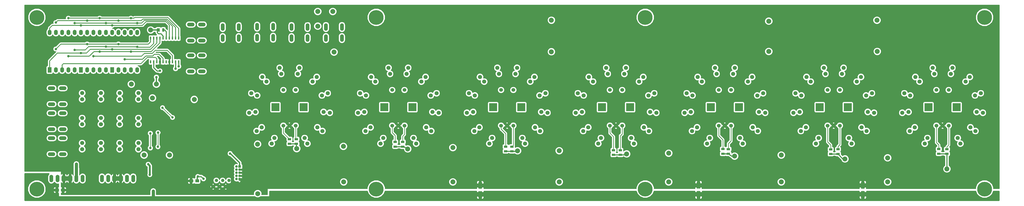
<source format=gtl>
G04 #@! TF.FileFunction,Copper,L1,Top,Signal*
%FSLAX46Y46*%
G04 Gerber Fmt 4.6, Leading zero omitted, Abs format (unit mm)*
G04 Created by KiCad (PCBNEW 4.0.2-4+6225~38~ubuntu14.04.1-stable) date Fr 26 Feb 2016 19:02:57 CET*
%MOMM*%
G01*
G04 APERTURE LIST*
%ADD10C,0.150000*%
%ADD11C,1.676400*%
%ADD12R,0.508000X1.270000*%
%ADD13O,1.524000X3.048000*%
%ADD14C,1.320800*%
%ADD15R,1.050000X1.050000*%
%ADD16C,1.050000*%
%ADD17C,6.000000*%
%ADD18R,0.889000X1.397000*%
%ADD19R,1.397000X0.889000*%
%ADD20R,1.501140X2.199640*%
%ADD21O,1.501140X2.199640*%
%ADD22C,1.524000*%
%ADD23R,3.200000X3.200000*%
%ADD24R,1.600200X2.600960*%
%ADD25O,3.014980X1.506220*%
%ADD26O,1.506220X3.014980*%
%ADD27R,1.500000X1.250000*%
%ADD28C,1.000000*%
%ADD29C,2.000000*%
%ADD30C,0.600000*%
%ADD31C,0.889000*%
%ADD32C,0.512000*%
%ADD33C,0.400000*%
%ADD34C,0.766000*%
%ADD35C,1.250000*%
%ADD36C,0.254000*%
%ADD37C,0.300000*%
G04 APERTURE END LIST*
D10*
D11*
X23710900Y-58978800D03*
X23710900Y-56438800D03*
X31330900Y-58978800D03*
X31330900Y-56438800D03*
X38950900Y-58978800D03*
X38950900Y-56438800D03*
X46570900Y-58978800D03*
X46570900Y-56438800D03*
X23710900Y-46278800D03*
X23710900Y-48818800D03*
X31330900Y-46278800D03*
X31330900Y-48818800D03*
X38950900Y-46278800D03*
X38950900Y-48818800D03*
X46570900Y-46278800D03*
X46570900Y-48818800D03*
X23710900Y-36118800D03*
X23710900Y-38658800D03*
X31330900Y-36118800D03*
X31330900Y-38658800D03*
X38950900Y-36118800D03*
X38950900Y-38658800D03*
X46570900Y-36118800D03*
X46570900Y-38658800D03*
D12*
X62953900Y-13766800D03*
X61683900Y-13766800D03*
X60413900Y-13766800D03*
X59143900Y-13766800D03*
X57873900Y-13766800D03*
X56603900Y-13766800D03*
X55333900Y-13766800D03*
X54063900Y-13766800D03*
X52793900Y-13766800D03*
X51523900Y-13766800D03*
X51523900Y-23418800D03*
X52793900Y-23418800D03*
X54063900Y-23418800D03*
X55333900Y-23418800D03*
X56603900Y-23418800D03*
X57873900Y-23418800D03*
X59143900Y-23418800D03*
X60413900Y-23418800D03*
X61683900Y-23418800D03*
X62953900Y-23418800D03*
D13*
X44450000Y-70866000D03*
X41910000Y-70866000D03*
X39370000Y-70866000D03*
X36830000Y-70866000D03*
X34290000Y-70866000D03*
X31750000Y-70866000D03*
X23914100Y-70891400D03*
X21374100Y-70891400D03*
X18834100Y-70891400D03*
X16294100Y-70891400D03*
X13754100Y-70891400D03*
X11214100Y-70891400D03*
D14*
X76928980Y-74218800D03*
X78198980Y-71678800D03*
X79468980Y-74218800D03*
X80738980Y-71678800D03*
X82008980Y-74218800D03*
X83278980Y-71678800D03*
D15*
X87668100Y-66014600D03*
D16*
X87668100Y-67284600D03*
X87668100Y-68554600D03*
X87668100Y-69824600D03*
X87668100Y-71094600D03*
X86398100Y-67284600D03*
X86398100Y-68554600D03*
X86398100Y-69824600D03*
X86398100Y-71094600D03*
X86398100Y-66014600D03*
D17*
X390144000Y-5334000D03*
X252349000Y-5334000D03*
X5334000Y-5334000D03*
X390144000Y-75184000D03*
X5334000Y-75184000D03*
D11*
X192924251Y-28304169D03*
X192309770Y-25839618D03*
X183176394Y-37081179D03*
X180789575Y-36212447D03*
X182469855Y-43803448D03*
X179954574Y-44156948D03*
X121745945Y-43803448D03*
X124261226Y-44156948D03*
X121039406Y-37081179D03*
X123426225Y-36212447D03*
X117259655Y-31477467D03*
X118959246Y-29589879D03*
X231152145Y-31477467D03*
X229452554Y-29589879D03*
X325512251Y-28304169D03*
X324897770Y-25839618D03*
X319544145Y-31477467D03*
X317844554Y-29589879D03*
X315764394Y-37081179D03*
X313377575Y-36212447D03*
X338239655Y-31477467D03*
X339939246Y-29589879D03*
X315057855Y-43803448D03*
X312542574Y-44156948D03*
X186956145Y-31477467D03*
X185256554Y-29589879D03*
X254333945Y-43803448D03*
X256849226Y-44156948D03*
X332271549Y-28304169D03*
X332886030Y-25839618D03*
X210137945Y-43803448D03*
X212653226Y-44156948D03*
X288075549Y-28304169D03*
X288690030Y-25839618D03*
X281316251Y-28304169D03*
X280701770Y-25839618D03*
X138273855Y-43803448D03*
X135758574Y-44156948D03*
X275348145Y-31477467D03*
X273648554Y-29589879D03*
X271568394Y-37081179D03*
X269181575Y-36212447D03*
X270861855Y-43803448D03*
X268346574Y-44156948D03*
X294043655Y-31477467D03*
X295743246Y-29589879D03*
X209431406Y-37081179D03*
X211818225Y-36212447D03*
X138980394Y-37081179D03*
X136593575Y-36212447D03*
X205651655Y-31477467D03*
X207351246Y-29589879D03*
X199683549Y-28304169D03*
X200298030Y-25839618D03*
X142760145Y-31477467D03*
X141060554Y-29589879D03*
X165941945Y-43803448D03*
X168457226Y-44156948D03*
X165235406Y-37081179D03*
X167622225Y-36212447D03*
X161455655Y-31477467D03*
X163155246Y-29589879D03*
X155487549Y-28304169D03*
X156102030Y-25839618D03*
X148728251Y-28304169D03*
X148113770Y-25839618D03*
X249847655Y-31477467D03*
X251547246Y-29589879D03*
X243879549Y-28304169D03*
X244494030Y-25839618D03*
X253627406Y-37081179D03*
X256014225Y-36212447D03*
X237120251Y-28304169D03*
X236505770Y-25839618D03*
X227372394Y-37081179D03*
X224985575Y-36212447D03*
X226665855Y-43803448D03*
X224150574Y-44156948D03*
X359960394Y-37081179D03*
X357573575Y-36212447D03*
X359253855Y-43803448D03*
X356738574Y-44156948D03*
X298529945Y-43803448D03*
X301045226Y-44156948D03*
X297823406Y-37081179D03*
X300210225Y-36212447D03*
X386921945Y-43803448D03*
X389437226Y-44156948D03*
X386215406Y-37081179D03*
X388602225Y-36212447D03*
X382435655Y-31477467D03*
X384135246Y-29589879D03*
X376467549Y-28304169D03*
X377082030Y-25839618D03*
X369708251Y-28304169D03*
X369093770Y-25839618D03*
X363740145Y-31477467D03*
X362040554Y-29589879D03*
X342019406Y-37081179D03*
X344406225Y-36212447D03*
X342725945Y-43803448D03*
X345241226Y-44156948D03*
X94784394Y-37081179D03*
X92397575Y-36212447D03*
X98564145Y-31477467D03*
X96864554Y-29589879D03*
X104532251Y-28304169D03*
X103917770Y-25839618D03*
X111291549Y-28304169D03*
X111906030Y-25839618D03*
X94077855Y-43803448D03*
X91562574Y-44156948D03*
X115149408Y-56698290D03*
X114035945Y-54415353D03*
X121268771Y-51563535D03*
X119213867Y-50070560D03*
X94555029Y-51563535D03*
X96609933Y-50070560D03*
X100674392Y-56698290D03*
X101787855Y-54415353D03*
X182947029Y-51563535D03*
X185001933Y-50070560D03*
X189066392Y-56698290D03*
X190179855Y-54415353D03*
X321654392Y-56698290D03*
X322767855Y-54415353D03*
X315535029Y-51563535D03*
X317589933Y-50070560D03*
X253856771Y-51563535D03*
X251801867Y-50070560D03*
X271339029Y-51563535D03*
X273393933Y-50070560D03*
X277458392Y-56698290D03*
X278571855Y-54415353D03*
X203541408Y-56698290D03*
X202427945Y-54415353D03*
X209660771Y-51563535D03*
X207605867Y-50070560D03*
X165464771Y-51563535D03*
X163409867Y-50070560D03*
X227143029Y-51563535D03*
X229197933Y-50070560D03*
X233262392Y-56698290D03*
X234375855Y-54415353D03*
X159345408Y-56698290D03*
X158231945Y-54415353D03*
X144870392Y-56698290D03*
X145983855Y-54415353D03*
X359731029Y-51563535D03*
X361785933Y-50070560D03*
X365850392Y-56698290D03*
X366963855Y-54415353D03*
X291933408Y-56698290D03*
X290819945Y-54415353D03*
X298052771Y-51563535D03*
X295997867Y-50070560D03*
X138751029Y-51563535D03*
X140805933Y-50070560D03*
X380325408Y-56698290D03*
X379211945Y-54415353D03*
X386444771Y-51563535D03*
X384389867Y-50070560D03*
X342248771Y-51563535D03*
X340193867Y-50070560D03*
X336129408Y-56698290D03*
X335015945Y-54415353D03*
X247737408Y-56698290D03*
X246623945Y-54415353D03*
D17*
X252349000Y-75184000D03*
X143129000Y-5334000D03*
X143129000Y-75184000D03*
D18*
X54762400Y-10464800D03*
X56667400Y-10464800D03*
D19*
X150837900Y-55994300D03*
X150837900Y-57899300D03*
X153885900Y-55994300D03*
X153885900Y-57899300D03*
X330619100Y-58978800D03*
X330619100Y-60883800D03*
X327647300Y-59004200D03*
X327647300Y-60909200D03*
X195668900Y-57899300D03*
X195668900Y-59804300D03*
X198208900Y-57899300D03*
X198208900Y-59804300D03*
X374865900Y-58928000D03*
X374865900Y-60833000D03*
X371563900Y-58902600D03*
X371563900Y-60807600D03*
X239471200Y-59359800D03*
X239471200Y-61264800D03*
X242239800Y-59359800D03*
X242239800Y-61264800D03*
X286118300Y-58915300D03*
X286118300Y-60820300D03*
X283883100Y-58902600D03*
X283883100Y-60807600D03*
X110705900Y-54851300D03*
X110705900Y-56756300D03*
X107911900Y-54851300D03*
X107911900Y-56756300D03*
D20*
X10502900Y-26720800D03*
D21*
X13042900Y-26720800D03*
X15582900Y-26720800D03*
X18122900Y-26720800D03*
X20662900Y-26720800D03*
X20662900Y-11480800D03*
X18122900Y-11480800D03*
X15582900Y-11480800D03*
X13042900Y-11480800D03*
X10502900Y-11480800D03*
D20*
X23202900Y-26720800D03*
D21*
X25742900Y-26720800D03*
X28282900Y-26720800D03*
X30822900Y-26720800D03*
X33362900Y-26720800D03*
X33362900Y-11480800D03*
X30822900Y-11480800D03*
X28282900Y-11480800D03*
X25742900Y-11480800D03*
X23202900Y-11480800D03*
D20*
X35902900Y-26720800D03*
D21*
X38442900Y-26720800D03*
X40982900Y-26720800D03*
X43522900Y-26720800D03*
X46062900Y-26720800D03*
X46062900Y-11480800D03*
X43522900Y-11480800D03*
X40982900Y-11480800D03*
X38442900Y-11480800D03*
X35902900Y-11480800D03*
D22*
X105411900Y-49359200D03*
X107911900Y-49359200D03*
X110411900Y-49359200D03*
X110411900Y-34859200D03*
X105411900Y-34859200D03*
D23*
X102211900Y-41859200D03*
X113611900Y-41859200D03*
D22*
X149607900Y-49359200D03*
X152107900Y-49359200D03*
X154607900Y-49359200D03*
X154607900Y-34859200D03*
X149607900Y-34859200D03*
D23*
X146407900Y-41859200D03*
X157807900Y-41859200D03*
D22*
X193803900Y-49359200D03*
X196303900Y-49359200D03*
X198803900Y-49359200D03*
X198803900Y-34859200D03*
X193803900Y-34859200D03*
D23*
X190603900Y-41859200D03*
X202003900Y-41859200D03*
D22*
X237999900Y-49359200D03*
X240499900Y-49359200D03*
X242999900Y-49359200D03*
X242999900Y-34859200D03*
X237999900Y-34859200D03*
D23*
X234799900Y-41859200D03*
X246199900Y-41859200D03*
D22*
X282195900Y-49359200D03*
X284695900Y-49359200D03*
X287195900Y-49359200D03*
X287195900Y-34859200D03*
X282195900Y-34859200D03*
D23*
X278995900Y-41859200D03*
X290395900Y-41859200D03*
D22*
X326391900Y-49359200D03*
X328891900Y-49359200D03*
X331391900Y-49359200D03*
X331391900Y-34859200D03*
X326391900Y-34859200D03*
D23*
X323191900Y-41859200D03*
X334591900Y-41859200D03*
D22*
X370587900Y-49359200D03*
X373087900Y-49359200D03*
X375587900Y-49359200D03*
X375587900Y-34859200D03*
X370587900Y-34859200D03*
D23*
X367387900Y-41859200D03*
X378787900Y-41859200D03*
D24*
X340715600Y-77302360D03*
X340715600Y-73700640D03*
X185369200Y-77315060D03*
X185369200Y-73713340D03*
X274002500Y-77289660D03*
X274002500Y-73687940D03*
D25*
X67818000Y-27302460D03*
X67818000Y-20805140D03*
X72313800Y-27302460D03*
X72313800Y-20805140D03*
X67818000Y-14729460D03*
X67818000Y-8232140D03*
X72313800Y-14729460D03*
X72313800Y-8232140D03*
D26*
X94757240Y-9105900D03*
X101254560Y-9105900D03*
X94757240Y-13601700D03*
X101254560Y-13601700D03*
X80787240Y-9232900D03*
X87284560Y-9232900D03*
X80787240Y-13728700D03*
X87284560Y-13728700D03*
X122697240Y-9232900D03*
X129194560Y-9232900D03*
X122697240Y-13728700D03*
X129194560Y-13728700D03*
X108727240Y-9232900D03*
X115224560Y-9232900D03*
X108727240Y-13728700D03*
X115224560Y-13728700D03*
D25*
X11303000Y-40637460D03*
X11303000Y-34140140D03*
X15798800Y-40637460D03*
X15798800Y-34140140D03*
X11303000Y-50797460D03*
X11303000Y-44300140D03*
X15798800Y-50797460D03*
X15798800Y-44300140D03*
X11303000Y-60957460D03*
X11303000Y-54460140D03*
X15798800Y-60957460D03*
X15798800Y-54460140D03*
D27*
X15969300Y-75603100D03*
X13469300Y-75603100D03*
X67952300Y-71856600D03*
X70452300Y-71856600D03*
D28*
X12001500Y-78587600D03*
X10414000Y-76517500D03*
X10414000Y-74917300D03*
X2844800Y-70459600D03*
X50546000Y-65087500D03*
X51181000Y-69342000D03*
X52578000Y-75946000D03*
X70700900Y-70065900D03*
D29*
X200494900Y-59613800D03*
X200621900Y-77266800D03*
X244817900Y-77139800D03*
X244817900Y-60883800D03*
X374865900Y-77139800D03*
X374865900Y-66979800D03*
X333336900Y-77266800D03*
X333463900Y-62915800D03*
X288759900Y-77139800D03*
X288632900Y-61772800D03*
X155917900Y-77266800D03*
X155917900Y-58851800D03*
X110832900Y-77266800D03*
X110832900Y-58724800D03*
X302514000Y-6858000D03*
X302514000Y-19177000D03*
X346456000Y-6477000D03*
X346583000Y-19177000D03*
X214249000Y-6477000D03*
X214249000Y-19304000D03*
X125984000Y-19431000D03*
X125476000Y-2921000D03*
X43675300Y-32486600D03*
X69227700Y-38709600D03*
X52285900Y-38100000D03*
X59156600Y-61366400D03*
X48861980Y-61335920D03*
D28*
X72986900Y-70993000D03*
X83781900Y-60731400D03*
X53848000Y-29667200D03*
D29*
X53848000Y-32486600D03*
X119380000Y-2921000D03*
X119380000Y-8890000D03*
X350774000Y-72263000D03*
X350774000Y-62484000D03*
X307594000Y-72263000D03*
X307594000Y-61341000D03*
X261874000Y-72263000D03*
X261874000Y-60579000D03*
X217424000Y-72263000D03*
X217424000Y-59563000D03*
X129921000Y-72263000D03*
X129794000Y-57785000D03*
X174244000Y-58293000D03*
X174244000Y-72263000D03*
X94996000Y-77038200D03*
X94932500Y-56896000D03*
X51523900Y-10464800D03*
D28*
X51407060Y-58455560D03*
X51396900Y-52522120D03*
X74269600Y-54013100D03*
D30*
X71247000Y-53086000D03*
D28*
X46228000Y-74295000D03*
X52705000Y-74041000D03*
X53975000Y-68834000D03*
X33274000Y-63500000D03*
X29375100Y-71361300D03*
X26416000Y-71374000D03*
X64617600Y-74231500D03*
D30*
X71005700Y-68427600D03*
X69405500Y-67043300D03*
D28*
X48450500Y-37465000D03*
X54470300Y-44018200D03*
X70091300Y-46736000D03*
X66586100Y-40830500D03*
X70015100Y-35001200D03*
D31*
X202145900Y-5486400D03*
X7493000Y-57696100D03*
X288988500Y-5880100D03*
D28*
X73304400Y-57061100D03*
D31*
X44665900Y-34594800D03*
X22313900Y-33578800D03*
X367626900Y-10083800D03*
D28*
X365252000Y-16256000D03*
X361315000Y-13081000D03*
D31*
X355053900Y-12369800D03*
X358355900Y-12369800D03*
D28*
X133858000Y-4572000D03*
X97409000Y-4953000D03*
X62865000Y-4826000D03*
X65659000Y-17780000D03*
X76708000Y-22098000D03*
X323215000Y-13208000D03*
X319405000Y-13208000D03*
X263359900Y-13004800D03*
X46863000Y-65532000D03*
X49022000Y-58039000D03*
D31*
X263613900Y-18719800D03*
D28*
X228473000Y-22860000D03*
D31*
X259930900Y-18592800D03*
X319747900Y-18338800D03*
X322795900Y-18338800D03*
D28*
X307936900Y-18973800D03*
X316611000Y-22860000D03*
X310388000Y-20320000D03*
D31*
X260057900Y-13004800D03*
D28*
X6477000Y-12065000D03*
X6477000Y-27813000D03*
X108331000Y-67818000D03*
X132461000Y-67691000D03*
X172974000Y-67691000D03*
X216027000Y-67564000D03*
X260731000Y-67691000D03*
X306451000Y-67564000D03*
X349377000Y-67691000D03*
X97028000Y-74041000D03*
X93408500Y-71945500D03*
X387223000Y-65278000D03*
X377190000Y-65278000D03*
X81280000Y-48133000D03*
X97790000Y-57912000D03*
X92456000Y-49022000D03*
X220472000Y-19050000D03*
X354647500Y-20129500D03*
X359664000Y-22987000D03*
X205486000Y-22733000D03*
X208407000Y-20574000D03*
X222250000Y-20193000D03*
X218694000Y-33782000D03*
X129667000Y-33401000D03*
X293370000Y-22860000D03*
X306832000Y-33528000D03*
X351282000Y-33528000D03*
X394208000Y-65278000D03*
X393827000Y-34417000D03*
X394716000Y-11176000D03*
X373888000Y-14732000D03*
X352679000Y-19939000D03*
X340995000Y-13081000D03*
X340995000Y-19431000D03*
X297688000Y-19812000D03*
D31*
X132207000Y-19685000D03*
X133096000Y-13462000D03*
D28*
X133223000Y-54864000D03*
X129921000Y-46355000D03*
X177038000Y-55245000D03*
X174498000Y-46101000D03*
X219671900Y-54533800D03*
X217551000Y-46228000D03*
X265049000Y-55626000D03*
X262255000Y-46482000D03*
X310095900Y-54406800D03*
X307848000Y-46482000D03*
X354457000Y-54864000D03*
X350901000Y-46609000D03*
D31*
X118960900Y-21767800D03*
X120142000Y-20066000D03*
D28*
X76454000Y-60096400D03*
X69684900Y-74472800D03*
X55333900Y-25323800D03*
X52631340Y-28016200D03*
X73660000Y-75692000D03*
X62268100Y-49530000D03*
X56489600Y-52501800D03*
X55145940Y-50373280D03*
X63959740Y-53548280D03*
X52908200Y-52628800D03*
X57594500Y-62738000D03*
X53975000Y-63373000D03*
X53213000Y-60134500D03*
X62484000Y-56870600D03*
X67259200Y-46342300D03*
X75285600Y-65697100D03*
X78148180Y-62814200D03*
X70492620Y-62900560D03*
X78333600Y-60032900D03*
X70802500Y-59791600D03*
X67754500Y-66217800D03*
X57188100Y-8534400D03*
X54622700Y-34721800D03*
X58750200Y-36830000D03*
X62344300Y-66243200D03*
X83058000Y-65189100D03*
D31*
X141859000Y-13970000D03*
X139026900Y-13004800D03*
X166204900Y-13766800D03*
X165950900Y-18465800D03*
X169379900Y-18592800D03*
X169506900Y-13131800D03*
D28*
X6731000Y-38989000D03*
X5334000Y-32004000D03*
X8509000Y-42418000D03*
X6731000Y-49022000D03*
D31*
X113157000Y-15875000D03*
D28*
X54516020Y-52217320D03*
X54480460Y-57978040D03*
X60413900Y-46024800D03*
X56349900Y-42087800D03*
X55333900Y-27076400D03*
X61645800Y-26187400D03*
X62941200Y-25247600D03*
X18122900Y-5638800D03*
X30822900Y-5638800D03*
X43522900Y-5638800D03*
X13042900Y-7416800D03*
X25742900Y-6654800D03*
X38442900Y-6654800D03*
X20662900Y-7670800D03*
X33362900Y-7670800D03*
X46062900Y-7670800D03*
X23202900Y-8559800D03*
X35902900Y-8559800D03*
X18122900Y-21132800D03*
X30822900Y-19227800D03*
X43522900Y-19227800D03*
X23202900Y-19862800D03*
X35902900Y-18338800D03*
X20662900Y-18592800D03*
X33362900Y-17195800D03*
X46062900Y-17322800D03*
X13042900Y-18211800D03*
X25742900Y-16179800D03*
X38442900Y-16179800D03*
X40982900Y-22402800D03*
X28282900Y-21132800D03*
X21361400Y-64973200D03*
D32*
X70452300Y-71856600D02*
X70452300Y-70314500D01*
X70452300Y-70314500D02*
X70700900Y-70065900D01*
D33*
X11760200Y-76936600D02*
X12001500Y-78587600D01*
X10414000Y-76517500D02*
X11760200Y-76936600D01*
X10363200Y-73660000D02*
X10414000Y-74917300D01*
X7086600Y-70383400D02*
X10363200Y-73660000D01*
X2921000Y-70383400D02*
X7086600Y-70383400D01*
X2844800Y-70459600D02*
X2921000Y-70383400D01*
D32*
X59240100Y-61449900D02*
X59156600Y-61366400D01*
D34*
X51181000Y-65722500D02*
X50546000Y-65087500D01*
X51181000Y-69342000D02*
X51181000Y-65722500D01*
D35*
X52578000Y-75946000D02*
X52552600Y-75971400D01*
X52552600Y-75971400D02*
X52552600Y-79044800D01*
D33*
X72986900Y-70993000D02*
X72097900Y-70104000D01*
X72097900Y-70104000D02*
X70739000Y-70104000D01*
X70739000Y-70104000D02*
X70700900Y-70065900D01*
X198208900Y-59804300D02*
X200304400Y-59804300D01*
X200304400Y-59804300D02*
X200494900Y-59613800D01*
X242239800Y-61264800D02*
X244436900Y-61264800D01*
X244436900Y-61264800D02*
X244817900Y-60883800D01*
X374865900Y-60833000D02*
X374865900Y-66979800D01*
X371563900Y-60807600D02*
X374840500Y-60807600D01*
X374840500Y-60807600D02*
X374865900Y-60833000D01*
X327647300Y-60909200D02*
X330593700Y-60909200D01*
X332600300Y-62915800D02*
X333463900Y-62915800D01*
X330593700Y-60909200D02*
X332600300Y-62915800D01*
X283883100Y-60807600D02*
X286105600Y-60807600D01*
X287362900Y-61772800D02*
X288632900Y-61772800D01*
X286105600Y-60807600D02*
X287362900Y-61772800D01*
X239471200Y-61264800D02*
X242239800Y-61264800D01*
X195668900Y-59804300D02*
X198208900Y-59804300D01*
X153885900Y-57899300D02*
X154330400Y-57899300D01*
X154330400Y-57899300D02*
X155917900Y-58851800D01*
X150837900Y-57899300D02*
X153885900Y-57899300D01*
X110705900Y-56756300D02*
X110705900Y-58597800D01*
X110705900Y-58597800D02*
X110832900Y-58724800D01*
X107911900Y-56756300D02*
X110705900Y-56756300D01*
D32*
X53848000Y-32486600D02*
X53848000Y-29667200D01*
X83781900Y-60731400D02*
X83908900Y-60731400D01*
X83908900Y-60731400D02*
X87668100Y-64490600D01*
X87668100Y-64490600D02*
X87668100Y-66014600D01*
X54762400Y-10464800D02*
X51523900Y-10464800D01*
D33*
X56603900Y-13766800D02*
X56603900Y-12877800D01*
X54698900Y-10464800D02*
X54762400Y-10464800D01*
X54190900Y-9956800D02*
X54698900Y-10464800D01*
X54190900Y-11480800D02*
X54190900Y-9956800D01*
X54698900Y-11988800D02*
X54190900Y-11480800D01*
X55714900Y-11988800D02*
X54698900Y-11988800D01*
X56603900Y-12877800D02*
X55714900Y-11988800D01*
D36*
X51407060Y-58455560D02*
X51396900Y-58445400D01*
X51396900Y-58445400D02*
X51396900Y-52522120D01*
X74269600Y-54013100D02*
X72301100Y-54013100D01*
X72301100Y-54013100D02*
X71247000Y-53086000D01*
D33*
X114300000Y-7112000D02*
X118237000Y-6858000D01*
D35*
X46228000Y-74295000D02*
X46990000Y-73533000D01*
X46990000Y-73533000D02*
X52705000Y-74041000D01*
D36*
X54483000Y-68326000D02*
X59817000Y-68326000D01*
X53975000Y-68834000D02*
X54483000Y-68326000D01*
D35*
X36830000Y-70866000D02*
X36830000Y-67056000D01*
X36830000Y-67056000D02*
X33274000Y-63500000D01*
X18834100Y-70891400D02*
X18834100Y-73837800D01*
X39674800Y-74104500D02*
X39903400Y-73875900D01*
X31940500Y-74104500D02*
X39674800Y-74104500D01*
X31711900Y-73875900D02*
X31940500Y-74104500D01*
X29591000Y-73787000D02*
X31711900Y-73875900D01*
X29375100Y-71361300D02*
X29591000Y-73787000D01*
X26416000Y-73025000D02*
X26416000Y-71374000D01*
X26098500Y-73901300D02*
X26416000Y-73025000D01*
X18897600Y-73901300D02*
X26098500Y-73901300D01*
X18834100Y-73837800D02*
X18897600Y-73901300D01*
X83308190Y-74189590D02*
X82038190Y-74189590D01*
X82038190Y-74189590D02*
X82008980Y-74218800D01*
D32*
X84340700Y-73157080D02*
X83308190Y-74189590D01*
X83308190Y-74189590D02*
X83278980Y-74218800D01*
D36*
X70434200Y-68389500D02*
X71005700Y-68427600D01*
X69405500Y-67043300D02*
X70434200Y-68389500D01*
X52631340Y-28016200D02*
X52631340Y-29715460D01*
X48450500Y-37465000D02*
X48450500Y-37477700D01*
X54470300Y-43916600D02*
X54470300Y-44018200D01*
X50431700Y-39878000D02*
X54470300Y-43916600D01*
X50431700Y-31915100D02*
X50431700Y-39878000D01*
X52631340Y-29715460D02*
X50431700Y-31915100D01*
D32*
X66586100Y-40830500D02*
X67030600Y-40830500D01*
X70091300Y-43891200D02*
X70091300Y-46736000D01*
X67030600Y-40830500D02*
X70091300Y-43891200D01*
X110096300Y-4318000D02*
X110096300Y-4851400D01*
X100672900Y-4953000D02*
X97409000Y-4953000D01*
X102410260Y-6690360D02*
X100672900Y-4953000D01*
X108257340Y-6690360D02*
X102410260Y-6690360D01*
X110096300Y-4851400D02*
X108257340Y-6690360D01*
D36*
X40982900Y-33705800D02*
X44665900Y-34594800D01*
X22440900Y-33705800D02*
X40982900Y-33705800D01*
X22313900Y-33578800D02*
X22440900Y-33705800D01*
X378802900Y-11176000D02*
X378117100Y-11176000D01*
X377024900Y-10083800D02*
X367626900Y-10083800D01*
X378117100Y-11176000D02*
X377024900Y-10083800D01*
X365252000Y-16256000D02*
X362204000Y-13208000D01*
X362204000Y-13208000D02*
X361315000Y-13081000D01*
X358355900Y-12369800D02*
X355053900Y-12369800D01*
X73533000Y-17780000D02*
X76073000Y-17780000D01*
X132842000Y-5588000D02*
X133858000Y-4572000D01*
X114808000Y-5588000D02*
X132842000Y-5588000D01*
X113538000Y-4318000D02*
X114808000Y-5588000D01*
X110096300Y-4318000D02*
X113538000Y-4318000D01*
X75057000Y-4826000D02*
X62865000Y-4826000D01*
X76708000Y-6477000D02*
X75057000Y-4826000D01*
X76708000Y-17145000D02*
X76708000Y-6477000D01*
X76073000Y-17780000D02*
X76708000Y-17145000D01*
X73914000Y-17780000D02*
X73533000Y-17780000D01*
X73533000Y-17780000D02*
X65659000Y-17780000D01*
X76835000Y-20701000D02*
X73914000Y-17780000D01*
X76835000Y-21971000D02*
X76835000Y-20701000D01*
X76708000Y-22098000D02*
X76835000Y-21971000D01*
X260057900Y-13004800D02*
X263359900Y-13004800D01*
X319405000Y-13208000D02*
X323215000Y-13208000D01*
X46863000Y-65532000D02*
X46799500Y-65595500D01*
X53975000Y-63373000D02*
X53975000Y-62928500D01*
X53975000Y-62928500D02*
X49022000Y-58039000D01*
X263359900Y-12877800D02*
X263359900Y-18465800D01*
X263359900Y-18465800D02*
X263613900Y-18719800D01*
X260057900Y-13004800D02*
X259295900Y-17957800D01*
X225806000Y-20193000D02*
X228473000Y-22860000D01*
X225806000Y-20193000D02*
X222250000Y-20193000D01*
X259295900Y-17957800D02*
X259930900Y-18592800D01*
X319747900Y-18338800D02*
X319747900Y-18338800D01*
X319747900Y-18338800D02*
X322795900Y-18338800D01*
X312928000Y-22860000D02*
X316611000Y-22860000D01*
X310388000Y-20320000D02*
X312928000Y-22860000D01*
X263359900Y-12877800D02*
X263105900Y-13131800D01*
X263105900Y-13131800D02*
X260057900Y-13004800D01*
X52631340Y-28016200D02*
X48564800Y-28016200D01*
X12573000Y-4572000D02*
X14605000Y-4572000D01*
X7112000Y-10033000D02*
X12573000Y-4572000D01*
X7112000Y-11430000D02*
X7112000Y-10033000D01*
X6477000Y-12065000D02*
X7112000Y-11430000D01*
X8001000Y-29337000D02*
X6477000Y-27813000D01*
X47244000Y-29337000D02*
X8001000Y-29337000D01*
X48564800Y-28016200D02*
X47244000Y-29337000D01*
X97028000Y-74041000D02*
X97282000Y-74041000D01*
X97282000Y-74041000D02*
X103505000Y-67818000D01*
X103505000Y-67818000D02*
X108331000Y-67818000D01*
X132461000Y-67691000D02*
X172974000Y-67691000D01*
X216027000Y-67564000D02*
X216154000Y-67691000D01*
X216154000Y-67691000D02*
X260731000Y-67691000D01*
X306451000Y-67564000D02*
X306578000Y-67691000D01*
X306578000Y-67691000D02*
X349377000Y-67691000D01*
D32*
X95567500Y-74104500D02*
X97028000Y-74041000D01*
X93408500Y-71945500D02*
X95567500Y-74104500D01*
X377190000Y-65278000D02*
X387223000Y-65278000D01*
D36*
X81280000Y-48133000D02*
X91567000Y-48133000D01*
X91567000Y-48133000D02*
X92456000Y-49022000D01*
X222250000Y-20193000D02*
X221615000Y-20193000D01*
X221615000Y-20193000D02*
X220472000Y-19050000D01*
X359664000Y-22987000D02*
X357378000Y-22860000D01*
X357378000Y-22860000D02*
X354647500Y-20129500D01*
X206248000Y-22733000D02*
X205486000Y-22733000D01*
X208407000Y-20574000D02*
X206248000Y-22733000D01*
X222250000Y-20193000D02*
X222250000Y-21590000D01*
X222250000Y-21590000D02*
X222377000Y-21717000D01*
X222504000Y-19939000D02*
X230251000Y-19939000D01*
X222250000Y-20193000D02*
X222504000Y-19939000D01*
X129921000Y-33655000D02*
X129921000Y-46355000D01*
X129667000Y-33401000D02*
X129921000Y-33655000D01*
X297688000Y-19812000D02*
X296418000Y-19812000D01*
X296418000Y-19812000D02*
X293370000Y-22860000D01*
X350901000Y-33909000D02*
X350901000Y-46609000D01*
X351282000Y-33528000D02*
X350901000Y-33909000D01*
X394208000Y-65278000D02*
X393827000Y-64897000D01*
X393827000Y-64897000D02*
X393827000Y-34417000D01*
X377444000Y-11176000D02*
X378802900Y-11176000D01*
X378802900Y-11176000D02*
X394716000Y-11176000D01*
X373888000Y-14732000D02*
X377444000Y-11176000D01*
X340995000Y-19431000D02*
X340995000Y-13081000D01*
D33*
X132842000Y-13716000D02*
X133096000Y-13462000D01*
X132715000Y-13716000D02*
X132842000Y-13716000D01*
X132207000Y-14224000D02*
X132715000Y-13716000D01*
X132207000Y-19685000D02*
X132207000Y-14224000D01*
D32*
X133223000Y-49657000D02*
X133223000Y-54864000D01*
X129921000Y-46355000D02*
X133223000Y-49657000D01*
X177038000Y-48641000D02*
X177038000Y-55245000D01*
X174498000Y-46101000D02*
X177038000Y-48641000D01*
X220599000Y-49276000D02*
X219671900Y-54533800D01*
X217551000Y-46228000D02*
X220599000Y-49276000D01*
X265049000Y-49276000D02*
X265049000Y-55626000D01*
X262255000Y-46482000D02*
X265049000Y-49276000D01*
X310515000Y-49149000D02*
X310095900Y-54406800D01*
X307848000Y-46482000D02*
X310515000Y-49149000D01*
X352933000Y-53340000D02*
X354457000Y-54864000D01*
X352933000Y-48641000D02*
X352933000Y-53340000D01*
X350901000Y-46609000D02*
X352933000Y-48641000D01*
D36*
X118960900Y-20878800D02*
X118960900Y-21767800D01*
X120142000Y-20066000D02*
X118960900Y-20878800D01*
X55333900Y-25323800D02*
X56616600Y-25323800D01*
X57467500Y-28308300D02*
X57083960Y-28691840D01*
X57467500Y-26174700D02*
X57467500Y-28308300D01*
X56616600Y-25323800D02*
X57467500Y-26174700D01*
D32*
X55491380Y-28691840D02*
X57083960Y-28691840D01*
X57083960Y-28691840D02*
X57096660Y-28691840D01*
X55054500Y-28321000D02*
X55491380Y-28691840D01*
X52809140Y-28194000D02*
X55054500Y-28321000D01*
X52631340Y-28016200D02*
X52809140Y-28194000D01*
D36*
X56489600Y-52501800D02*
X55145940Y-50571400D01*
X55145940Y-50571400D02*
X55145940Y-50373280D01*
X62268100Y-49530000D02*
X62268100Y-51856640D01*
X62268100Y-51856640D02*
X63959740Y-53548280D01*
X53019960Y-59941460D02*
X53213000Y-60134500D01*
X52908200Y-52628800D02*
X53019960Y-59941460D01*
X57574180Y-62717680D02*
X57594500Y-62738000D01*
X54046120Y-62971680D02*
X57574180Y-62717680D01*
X53975000Y-63373000D02*
X54046120Y-62971680D01*
X61008260Y-55895240D02*
X62484000Y-56814720D01*
X62484000Y-56814720D02*
X62484000Y-56870600D01*
X67259200Y-46342300D02*
X65455800Y-46342300D01*
X65455800Y-46342300D02*
X62268100Y-49530000D01*
X75285600Y-65697100D02*
X75285600Y-65676780D01*
X75285600Y-65676780D02*
X78148180Y-62814200D01*
D33*
X76454000Y-60096400D02*
X71107300Y-60096400D01*
X76517500Y-60032900D02*
X76454000Y-60096400D01*
X78333600Y-60032900D02*
X76517500Y-60032900D01*
X71107300Y-60096400D02*
X70802500Y-59791600D01*
X55333900Y-23418800D02*
X55333900Y-25158700D01*
X59131200Y-23431500D02*
X59143900Y-23418800D01*
X59131200Y-25158700D02*
X59131200Y-23431500D01*
X58597800Y-25692100D02*
X59131200Y-25158700D01*
X55867300Y-25692100D02*
X58597800Y-25692100D01*
X55333900Y-25158700D02*
X55867300Y-25692100D01*
D32*
X84340700Y-66471800D02*
X84340700Y-73157080D01*
X83058000Y-65189100D02*
X84340700Y-66471800D01*
D34*
X87668100Y-71094600D02*
X89281000Y-71094600D01*
X89458800Y-70916800D02*
X89458800Y-69824600D01*
X89281000Y-71094600D02*
X89458800Y-70916800D01*
X87668100Y-69824600D02*
X89458800Y-69824600D01*
X89458800Y-69824600D02*
X89458800Y-68554600D01*
X87668100Y-67284600D02*
X89395300Y-67284600D01*
X89458800Y-68554600D02*
X87668100Y-68554600D01*
X89776300Y-68237100D02*
X89458800Y-68554600D01*
X89776300Y-67665600D02*
X89776300Y-68237100D01*
X89395300Y-67284600D02*
X89776300Y-67665600D01*
D36*
X141859000Y-13970000D02*
X141605000Y-13716000D01*
X141605000Y-13716000D02*
X139026900Y-13004800D01*
X169506900Y-13131800D02*
X166458900Y-13512800D01*
X166458900Y-13512800D02*
X166204900Y-13766800D01*
X169379900Y-18592800D02*
X165950900Y-18465800D01*
X169252900Y-13385800D02*
X169379900Y-18592800D01*
X169506900Y-13131800D02*
X169252900Y-13385800D01*
X5334000Y-32004000D02*
X5334000Y-35687000D01*
X6731000Y-37084000D02*
X6731000Y-38989000D01*
X5334000Y-35687000D02*
X6731000Y-37084000D01*
X5334000Y-32004000D02*
X8509000Y-35179000D01*
X8509000Y-35179000D02*
X8509000Y-42418000D01*
D33*
X113284000Y-8636000D02*
X114300000Y-7112000D01*
X113284000Y-9017000D02*
X113284000Y-8636000D01*
X113157000Y-9144000D02*
X113284000Y-9017000D01*
X113157000Y-15875000D02*
X113157000Y-9144000D01*
D36*
X56349900Y-42087800D02*
X60413900Y-46024800D01*
X54516020Y-57942480D02*
X54516020Y-52217320D01*
X54480460Y-57978040D02*
X54516020Y-57942480D01*
D33*
X56667400Y-10464800D02*
X57238900Y-10464800D01*
X57873900Y-11099800D02*
X57238900Y-10464800D01*
X57873900Y-11099800D02*
X57873900Y-13766800D01*
D36*
X105411900Y-49359200D02*
X105411900Y-52351300D01*
X105411900Y-52351300D02*
X107911900Y-54851300D01*
X110411900Y-49359200D02*
X110411900Y-54557300D01*
D37*
X110411900Y-54557300D02*
X110705900Y-54851300D01*
D36*
X149607900Y-49359200D02*
X149607900Y-52160800D01*
X150837900Y-53390800D02*
X150837900Y-55994300D01*
X149607900Y-52160800D02*
X150837900Y-53390800D01*
X153885900Y-55994300D02*
X153885900Y-53644800D01*
X154607900Y-52922800D02*
X154607900Y-49359200D01*
X153885900Y-53644800D02*
X154607900Y-52922800D01*
X282195900Y-49359200D02*
X282195900Y-53430800D01*
X283883100Y-55118000D02*
X283883100Y-58902600D01*
X282195900Y-53430800D02*
X283883100Y-55118000D01*
X286118300Y-58915300D02*
X286118300Y-56667400D01*
X287195900Y-55589800D02*
X287195900Y-49359200D01*
X286118300Y-56667400D02*
X287195900Y-55589800D01*
X326391900Y-49359200D02*
X326391900Y-55970800D01*
X327647300Y-57226200D02*
X327647300Y-59004200D01*
X326391900Y-55970800D02*
X327647300Y-57226200D01*
X331391900Y-49359200D02*
X331391900Y-57113800D01*
X330619100Y-57886600D02*
X330619100Y-58978800D01*
X331391900Y-57113800D02*
X330619100Y-57886600D01*
X370587900Y-49359200D02*
X370587900Y-56224800D01*
X371563900Y-57200800D02*
X371563900Y-58902600D01*
X370587900Y-56224800D02*
X371563900Y-57200800D01*
X374865900Y-58928000D02*
X374865900Y-57962800D01*
X375587900Y-57240800D02*
X375587900Y-49359200D01*
X374865900Y-57962800D02*
X375587900Y-57240800D01*
X195668900Y-57899300D02*
X195668900Y-52628800D01*
X193803900Y-50763800D02*
X193803900Y-49359200D01*
X195668900Y-52628800D02*
X193803900Y-50763800D01*
X198803900Y-49359200D02*
X198803900Y-57304300D01*
X198803900Y-57304300D02*
X198208900Y-57899300D01*
X239471200Y-59359800D02*
X239471200Y-53835300D01*
X237999900Y-52364000D02*
X237999900Y-49359200D01*
X239471200Y-53835300D02*
X237999900Y-52364000D01*
X242239800Y-59359800D02*
X242239800Y-53543200D01*
X242999900Y-52783100D02*
X242999900Y-49359200D01*
X242239800Y-53543200D02*
X242999900Y-52783100D01*
D33*
X52793900Y-25755600D02*
X52793900Y-23418800D01*
X54140100Y-27101800D02*
X52793900Y-25755600D01*
X55308500Y-27101800D02*
X54140100Y-27101800D01*
X55333900Y-27076400D02*
X55308500Y-27101800D01*
X61683900Y-26149300D02*
X61683900Y-23418800D01*
X61645800Y-26187400D02*
X61683900Y-26149300D01*
X62953900Y-25234900D02*
X62953900Y-23418800D01*
X62941200Y-25247600D02*
X62953900Y-25234900D01*
D37*
X30822900Y-5638800D02*
X18122900Y-5638800D01*
X43522900Y-5638800D02*
X30822900Y-5638800D01*
X62953900Y-13766800D02*
X62953900Y-9829800D01*
X44792900Y-5638800D02*
X43522900Y-5638800D01*
X45046900Y-5384800D02*
X44792900Y-5638800D01*
X58508900Y-5384800D02*
X45046900Y-5384800D01*
X62953900Y-9829800D02*
X58508900Y-5384800D01*
X25742900Y-6654800D02*
X13804900Y-6654800D01*
X13804900Y-6654800D02*
X13042900Y-7416800D01*
X38442900Y-6654800D02*
X25742900Y-6654800D01*
X61683900Y-13766800D02*
X61683900Y-9448800D01*
X47713900Y-6654800D02*
X38442900Y-6654800D01*
X48348900Y-6019800D02*
X47713900Y-6654800D01*
X58254900Y-6019800D02*
X48348900Y-6019800D01*
X61683900Y-9448800D02*
X58254900Y-6019800D01*
X57954008Y-6535798D02*
X58008898Y-6535798D01*
X57954008Y-6535798D02*
X48975902Y-6535798D01*
X48975902Y-6535798D02*
X47840900Y-7670800D01*
X46062900Y-7670800D02*
X47840900Y-7670800D01*
X60413900Y-8995690D02*
X60413900Y-13766800D01*
X60413900Y-8940800D02*
X60413900Y-8995690D01*
X58008898Y-6535798D02*
X60413900Y-8940800D01*
X33362900Y-7670800D02*
X20662900Y-7670800D01*
X46062900Y-7670800D02*
X33362900Y-7670800D01*
X23202900Y-8559800D02*
X11645900Y-8559800D01*
X10502900Y-9702800D02*
X10502900Y-11480800D01*
X11645900Y-8559800D02*
X10502900Y-9702800D01*
X35902900Y-8559800D02*
X23202900Y-8559800D01*
X59143900Y-13766800D02*
X59143900Y-8432800D01*
X48221900Y-8559800D02*
X35902900Y-8559800D01*
X49745900Y-7035800D02*
X48221900Y-8559800D01*
X57746900Y-7035800D02*
X49745900Y-7035800D01*
X59143900Y-8432800D02*
X57746900Y-7035800D01*
X30822900Y-19227800D02*
X28536900Y-19227800D01*
X26631900Y-21132800D02*
X18122900Y-21132800D01*
X28536900Y-19227800D02*
X26631900Y-21132800D01*
X43522900Y-19227800D02*
X30822900Y-19227800D01*
X55333900Y-15671800D02*
X51777900Y-19227800D01*
X51777900Y-19227800D02*
X48602900Y-19227800D01*
X48602900Y-19227800D02*
X43522900Y-19227800D01*
X55333900Y-15671800D02*
X55333900Y-13766800D01*
X23202900Y-19862800D02*
X13677900Y-19862800D01*
X10502900Y-23037800D02*
X10502900Y-26720800D01*
X13677900Y-19862800D02*
X10502900Y-23037800D01*
X35902900Y-18338800D02*
X27012900Y-18338800D01*
X25488900Y-19862800D02*
X23202900Y-19862800D01*
X27012900Y-18338800D02*
X25488900Y-19862800D01*
X51523900Y-18338800D02*
X35902900Y-18338800D01*
X54063900Y-15798800D02*
X51523900Y-18338800D01*
X54063900Y-15798800D02*
X54063900Y-13766800D01*
X33362900Y-17195800D02*
X26377900Y-17195800D01*
X24980900Y-18592800D02*
X20662900Y-18592800D01*
X26377900Y-17195800D02*
X24980900Y-18592800D01*
X46062900Y-17322800D02*
X33489900Y-17322800D01*
X33489900Y-17322800D02*
X33362900Y-17195800D01*
X52793900Y-13766800D02*
X52793900Y-15925800D01*
X46189900Y-17449800D02*
X46062900Y-17322800D01*
X51269900Y-17449800D02*
X46189900Y-17449800D01*
X52793900Y-15925800D02*
X51269900Y-17449800D01*
X25742900Y-16179800D02*
X15074900Y-16179800D01*
X15074900Y-16179800D02*
X13042900Y-18211800D01*
X38442900Y-16179800D02*
X25742900Y-16179800D01*
X51523900Y-13766800D02*
X51523900Y-15290800D01*
X50634900Y-16179800D02*
X38442900Y-16179800D01*
X51523900Y-15290800D02*
X50634900Y-16179800D01*
X54063900Y-23418800D02*
X54063900Y-22148800D01*
X15582900Y-24688800D02*
X15582900Y-26720800D01*
X16090900Y-24180800D02*
X15582900Y-24688800D01*
X47586900Y-24180800D02*
X16090900Y-24180800D01*
X50126900Y-21640800D02*
X47586900Y-24180800D01*
X53555900Y-21640800D02*
X50126900Y-21640800D01*
X54063900Y-22148800D02*
X53555900Y-21640800D01*
X56603900Y-23418800D02*
X56603900Y-22021800D01*
X48221900Y-22402800D02*
X40982900Y-22402800D01*
X49618900Y-21005800D02*
X48221900Y-22402800D01*
X52412900Y-21005800D02*
X49618900Y-21005800D01*
X53047900Y-20370800D02*
X52412900Y-21005800D01*
X54952900Y-20370800D02*
X53047900Y-20370800D01*
X56603900Y-22021800D02*
X54952900Y-20370800D01*
X51904900Y-19989800D02*
X52158900Y-19989800D01*
X52158900Y-19989800D02*
X53428900Y-18719800D01*
X53428900Y-18719800D02*
X58254900Y-18719800D01*
X60413900Y-23418800D02*
X60413900Y-20878800D01*
X60413900Y-20878800D02*
X58254900Y-18719800D01*
X47840900Y-21132800D02*
X28282900Y-21132800D01*
X48983900Y-19989800D02*
X47840900Y-21132800D01*
X52158900Y-19989800D02*
X51904900Y-19989800D01*
X51904900Y-19989800D02*
X48983900Y-19989800D01*
D35*
X21374100Y-67836100D02*
X21374100Y-70891400D01*
X21348700Y-64985900D02*
X21361400Y-64973200D01*
X21374100Y-67836100D02*
X21348700Y-64985900D01*
D33*
X23990300Y-70815200D02*
X23914100Y-70891400D01*
D37*
G36*
X396102700Y-74970500D02*
X393806188Y-74970500D01*
X393806634Y-74458779D01*
X393250303Y-73112354D01*
X392221065Y-72081318D01*
X390875613Y-71522637D01*
X389418779Y-71521366D01*
X388072354Y-72077697D01*
X387041318Y-73106935D01*
X386482637Y-74452387D01*
X386482185Y-74970500D01*
X342173700Y-74970500D01*
X342173700Y-74515380D01*
X342009200Y-74350880D01*
X341115650Y-74350880D01*
X341115650Y-74840640D01*
X340315550Y-74840640D01*
X340315550Y-74350880D01*
X339422000Y-74350880D01*
X339257500Y-74515380D01*
X339257500Y-74970500D01*
X275460600Y-74970500D01*
X275460600Y-74502680D01*
X275296100Y-74338180D01*
X274402550Y-74338180D01*
X274402550Y-74827940D01*
X273602450Y-74827940D01*
X273602450Y-74338180D01*
X272708900Y-74338180D01*
X272544400Y-74502680D01*
X272544400Y-74970500D01*
X256011188Y-74970500D01*
X256011634Y-74458779D01*
X255455303Y-73112354D01*
X254935999Y-72592142D01*
X260211712Y-72592142D01*
X260464203Y-73203218D01*
X260931323Y-73671154D01*
X261541957Y-73924711D01*
X262203142Y-73925288D01*
X262814218Y-73672797D01*
X263282154Y-73205677D01*
X263535711Y-72595043D01*
X263536006Y-72256576D01*
X272544400Y-72256576D01*
X272544400Y-72873200D01*
X272708900Y-73037700D01*
X273602450Y-73037700D01*
X273602450Y-71893960D01*
X274402550Y-71893960D01*
X274402550Y-73037700D01*
X275296100Y-73037700D01*
X275460600Y-72873200D01*
X275460600Y-72592142D01*
X305931712Y-72592142D01*
X306184203Y-73203218D01*
X306651323Y-73671154D01*
X307261957Y-73924711D01*
X307923142Y-73925288D01*
X308534218Y-73672797D01*
X309002154Y-73205677D01*
X309255711Y-72595043D01*
X309255995Y-72269276D01*
X339257500Y-72269276D01*
X339257500Y-72885900D01*
X339422000Y-73050400D01*
X340315550Y-73050400D01*
X340315550Y-71906660D01*
X341115650Y-71906660D01*
X341115650Y-73050400D01*
X342009200Y-73050400D01*
X342173700Y-72885900D01*
X342173700Y-72592142D01*
X349111712Y-72592142D01*
X349364203Y-73203218D01*
X349831323Y-73671154D01*
X350441957Y-73924711D01*
X351103142Y-73925288D01*
X351714218Y-73672797D01*
X352182154Y-73205677D01*
X352435711Y-72595043D01*
X352436288Y-71933858D01*
X352183797Y-71322782D01*
X351716677Y-70854846D01*
X351106043Y-70601289D01*
X350444858Y-70600712D01*
X349833782Y-70853203D01*
X349365846Y-71320323D01*
X349112289Y-71930957D01*
X349111712Y-72592142D01*
X342173700Y-72592142D01*
X342173700Y-72269276D01*
X342073526Y-72027433D01*
X341888427Y-71842335D01*
X341646585Y-71742160D01*
X341280150Y-71742160D01*
X341115650Y-71906660D01*
X340315550Y-71906660D01*
X340151050Y-71742160D01*
X339784615Y-71742160D01*
X339542773Y-71842335D01*
X339357674Y-72027433D01*
X339257500Y-72269276D01*
X309255995Y-72269276D01*
X309256288Y-71933858D01*
X309003797Y-71322782D01*
X308536677Y-70854846D01*
X307926043Y-70601289D01*
X307264858Y-70600712D01*
X306653782Y-70853203D01*
X306185846Y-71320323D01*
X305932289Y-71930957D01*
X305931712Y-72592142D01*
X275460600Y-72592142D01*
X275460600Y-72256576D01*
X275360426Y-72014733D01*
X275175327Y-71829635D01*
X274933485Y-71729460D01*
X274567050Y-71729460D01*
X274402550Y-71893960D01*
X273602450Y-71893960D01*
X273437950Y-71729460D01*
X273071515Y-71729460D01*
X272829673Y-71829635D01*
X272644574Y-72014733D01*
X272544400Y-72256576D01*
X263536006Y-72256576D01*
X263536288Y-71933858D01*
X263283797Y-71322782D01*
X262816677Y-70854846D01*
X262206043Y-70601289D01*
X261544858Y-70600712D01*
X260933782Y-70853203D01*
X260465846Y-71320323D01*
X260212289Y-71930957D01*
X260211712Y-72592142D01*
X254935999Y-72592142D01*
X254426065Y-72081318D01*
X253080613Y-71522637D01*
X251623779Y-71521366D01*
X250277354Y-72077697D01*
X249246318Y-73106935D01*
X248687637Y-74452387D01*
X248687185Y-74970500D01*
X186827300Y-74970500D01*
X186827300Y-74528080D01*
X186662800Y-74363580D01*
X185769250Y-74363580D01*
X185769250Y-74853340D01*
X184969150Y-74853340D01*
X184969150Y-74363580D01*
X184075600Y-74363580D01*
X183911100Y-74528080D01*
X183911100Y-74970500D01*
X146791188Y-74970500D01*
X146791634Y-74458779D01*
X146235303Y-73112354D01*
X145715999Y-72592142D01*
X172581712Y-72592142D01*
X172834203Y-73203218D01*
X173301323Y-73671154D01*
X173911957Y-73924711D01*
X174573142Y-73925288D01*
X175184218Y-73672797D01*
X175652154Y-73205677D01*
X175905711Y-72595043D01*
X175905984Y-72281976D01*
X183911100Y-72281976D01*
X183911100Y-72898600D01*
X184075600Y-73063100D01*
X184969150Y-73063100D01*
X184969150Y-71919360D01*
X185769250Y-71919360D01*
X185769250Y-73063100D01*
X186662800Y-73063100D01*
X186827300Y-72898600D01*
X186827300Y-72592142D01*
X215761712Y-72592142D01*
X216014203Y-73203218D01*
X216481323Y-73671154D01*
X217091957Y-73924711D01*
X217753142Y-73925288D01*
X218364218Y-73672797D01*
X218832154Y-73205677D01*
X219085711Y-72595043D01*
X219086288Y-71933858D01*
X218833797Y-71322782D01*
X218366677Y-70854846D01*
X217756043Y-70601289D01*
X217094858Y-70600712D01*
X216483782Y-70853203D01*
X216015846Y-71320323D01*
X215762289Y-71930957D01*
X215761712Y-72592142D01*
X186827300Y-72592142D01*
X186827300Y-72281976D01*
X186727126Y-72040133D01*
X186542027Y-71855035D01*
X186300185Y-71754860D01*
X185933750Y-71754860D01*
X185769250Y-71919360D01*
X184969150Y-71919360D01*
X184804650Y-71754860D01*
X184438215Y-71754860D01*
X184196373Y-71855035D01*
X184011274Y-72040133D01*
X183911100Y-72281976D01*
X175905984Y-72281976D01*
X175906288Y-71933858D01*
X175653797Y-71322782D01*
X175186677Y-70854846D01*
X174576043Y-70601289D01*
X173914858Y-70600712D01*
X173303782Y-70853203D01*
X172835846Y-71320323D01*
X172582289Y-71930957D01*
X172581712Y-72592142D01*
X145715999Y-72592142D01*
X145206065Y-72081318D01*
X143860613Y-71522637D01*
X142403779Y-71521366D01*
X141057354Y-72077697D01*
X140026318Y-73106935D01*
X139467637Y-74452387D01*
X139467185Y-74970500D01*
X99034600Y-74970500D01*
X98976242Y-74982318D01*
X98927079Y-75015909D01*
X98894858Y-75065981D01*
X98884600Y-75120500D01*
X98884600Y-77383500D01*
X96652206Y-77383500D01*
X96657711Y-77370243D01*
X96658288Y-76709058D01*
X96405797Y-76097982D01*
X95938677Y-75630046D01*
X95328043Y-75376489D01*
X94666858Y-75375912D01*
X94055782Y-75628403D01*
X93587846Y-76095523D01*
X93334289Y-76706157D01*
X93333712Y-77367342D01*
X93340388Y-77383500D01*
X53839600Y-77383500D01*
X53839600Y-76073691D01*
X53864999Y-75946000D01*
X53767033Y-75453487D01*
X53633165Y-75253139D01*
X76361614Y-75253139D01*
X76430208Y-75467070D01*
X76945867Y-75562922D01*
X77427752Y-75467070D01*
X77496346Y-75253139D01*
X78901614Y-75253139D01*
X78970208Y-75467070D01*
X79485867Y-75562922D01*
X79967752Y-75467070D01*
X80036346Y-75253139D01*
X81441614Y-75253139D01*
X81510208Y-75467070D01*
X82025867Y-75562922D01*
X82507752Y-75467070D01*
X82576346Y-75253139D01*
X82008980Y-74685773D01*
X81441614Y-75253139D01*
X80036346Y-75253139D01*
X79468980Y-74685773D01*
X78901614Y-75253139D01*
X77496346Y-75253139D01*
X76928980Y-74685773D01*
X76361614Y-75253139D01*
X53633165Y-75253139D01*
X53488046Y-75035954D01*
X53070513Y-74756967D01*
X52578000Y-74659001D01*
X52085487Y-74756967D01*
X51667954Y-75035954D01*
X51642554Y-75061354D01*
X51363567Y-75478886D01*
X51265600Y-75971400D01*
X51265600Y-77383500D01*
X15263000Y-77383500D01*
X15263000Y-76886100D01*
X15429800Y-76886100D01*
X15594300Y-76721600D01*
X15594300Y-75915600D01*
X16344300Y-75915600D01*
X16344300Y-76721600D01*
X16508800Y-76886100D01*
X16850184Y-76886100D01*
X17092027Y-76785926D01*
X17277125Y-76600827D01*
X17377300Y-76358985D01*
X17377300Y-76080100D01*
X17212800Y-75915600D01*
X16344300Y-75915600D01*
X15594300Y-75915600D01*
X15263000Y-75915600D01*
X15263000Y-75290600D01*
X15594300Y-75290600D01*
X15594300Y-74484600D01*
X16344300Y-74484600D01*
X16344300Y-75290600D01*
X17212800Y-75290600D01*
X17377300Y-75126100D01*
X17377300Y-74847215D01*
X17277125Y-74605373D01*
X17092027Y-74420274D01*
X16850184Y-74320100D01*
X16508800Y-74320100D01*
X16344300Y-74484600D01*
X15594300Y-74484600D01*
X15429800Y-74320100D01*
X15263000Y-74320100D01*
X15263000Y-74235687D01*
X75584858Y-74235687D01*
X75680710Y-74717572D01*
X75894641Y-74786166D01*
X76462007Y-74218800D01*
X77395953Y-74218800D01*
X77963319Y-74786166D01*
X78177250Y-74717572D01*
X78198244Y-74604628D01*
X78220710Y-74717572D01*
X78434641Y-74786166D01*
X79002007Y-74218800D01*
X79935953Y-74218800D01*
X80503319Y-74786166D01*
X80717250Y-74717572D01*
X80738244Y-74604628D01*
X80760710Y-74717572D01*
X80974641Y-74786166D01*
X81542007Y-74218800D01*
X82475953Y-74218800D01*
X83043319Y-74786166D01*
X83257250Y-74717572D01*
X83353102Y-74201913D01*
X83257250Y-73720028D01*
X83043319Y-73651434D01*
X82475953Y-74218800D01*
X81542007Y-74218800D01*
X80974641Y-73651434D01*
X80760710Y-73720028D01*
X80739716Y-73832972D01*
X80717250Y-73720028D01*
X80503319Y-73651434D01*
X79935953Y-74218800D01*
X79002007Y-74218800D01*
X78434641Y-73651434D01*
X78220710Y-73720028D01*
X78199716Y-73832972D01*
X78177250Y-73720028D01*
X77963319Y-73651434D01*
X77395953Y-74218800D01*
X76462007Y-74218800D01*
X75894641Y-73651434D01*
X75680710Y-73720028D01*
X75584858Y-74235687D01*
X15263000Y-74235687D01*
X15263000Y-73184461D01*
X76361614Y-73184461D01*
X76928980Y-73751827D01*
X77496346Y-73184461D01*
X78901614Y-73184461D01*
X79468980Y-73751827D01*
X80036346Y-73184461D01*
X81441614Y-73184461D01*
X82008980Y-73751827D01*
X82576346Y-73184461D01*
X82507752Y-72970530D01*
X81992093Y-72874678D01*
X81510208Y-72970530D01*
X81441614Y-73184461D01*
X80036346Y-73184461D01*
X79967752Y-72970530D01*
X79452093Y-72874678D01*
X78970208Y-72970530D01*
X78901614Y-73184461D01*
X77496346Y-73184461D01*
X77427752Y-72970530D01*
X76912093Y-72874678D01*
X76430208Y-72970530D01*
X76361614Y-73184461D01*
X15263000Y-73184461D01*
X15263000Y-72589691D01*
X15459445Y-72802204D01*
X15703799Y-72944889D01*
X15913100Y-72849694D01*
X15913100Y-71653400D01*
X16675100Y-71653400D01*
X16675100Y-72849694D01*
X16884401Y-72944889D01*
X17128755Y-72802204D01*
X17504849Y-72395348D01*
X17564100Y-72234741D01*
X17623351Y-72395348D01*
X17999445Y-72802204D01*
X18243799Y-72944889D01*
X18453100Y-72849694D01*
X18453100Y-71653400D01*
X17578600Y-71653400D01*
X17564100Y-71675309D01*
X17549600Y-71653400D01*
X16675100Y-71653400D01*
X15913100Y-71653400D01*
X15532100Y-71653400D01*
X15532100Y-70129400D01*
X15913100Y-70129400D01*
X15913100Y-68933106D01*
X16675100Y-68933106D01*
X16675100Y-70129400D01*
X17549600Y-70129400D01*
X17564100Y-70107491D01*
X17578600Y-70129400D01*
X18453100Y-70129400D01*
X18453100Y-68933106D01*
X19215100Y-68933106D01*
X19215100Y-70129400D01*
X19596100Y-70129400D01*
X19596100Y-71653400D01*
X19215100Y-71653400D01*
X19215100Y-72849694D01*
X19424401Y-72944889D01*
X19668755Y-72802204D01*
X20044849Y-72395348D01*
X20086350Y-72282854D01*
X20367180Y-72703146D01*
X20829159Y-73011830D01*
X21374100Y-73120226D01*
X21919041Y-73011830D01*
X22381020Y-72703146D01*
X22644100Y-72309418D01*
X22907180Y-72703146D01*
X23369159Y-73011830D01*
X23914100Y-73120226D01*
X24459041Y-73011830D01*
X24921020Y-72703146D01*
X25229704Y-72241167D01*
X25338100Y-71696226D01*
X25338100Y-70086574D01*
X25333048Y-70061174D01*
X30326000Y-70061174D01*
X30326000Y-71670826D01*
X30434396Y-72215767D01*
X30743080Y-72677746D01*
X31205059Y-72986430D01*
X31750000Y-73094826D01*
X32294941Y-72986430D01*
X32756920Y-72677746D01*
X33020000Y-72284018D01*
X33283080Y-72677746D01*
X33745059Y-72986430D01*
X34290000Y-73094826D01*
X34834941Y-72986430D01*
X35296920Y-72677746D01*
X35577750Y-72257454D01*
X35619251Y-72369948D01*
X35995345Y-72776804D01*
X36239699Y-72919489D01*
X36449000Y-72824294D01*
X36449000Y-71628000D01*
X37211000Y-71628000D01*
X37211000Y-72824294D01*
X37420301Y-72919489D01*
X37664655Y-72776804D01*
X38040749Y-72369948D01*
X38100000Y-72209341D01*
X38159251Y-72369948D01*
X38535345Y-72776804D01*
X38779699Y-72919489D01*
X38989000Y-72824294D01*
X38989000Y-71628000D01*
X38114500Y-71628000D01*
X38100000Y-71649909D01*
X38085500Y-71628000D01*
X37211000Y-71628000D01*
X36449000Y-71628000D01*
X36068000Y-71628000D01*
X36068000Y-70104000D01*
X36449000Y-70104000D01*
X36449000Y-68907706D01*
X37211000Y-68907706D01*
X37211000Y-70104000D01*
X38085500Y-70104000D01*
X38100000Y-70082091D01*
X38114500Y-70104000D01*
X38989000Y-70104000D01*
X38989000Y-68907706D01*
X39751000Y-68907706D01*
X39751000Y-70104000D01*
X40132000Y-70104000D01*
X40132000Y-71628000D01*
X39751000Y-71628000D01*
X39751000Y-72824294D01*
X39960301Y-72919489D01*
X40204655Y-72776804D01*
X40580749Y-72369948D01*
X40622250Y-72257454D01*
X40903080Y-72677746D01*
X41365059Y-72986430D01*
X41910000Y-73094826D01*
X42454941Y-72986430D01*
X42916920Y-72677746D01*
X43180000Y-72284018D01*
X43443080Y-72677746D01*
X43905059Y-72986430D01*
X44450000Y-73094826D01*
X44994941Y-72986430D01*
X45456920Y-72677746D01*
X45686870Y-72333600D01*
X66544300Y-72333600D01*
X66544300Y-72612485D01*
X66644475Y-72854327D01*
X66829573Y-73039426D01*
X67071416Y-73139600D01*
X67412800Y-73139600D01*
X67577300Y-72975100D01*
X67577300Y-72169100D01*
X66708800Y-72169100D01*
X66544300Y-72333600D01*
X45686870Y-72333600D01*
X45765604Y-72215767D01*
X45874000Y-71670826D01*
X45874000Y-71100715D01*
X66544300Y-71100715D01*
X66544300Y-71379600D01*
X66708800Y-71544100D01*
X67577300Y-71544100D01*
X67577300Y-70738100D01*
X68327300Y-70738100D01*
X68327300Y-71544100D01*
X68702300Y-71544100D01*
X68702300Y-72169100D01*
X68327300Y-72169100D01*
X68327300Y-72975100D01*
X68491800Y-73139600D01*
X68833184Y-73139600D01*
X69075027Y-73039426D01*
X69137850Y-72976602D01*
X69254138Y-72976602D01*
X69439699Y-73103391D01*
X69702300Y-73156569D01*
X71202300Y-73156569D01*
X71447622Y-73110408D01*
X71672936Y-72965423D01*
X71824091Y-72744201D01*
X71877269Y-72481600D01*
X71877269Y-71350351D01*
X72001230Y-71650360D01*
X72327820Y-71977521D01*
X72754750Y-72154798D01*
X73217022Y-72155201D01*
X73644260Y-71978670D01*
X73682308Y-71940688D01*
X76876351Y-71940688D01*
X77077250Y-72426901D01*
X77448923Y-72799222D01*
X77934784Y-73000970D01*
X78460868Y-73001429D01*
X78947081Y-72800530D01*
X79319402Y-72428857D01*
X79469099Y-72068348D01*
X79617250Y-72426901D01*
X79988923Y-72799222D01*
X80474784Y-73000970D01*
X81000868Y-73001429D01*
X81487081Y-72800530D01*
X81859402Y-72428857D01*
X82009099Y-72068348D01*
X82157250Y-72426901D01*
X82528923Y-72799222D01*
X83014784Y-73000970D01*
X83540868Y-73001429D01*
X84027081Y-72800530D01*
X84399402Y-72428857D01*
X84601150Y-71942996D01*
X84601609Y-71416912D01*
X84400710Y-70930699D01*
X84029037Y-70558378D01*
X83543176Y-70356630D01*
X83017092Y-70356171D01*
X82530879Y-70557070D01*
X82158558Y-70928743D01*
X82008861Y-71289252D01*
X81860710Y-70930699D01*
X81489037Y-70558378D01*
X81003176Y-70356630D01*
X80477092Y-70356171D01*
X79990879Y-70557070D01*
X79618558Y-70928743D01*
X79468861Y-71289252D01*
X79320710Y-70930699D01*
X78949037Y-70558378D01*
X78463176Y-70356630D01*
X77937092Y-70356171D01*
X77450879Y-70557070D01*
X77078558Y-70928743D01*
X76876810Y-71414604D01*
X76876351Y-71940688D01*
X73682308Y-71940688D01*
X73971421Y-71652080D01*
X74148698Y-71225150D01*
X74149101Y-70762878D01*
X73972570Y-70335640D01*
X73645980Y-70008479D01*
X73219050Y-69831202D01*
X73044001Y-69831049D01*
X72707426Y-69494474D01*
X72427773Y-69307616D01*
X72097900Y-69242000D01*
X71520321Y-69242000D01*
X71359980Y-69081379D01*
X70933050Y-68904102D01*
X70470778Y-68903699D01*
X70043540Y-69080230D01*
X69716379Y-69406820D01*
X69539102Y-69833750D01*
X69538702Y-70292369D01*
X69534300Y-70314500D01*
X69534300Y-70588243D01*
X69456978Y-70602792D01*
X69249037Y-70736598D01*
X69137850Y-70736598D01*
X69075027Y-70673774D01*
X68833184Y-70573600D01*
X68491800Y-70573600D01*
X68327300Y-70738100D01*
X67577300Y-70738100D01*
X67412800Y-70573600D01*
X67071416Y-70573600D01*
X66829573Y-70673774D01*
X66644475Y-70858873D01*
X66544300Y-71100715D01*
X45874000Y-71100715D01*
X45874000Y-70061174D01*
X45765604Y-69516233D01*
X45456920Y-69054254D01*
X44994941Y-68745570D01*
X44450000Y-68637174D01*
X43905059Y-68745570D01*
X43443080Y-69054254D01*
X43180000Y-69447982D01*
X42916920Y-69054254D01*
X42454941Y-68745570D01*
X41910000Y-68637174D01*
X41365059Y-68745570D01*
X40903080Y-69054254D01*
X40622250Y-69474546D01*
X40580749Y-69362052D01*
X40204655Y-68955196D01*
X39960301Y-68812511D01*
X39751000Y-68907706D01*
X38989000Y-68907706D01*
X38779699Y-68812511D01*
X38535345Y-68955196D01*
X38159251Y-69362052D01*
X38100000Y-69522659D01*
X38040749Y-69362052D01*
X37664655Y-68955196D01*
X37420301Y-68812511D01*
X37211000Y-68907706D01*
X36449000Y-68907706D01*
X36239699Y-68812511D01*
X35995345Y-68955196D01*
X35619251Y-69362052D01*
X35577750Y-69474546D01*
X35296920Y-69054254D01*
X34834941Y-68745570D01*
X34290000Y-68637174D01*
X33745059Y-68745570D01*
X33283080Y-69054254D01*
X33020000Y-69447982D01*
X32756920Y-69054254D01*
X32294941Y-68745570D01*
X31750000Y-68637174D01*
X31205059Y-68745570D01*
X30743080Y-69054254D01*
X30434396Y-69516233D01*
X30326000Y-70061174D01*
X25333048Y-70061174D01*
X25229704Y-69541633D01*
X24921020Y-69079654D01*
X24459041Y-68770970D01*
X23914100Y-68662574D01*
X23369159Y-68770970D01*
X22907180Y-69079654D01*
X22661100Y-69447939D01*
X22661100Y-67836100D01*
X22659960Y-67830371D01*
X22661049Y-67824631D01*
X22638708Y-65317622D01*
X49383799Y-65317622D01*
X49560330Y-65744860D01*
X49886920Y-66072021D01*
X50136000Y-66175448D01*
X50136000Y-68828569D01*
X50019202Y-69109850D01*
X50018799Y-69572122D01*
X50195330Y-69999360D01*
X50521920Y-70326521D01*
X50948850Y-70503798D01*
X51411122Y-70504201D01*
X51838360Y-70327670D01*
X52165521Y-70001080D01*
X52342798Y-69574150D01*
X52343201Y-69111878D01*
X52226000Y-68828230D01*
X52226000Y-65722505D01*
X52226001Y-65722500D01*
X52146454Y-65322596D01*
X52024263Y-65139724D01*
X51919927Y-64983573D01*
X51919924Y-64983571D01*
X51647976Y-64711623D01*
X51531670Y-64430140D01*
X51205080Y-64102979D01*
X50778150Y-63925702D01*
X50315878Y-63925299D01*
X49888640Y-64101830D01*
X49561479Y-64428420D01*
X49384202Y-64855350D01*
X49383799Y-65317622D01*
X22638708Y-65317622D01*
X22636185Y-65034608D01*
X22648400Y-64973200D01*
X22550434Y-64480686D01*
X22271447Y-64063153D01*
X21853914Y-63784166D01*
X21361400Y-63686200D01*
X20868887Y-63784166D01*
X20451354Y-64063153D01*
X20438654Y-64075854D01*
X20435409Y-64080711D01*
X20430580Y-64084000D01*
X20295997Y-64289355D01*
X20159667Y-64493387D01*
X20158528Y-64499114D01*
X20155325Y-64504001D01*
X20109569Y-64745249D01*
X20061701Y-64985900D01*
X20062840Y-64991627D01*
X20061751Y-64997369D01*
X20087100Y-67841800D01*
X20087100Y-69498824D01*
X20086350Y-69499946D01*
X20044849Y-69387452D01*
X19668755Y-68980596D01*
X19424401Y-68837911D01*
X19215100Y-68933106D01*
X18453100Y-68933106D01*
X18243799Y-68837911D01*
X17999445Y-68980596D01*
X17623351Y-69387452D01*
X17564100Y-69548059D01*
X17504849Y-69387452D01*
X17128755Y-68980596D01*
X16884401Y-68837911D01*
X16675100Y-68933106D01*
X15913100Y-68933106D01*
X15703799Y-68837911D01*
X15459445Y-68980596D01*
X15263000Y-69193109D01*
X15263000Y-68072000D01*
X15251182Y-68013642D01*
X15217591Y-67964479D01*
X15167519Y-67932258D01*
X15113000Y-67922000D01*
X404000Y-67922000D01*
X404000Y-60957460D01*
X9091007Y-60957460D01*
X9198726Y-61498999D01*
X9505483Y-61958094D01*
X9964578Y-62264851D01*
X10506117Y-62372570D01*
X12099883Y-62372570D01*
X12641422Y-62264851D01*
X13100517Y-61958094D01*
X13407274Y-61498999D01*
X13514993Y-60957460D01*
X13586807Y-60957460D01*
X13694526Y-61498999D01*
X14001283Y-61958094D01*
X14460378Y-62264851D01*
X15001917Y-62372570D01*
X16595683Y-62372570D01*
X17137222Y-62264851D01*
X17596317Y-61958094D01*
X17792114Y-61665062D01*
X47199692Y-61665062D01*
X47452183Y-62276138D01*
X47919303Y-62744074D01*
X48529937Y-62997631D01*
X49191122Y-62998208D01*
X49802198Y-62745717D01*
X50270134Y-62278597D01*
X50512239Y-61695542D01*
X57494312Y-61695542D01*
X57746803Y-62306618D01*
X58213923Y-62774554D01*
X58824557Y-63028111D01*
X59485742Y-63028688D01*
X60096818Y-62776197D01*
X60564754Y-62309077D01*
X60818311Y-61698443D01*
X60818888Y-61037258D01*
X60787595Y-60961522D01*
X82619699Y-60961522D01*
X82796230Y-61388760D01*
X83122820Y-61715921D01*
X83549750Y-61893198D01*
X83772644Y-61893392D01*
X86750100Y-64870848D01*
X86750100Y-64875498D01*
X86635245Y-64827806D01*
X86163027Y-64827394D01*
X85726597Y-65007723D01*
X85392397Y-65341340D01*
X85211306Y-65777455D01*
X85210894Y-66249673D01*
X85376325Y-66650046D01*
X85211306Y-67047455D01*
X85210894Y-67519673D01*
X85376325Y-67920046D01*
X85211306Y-68317455D01*
X85210894Y-68789673D01*
X85376325Y-69190046D01*
X85211306Y-69587455D01*
X85210894Y-70059673D01*
X85376325Y-70460046D01*
X85211306Y-70857455D01*
X85210894Y-71329673D01*
X85391223Y-71766103D01*
X85724840Y-72100303D01*
X86160955Y-72281394D01*
X86633173Y-72281806D01*
X87001486Y-72129622D01*
X87609243Y-72737379D01*
X87754480Y-72592142D01*
X128258712Y-72592142D01*
X128511203Y-73203218D01*
X128978323Y-73671154D01*
X129588957Y-73924711D01*
X130250142Y-73925288D01*
X130861218Y-73672797D01*
X131329154Y-73205677D01*
X131582711Y-72595043D01*
X131583288Y-71933858D01*
X131330797Y-71322782D01*
X130863677Y-70854846D01*
X130253043Y-70601289D01*
X129591858Y-70600712D01*
X128980782Y-70853203D01*
X128512846Y-71320323D01*
X128259289Y-71930957D01*
X128258712Y-72592142D01*
X87754480Y-72592142D01*
X88088830Y-72257792D01*
X88057233Y-72226195D01*
X88111533Y-72216308D01*
X88147713Y-72201322D01*
X88195290Y-71993021D01*
X87668100Y-71465831D01*
X87482485Y-71651447D01*
X87461045Y-71630007D01*
X87552242Y-71410378D01*
X87609243Y-71467379D01*
X87668100Y-71408522D01*
X87726957Y-71467379D01*
X88069534Y-71124803D01*
X88566521Y-71621790D01*
X88774822Y-71574213D01*
X88795300Y-71479338D01*
X88831292Y-71515330D01*
X89310879Y-71035743D01*
X88734736Y-70459600D01*
X89310879Y-69883457D01*
X89252022Y-69824600D01*
X89310879Y-69765743D01*
X88734736Y-69189600D01*
X89310879Y-68613457D01*
X89252022Y-68554600D01*
X89310879Y-68495743D01*
X88734736Y-67919600D01*
X89310879Y-67343457D01*
X89252022Y-67284600D01*
X89310879Y-67225743D01*
X88827091Y-66741955D01*
X88868069Y-66539600D01*
X88868069Y-65489600D01*
X88821908Y-65244278D01*
X88676923Y-65018964D01*
X88586100Y-64956907D01*
X88586100Y-64490600D01*
X88516221Y-64139297D01*
X88317224Y-63841476D01*
X84920917Y-60445169D01*
X84767570Y-60074040D01*
X84440980Y-59746879D01*
X84014050Y-59569602D01*
X83551778Y-59569199D01*
X83124540Y-59745730D01*
X82797379Y-60072320D01*
X82620102Y-60499250D01*
X82619699Y-60961522D01*
X60787595Y-60961522D01*
X60566397Y-60426182D01*
X60099277Y-59958246D01*
X59488643Y-59704689D01*
X58827458Y-59704112D01*
X58216382Y-59956603D01*
X57748446Y-60423723D01*
X57494889Y-61034357D01*
X57494312Y-61695542D01*
X50512239Y-61695542D01*
X50523691Y-61667963D01*
X50524268Y-61006778D01*
X50271777Y-60395702D01*
X49804657Y-59927766D01*
X49194023Y-59674209D01*
X48532838Y-59673632D01*
X47921762Y-59926123D01*
X47453826Y-60393243D01*
X47200269Y-61003877D01*
X47199692Y-61665062D01*
X17792114Y-61665062D01*
X17903074Y-61498999D01*
X18010793Y-60957460D01*
X17903074Y-60415921D01*
X17596317Y-59956826D01*
X17137222Y-59650069D01*
X16595683Y-59542350D01*
X15001917Y-59542350D01*
X14460378Y-59650069D01*
X14001283Y-59956826D01*
X13694526Y-60415921D01*
X13586807Y-60957460D01*
X13514993Y-60957460D01*
X13407274Y-60415921D01*
X13100517Y-59956826D01*
X12641422Y-59650069D01*
X12099883Y-59542350D01*
X10506117Y-59542350D01*
X9964578Y-59650069D01*
X9505483Y-59956826D01*
X9198726Y-60415921D01*
X9091007Y-60957460D01*
X404000Y-60957460D01*
X404000Y-56735899D01*
X22210440Y-56735899D01*
X22438350Y-57287485D01*
X22859295Y-57709165D01*
X22439834Y-58127895D01*
X22210961Y-58679083D01*
X22210440Y-59275899D01*
X22438350Y-59827485D01*
X22859995Y-60249866D01*
X23411183Y-60478739D01*
X24007999Y-60479260D01*
X24559585Y-60251350D01*
X24981966Y-59829705D01*
X25210839Y-59278517D01*
X25211360Y-58681701D01*
X24983450Y-58130115D01*
X24562505Y-57708435D01*
X24981966Y-57289705D01*
X25210839Y-56738517D01*
X25210841Y-56735899D01*
X29830440Y-56735899D01*
X30058350Y-57287485D01*
X30479295Y-57709165D01*
X30059834Y-58127895D01*
X29830961Y-58679083D01*
X29830440Y-59275899D01*
X30058350Y-59827485D01*
X30479995Y-60249866D01*
X31031183Y-60478739D01*
X31627999Y-60479260D01*
X32179585Y-60251350D01*
X32601966Y-59829705D01*
X32830839Y-59278517D01*
X32831360Y-58681701D01*
X32603450Y-58130115D01*
X32182505Y-57708435D01*
X32601966Y-57289705D01*
X32830839Y-56738517D01*
X32830841Y-56735899D01*
X37450440Y-56735899D01*
X37678350Y-57287485D01*
X38099295Y-57709165D01*
X37679834Y-58127895D01*
X37450961Y-58679083D01*
X37450440Y-59275899D01*
X37678350Y-59827485D01*
X38099995Y-60249866D01*
X38651183Y-60478739D01*
X39247999Y-60479260D01*
X39799585Y-60251350D01*
X40221966Y-59829705D01*
X40450839Y-59278517D01*
X40451360Y-58681701D01*
X40223450Y-58130115D01*
X39802505Y-57708435D01*
X40221966Y-57289705D01*
X40450839Y-56738517D01*
X40450841Y-56735899D01*
X45070440Y-56735899D01*
X45298350Y-57287485D01*
X45719295Y-57709165D01*
X45299834Y-58127895D01*
X45070961Y-58679083D01*
X45070440Y-59275899D01*
X45298350Y-59827485D01*
X45719995Y-60249866D01*
X46271183Y-60478739D01*
X46867999Y-60479260D01*
X47419585Y-60251350D01*
X47841966Y-59829705D01*
X48070839Y-59278517D01*
X48071360Y-58681701D01*
X47843450Y-58130115D01*
X47422505Y-57708435D01*
X47841966Y-57289705D01*
X48070839Y-56738517D01*
X48071360Y-56141701D01*
X47843450Y-55590115D01*
X47421805Y-55167734D01*
X46870617Y-54938861D01*
X46273801Y-54938340D01*
X45722215Y-55166250D01*
X45299834Y-55587895D01*
X45070961Y-56139083D01*
X45070440Y-56735899D01*
X40450841Y-56735899D01*
X40451360Y-56141701D01*
X40223450Y-55590115D01*
X39801805Y-55167734D01*
X39250617Y-54938861D01*
X38653801Y-54938340D01*
X38102215Y-55166250D01*
X37679834Y-55587895D01*
X37450961Y-56139083D01*
X37450440Y-56735899D01*
X32830841Y-56735899D01*
X32831360Y-56141701D01*
X32603450Y-55590115D01*
X32181805Y-55167734D01*
X31630617Y-54938861D01*
X31033801Y-54938340D01*
X30482215Y-55166250D01*
X30059834Y-55587895D01*
X29830961Y-56139083D01*
X29830440Y-56735899D01*
X25210841Y-56735899D01*
X25211360Y-56141701D01*
X24983450Y-55590115D01*
X24561805Y-55167734D01*
X24010617Y-54938861D01*
X23413801Y-54938340D01*
X22862215Y-55166250D01*
X22439834Y-55587895D01*
X22210961Y-56139083D01*
X22210440Y-56735899D01*
X404000Y-56735899D01*
X404000Y-54460140D01*
X9091007Y-54460140D01*
X9198726Y-55001679D01*
X9505483Y-55460774D01*
X9964578Y-55767531D01*
X10506117Y-55875250D01*
X12099883Y-55875250D01*
X12641422Y-55767531D01*
X13100517Y-55460774D01*
X13407274Y-55001679D01*
X13514993Y-54460140D01*
X13586807Y-54460140D01*
X13694526Y-55001679D01*
X14001283Y-55460774D01*
X14460378Y-55767531D01*
X15001917Y-55875250D01*
X16595683Y-55875250D01*
X17137222Y-55767531D01*
X17596317Y-55460774D01*
X17903074Y-55001679D01*
X18010793Y-54460140D01*
X17903074Y-53918601D01*
X17596317Y-53459506D01*
X17137222Y-53152749D01*
X16595683Y-53045030D01*
X15001917Y-53045030D01*
X14460378Y-53152749D01*
X14001283Y-53459506D01*
X13694526Y-53918601D01*
X13586807Y-54460140D01*
X13514993Y-54460140D01*
X13407274Y-53918601D01*
X13100517Y-53459506D01*
X12641422Y-53152749D01*
X12099883Y-53045030D01*
X10506117Y-53045030D01*
X9964578Y-53152749D01*
X9505483Y-53459506D01*
X9198726Y-53918601D01*
X9091007Y-54460140D01*
X404000Y-54460140D01*
X404000Y-52752242D01*
X50234699Y-52752242D01*
X50411230Y-53179480D01*
X50607900Y-53376494D01*
X50607900Y-57611443D01*
X50422539Y-57796480D01*
X50245262Y-58223410D01*
X50244859Y-58685682D01*
X50421390Y-59112920D01*
X50747980Y-59440081D01*
X51174910Y-59617358D01*
X51637182Y-59617761D01*
X52064420Y-59441230D01*
X52391581Y-59114640D01*
X52568858Y-58687710D01*
X52569261Y-58225438D01*
X52562123Y-58208162D01*
X53318259Y-58208162D01*
X53494790Y-58635400D01*
X53821380Y-58962561D01*
X54248310Y-59139838D01*
X54710582Y-59140241D01*
X55137820Y-58963710D01*
X55464981Y-58637120D01*
X55642258Y-58210190D01*
X55642661Y-57747918D01*
X55466130Y-57320680D01*
X55370759Y-57225142D01*
X93270212Y-57225142D01*
X93522703Y-57836218D01*
X93989823Y-58304154D01*
X94600457Y-58557711D01*
X95261642Y-58558288D01*
X95872718Y-58305797D01*
X96340654Y-57838677D01*
X96594211Y-57228043D01*
X96594414Y-56995389D01*
X99173932Y-56995389D01*
X99401842Y-57546975D01*
X99823487Y-57969356D01*
X100374675Y-58198229D01*
X100971491Y-58198750D01*
X101523077Y-57970840D01*
X101945458Y-57549195D01*
X102174331Y-56998007D01*
X102174852Y-56401191D01*
X101974259Y-55915716D01*
X102084954Y-55915813D01*
X102636540Y-55687903D01*
X103058921Y-55266258D01*
X103287794Y-54715070D01*
X103288315Y-54118254D01*
X103060405Y-53566668D01*
X102638760Y-53144287D01*
X102087572Y-52915414D01*
X101490756Y-52914893D01*
X100939170Y-53142803D01*
X100516789Y-53564448D01*
X100287916Y-54115636D01*
X100287395Y-54712452D01*
X100487988Y-55197927D01*
X100377293Y-55197830D01*
X99825707Y-55425740D01*
X99403326Y-55847385D01*
X99174453Y-56398573D01*
X99173932Y-56995389D01*
X96594414Y-56995389D01*
X96594788Y-56566858D01*
X96342297Y-55955782D01*
X95875177Y-55487846D01*
X95264543Y-55234289D01*
X94603358Y-55233712D01*
X93992282Y-55486203D01*
X93524346Y-55953323D01*
X93270789Y-56563957D01*
X93270212Y-57225142D01*
X55370759Y-57225142D01*
X55305020Y-57159288D01*
X55305020Y-53071580D01*
X55500541Y-52876400D01*
X55677818Y-52449470D01*
X55678221Y-51987198D01*
X55625926Y-51860634D01*
X93054569Y-51860634D01*
X93282479Y-52412220D01*
X93704124Y-52834601D01*
X94255312Y-53063474D01*
X94852128Y-53063995D01*
X95403714Y-52836085D01*
X95826095Y-52414440D01*
X96054968Y-51863252D01*
X96055316Y-51464655D01*
X96310216Y-51570499D01*
X96907032Y-51571020D01*
X97458618Y-51343110D01*
X97880999Y-50921465D01*
X98109872Y-50370277D01*
X98110393Y-49773461D01*
X98055748Y-49641208D01*
X103987653Y-49641208D01*
X104203987Y-50164778D01*
X104604216Y-50565705D01*
X104622900Y-50573463D01*
X104622900Y-52351300D01*
X104682959Y-52653237D01*
X104853993Y-52909207D01*
X106538431Y-54593645D01*
X106538431Y-55295800D01*
X106584592Y-55541122D01*
X106729577Y-55766436D01*
X106782357Y-55802499D01*
X106742764Y-55827977D01*
X106591609Y-56049199D01*
X106538431Y-56311800D01*
X106538431Y-57200800D01*
X106584592Y-57446122D01*
X106729577Y-57671436D01*
X106950799Y-57822591D01*
X107213400Y-57875769D01*
X108610400Y-57875769D01*
X108855722Y-57829608D01*
X109081036Y-57684623D01*
X109126353Y-57618300D01*
X109489385Y-57618300D01*
X109523577Y-57671436D01*
X109530730Y-57676324D01*
X109424746Y-57782123D01*
X109171189Y-58392757D01*
X109170612Y-59053942D01*
X109423103Y-59665018D01*
X109890223Y-60132954D01*
X110500857Y-60386511D01*
X111162042Y-60387088D01*
X111773118Y-60134597D01*
X112241054Y-59667477D01*
X112494611Y-59056843D01*
X112495188Y-58395658D01*
X112242697Y-57784582D01*
X111983885Y-57525318D01*
X112026191Y-57463401D01*
X112079369Y-57200800D01*
X112079369Y-56311800D01*
X112033208Y-56066478D01*
X111888223Y-55841164D01*
X111835443Y-55805101D01*
X111875036Y-55779623D01*
X112026191Y-55558401D01*
X112079369Y-55295800D01*
X112079369Y-54712452D01*
X112535485Y-54712452D01*
X112763395Y-55264038D01*
X113185040Y-55686419D01*
X113736228Y-55915292D01*
X113850103Y-55915391D01*
X113649469Y-56398573D01*
X113648948Y-56995389D01*
X113876858Y-57546975D01*
X114298503Y-57969356D01*
X114849691Y-58198229D01*
X115446507Y-58198750D01*
X115651274Y-58114142D01*
X128131712Y-58114142D01*
X128384203Y-58725218D01*
X128851323Y-59193154D01*
X129461957Y-59446711D01*
X130123142Y-59447288D01*
X130734218Y-59194797D01*
X131202154Y-58727677D01*
X131455711Y-58117043D01*
X131456288Y-57455858D01*
X131266027Y-56995389D01*
X143369932Y-56995389D01*
X143597842Y-57546975D01*
X144019487Y-57969356D01*
X144570675Y-58198229D01*
X145167491Y-58198750D01*
X145719077Y-57970840D01*
X146141458Y-57549195D01*
X146370331Y-56998007D01*
X146370852Y-56401191D01*
X146170259Y-55915716D01*
X146280954Y-55915813D01*
X146832540Y-55687903D01*
X147254921Y-55266258D01*
X147483794Y-54715070D01*
X147484315Y-54118254D01*
X147256405Y-53566668D01*
X146834760Y-53144287D01*
X146283572Y-52915414D01*
X145686756Y-52914893D01*
X145135170Y-53142803D01*
X144712789Y-53564448D01*
X144483916Y-54115636D01*
X144483395Y-54712452D01*
X144683988Y-55197927D01*
X144573293Y-55197830D01*
X144021707Y-55425740D01*
X143599326Y-55847385D01*
X143370453Y-56398573D01*
X143369932Y-56995389D01*
X131266027Y-56995389D01*
X131203797Y-56844782D01*
X130736677Y-56376846D01*
X130126043Y-56123289D01*
X129464858Y-56122712D01*
X128853782Y-56375203D01*
X128385846Y-56842323D01*
X128132289Y-57452957D01*
X128131712Y-58114142D01*
X115651274Y-58114142D01*
X115998093Y-57970840D01*
X116420474Y-57549195D01*
X116649347Y-56998007D01*
X116649868Y-56401191D01*
X116421958Y-55849605D01*
X116000313Y-55427224D01*
X115449125Y-55198351D01*
X115335250Y-55198252D01*
X115535884Y-54715070D01*
X115536405Y-54118254D01*
X115308495Y-53566668D01*
X114886850Y-53144287D01*
X114335662Y-52915414D01*
X113738846Y-52914893D01*
X113187260Y-53142803D01*
X112764879Y-53564448D01*
X112536006Y-54115636D01*
X112535485Y-54712452D01*
X112079369Y-54712452D01*
X112079369Y-54406800D01*
X112033208Y-54161478D01*
X111888223Y-53936164D01*
X111667001Y-53785009D01*
X111404400Y-53731831D01*
X111200900Y-53731831D01*
X111200900Y-50573963D01*
X111217478Y-50567113D01*
X111417279Y-50367659D01*
X117713407Y-50367659D01*
X117941317Y-50919245D01*
X118362962Y-51341626D01*
X118914150Y-51570499D01*
X119510966Y-51571020D01*
X119768657Y-51464545D01*
X119768311Y-51860634D01*
X119996221Y-52412220D01*
X120417866Y-52834601D01*
X120969054Y-53063474D01*
X121565870Y-53063995D01*
X122117456Y-52836085D01*
X122539837Y-52414440D01*
X122768710Y-51863252D01*
X122768712Y-51860634D01*
X137250569Y-51860634D01*
X137478479Y-52412220D01*
X137900124Y-52834601D01*
X138451312Y-53063474D01*
X139048128Y-53063995D01*
X139599714Y-52836085D01*
X140022095Y-52414440D01*
X140250968Y-51863252D01*
X140251316Y-51464655D01*
X140506216Y-51570499D01*
X141103032Y-51571020D01*
X141654618Y-51343110D01*
X142076999Y-50921465D01*
X142305872Y-50370277D01*
X142306393Y-49773461D01*
X142251748Y-49641208D01*
X148183653Y-49641208D01*
X148399987Y-50164778D01*
X148800216Y-50565705D01*
X148818900Y-50573463D01*
X148818900Y-52160800D01*
X148878959Y-52462737D01*
X149049993Y-52718707D01*
X150048900Y-53717614D01*
X150048900Y-54891860D01*
X149894078Y-54920992D01*
X149668764Y-55065977D01*
X149517609Y-55287199D01*
X149464431Y-55549800D01*
X149464431Y-56438800D01*
X149510592Y-56684122D01*
X149655577Y-56909436D01*
X149708357Y-56945499D01*
X149668764Y-56970977D01*
X149517609Y-57192199D01*
X149464431Y-57454800D01*
X149464431Y-58343800D01*
X149510592Y-58589122D01*
X149655577Y-58814436D01*
X149876799Y-58965591D01*
X150139400Y-59018769D01*
X151536400Y-59018769D01*
X151781722Y-58972608D01*
X152007036Y-58827623D01*
X152052353Y-58761300D01*
X152669385Y-58761300D01*
X152703577Y-58814436D01*
X152924799Y-58965591D01*
X153187400Y-59018769D01*
X154255754Y-59018769D01*
X154255612Y-59180942D01*
X154508103Y-59792018D01*
X154975223Y-60259954D01*
X155585857Y-60513511D01*
X156247042Y-60514088D01*
X156858118Y-60261597D01*
X157326054Y-59794477D01*
X157579611Y-59183843D01*
X157580101Y-58622142D01*
X172581712Y-58622142D01*
X172834203Y-59233218D01*
X173301323Y-59701154D01*
X173911957Y-59954711D01*
X174573142Y-59955288D01*
X175184218Y-59702797D01*
X175652154Y-59235677D01*
X175905711Y-58625043D01*
X175906288Y-57963858D01*
X175653797Y-57352782D01*
X175297028Y-56995389D01*
X187565932Y-56995389D01*
X187793842Y-57546975D01*
X188215487Y-57969356D01*
X188766675Y-58198229D01*
X189363491Y-58198750D01*
X189915077Y-57970840D01*
X190337458Y-57549195D01*
X190566331Y-56998007D01*
X190566852Y-56401191D01*
X190366259Y-55915716D01*
X190476954Y-55915813D01*
X191028540Y-55687903D01*
X191450921Y-55266258D01*
X191679794Y-54715070D01*
X191680315Y-54118254D01*
X191452405Y-53566668D01*
X191030760Y-53144287D01*
X190479572Y-52915414D01*
X189882756Y-52914893D01*
X189331170Y-53142803D01*
X188908789Y-53564448D01*
X188679916Y-54115636D01*
X188679395Y-54712452D01*
X188879988Y-55197927D01*
X188769293Y-55197830D01*
X188217707Y-55425740D01*
X187795326Y-55847385D01*
X187566453Y-56398573D01*
X187565932Y-56995389D01*
X175297028Y-56995389D01*
X175186677Y-56884846D01*
X174576043Y-56631289D01*
X173914858Y-56630712D01*
X173303782Y-56883203D01*
X172835846Y-57350323D01*
X172582289Y-57960957D01*
X172581712Y-58622142D01*
X157580101Y-58622142D01*
X157580188Y-58522658D01*
X157327697Y-57911582D01*
X156860577Y-57443646D01*
X156249943Y-57190089D01*
X155588758Y-57189512D01*
X155236814Y-57334932D01*
X155213208Y-57209478D01*
X155068223Y-56984164D01*
X155015443Y-56948101D01*
X155055036Y-56922623D01*
X155206191Y-56701401D01*
X155259369Y-56438800D01*
X155259369Y-55549800D01*
X155213208Y-55304478D01*
X155068223Y-55079164D01*
X154847001Y-54928009D01*
X154674900Y-54893158D01*
X154674900Y-54712452D01*
X156731485Y-54712452D01*
X156959395Y-55264038D01*
X157381040Y-55686419D01*
X157932228Y-55915292D01*
X158046103Y-55915391D01*
X157845469Y-56398573D01*
X157844948Y-56995389D01*
X158072858Y-57546975D01*
X158494503Y-57969356D01*
X159045691Y-58198229D01*
X159642507Y-58198750D01*
X160194093Y-57970840D01*
X160616474Y-57549195D01*
X160845347Y-56998007D01*
X160845868Y-56401191D01*
X160617958Y-55849605D01*
X160196313Y-55427224D01*
X159645125Y-55198351D01*
X159531250Y-55198252D01*
X159731884Y-54715070D01*
X159732405Y-54118254D01*
X159504495Y-53566668D01*
X159082850Y-53144287D01*
X158531662Y-52915414D01*
X157934846Y-52914893D01*
X157383260Y-53142803D01*
X156960879Y-53564448D01*
X156732006Y-54115636D01*
X156731485Y-54712452D01*
X154674900Y-54712452D01*
X154674900Y-53971614D01*
X155165807Y-53480707D01*
X155336841Y-53224738D01*
X155396900Y-52922800D01*
X155396900Y-50573963D01*
X155413478Y-50567113D01*
X155613279Y-50367659D01*
X161909407Y-50367659D01*
X162137317Y-50919245D01*
X162558962Y-51341626D01*
X163110150Y-51570499D01*
X163706966Y-51571020D01*
X163964657Y-51464545D01*
X163964311Y-51860634D01*
X164192221Y-52412220D01*
X164613866Y-52834601D01*
X165165054Y-53063474D01*
X165761870Y-53063995D01*
X166313456Y-52836085D01*
X166735837Y-52414440D01*
X166964710Y-51863252D01*
X166964712Y-51860634D01*
X181446569Y-51860634D01*
X181674479Y-52412220D01*
X182096124Y-52834601D01*
X182647312Y-53063474D01*
X183244128Y-53063995D01*
X183795714Y-52836085D01*
X184218095Y-52414440D01*
X184446968Y-51863252D01*
X184447316Y-51464655D01*
X184702216Y-51570499D01*
X185299032Y-51571020D01*
X185850618Y-51343110D01*
X186272999Y-50921465D01*
X186501872Y-50370277D01*
X186502393Y-49773461D01*
X186447748Y-49641208D01*
X192379653Y-49641208D01*
X192595987Y-50164778D01*
X192996216Y-50565705D01*
X193014900Y-50573463D01*
X193014900Y-50763800D01*
X193074959Y-51065737D01*
X193245993Y-51321707D01*
X194879900Y-52955614D01*
X194879900Y-56796860D01*
X194725078Y-56825992D01*
X194499764Y-56970977D01*
X194348609Y-57192199D01*
X194295431Y-57454800D01*
X194295431Y-58343800D01*
X194341592Y-58589122D01*
X194486577Y-58814436D01*
X194539357Y-58850499D01*
X194499764Y-58875977D01*
X194348609Y-59097199D01*
X194295431Y-59359800D01*
X194295431Y-60248800D01*
X194341592Y-60494122D01*
X194486577Y-60719436D01*
X194707799Y-60870591D01*
X194970400Y-60923769D01*
X196367400Y-60923769D01*
X196612722Y-60877608D01*
X196838036Y-60732623D01*
X196883353Y-60666300D01*
X196992385Y-60666300D01*
X197026577Y-60719436D01*
X197247799Y-60870591D01*
X197510400Y-60923769D01*
X198907400Y-60923769D01*
X199152722Y-60877608D01*
X199308234Y-60777539D01*
X199552223Y-61021954D01*
X200162857Y-61275511D01*
X200824042Y-61276088D01*
X201435118Y-61023597D01*
X201903054Y-60556477D01*
X202156611Y-59945843D01*
X202156657Y-59892142D01*
X215761712Y-59892142D01*
X216014203Y-60503218D01*
X216481323Y-60971154D01*
X217091957Y-61224711D01*
X217753142Y-61225288D01*
X218364218Y-60972797D01*
X218832154Y-60505677D01*
X219085711Y-59895043D01*
X219086288Y-59233858D01*
X218833797Y-58622782D01*
X218366677Y-58154846D01*
X217756043Y-57901289D01*
X217094858Y-57900712D01*
X216483782Y-58153203D01*
X216015846Y-58620323D01*
X215762289Y-59230957D01*
X215761712Y-59892142D01*
X202156657Y-59892142D01*
X202157188Y-59284658D01*
X201904697Y-58673582D01*
X201437577Y-58205646D01*
X200826943Y-57952089D01*
X200165758Y-57951512D01*
X199582369Y-58192563D01*
X199582369Y-57454800D01*
X199572936Y-57404667D01*
X199592900Y-57304300D01*
X199592900Y-54712452D01*
X200927485Y-54712452D01*
X201155395Y-55264038D01*
X201577040Y-55686419D01*
X202128228Y-55915292D01*
X202242103Y-55915391D01*
X202041469Y-56398573D01*
X202040948Y-56995389D01*
X202268858Y-57546975D01*
X202690503Y-57969356D01*
X203241691Y-58198229D01*
X203838507Y-58198750D01*
X204390093Y-57970840D01*
X204812474Y-57549195D01*
X205041347Y-56998007D01*
X205041349Y-56995389D01*
X231761932Y-56995389D01*
X231989842Y-57546975D01*
X232411487Y-57969356D01*
X232962675Y-58198229D01*
X233559491Y-58198750D01*
X234111077Y-57970840D01*
X234533458Y-57549195D01*
X234762331Y-56998007D01*
X234762852Y-56401191D01*
X234562259Y-55915716D01*
X234672954Y-55915813D01*
X235224540Y-55687903D01*
X235646921Y-55266258D01*
X235875794Y-54715070D01*
X235876315Y-54118254D01*
X235648405Y-53566668D01*
X235226760Y-53144287D01*
X234675572Y-52915414D01*
X234078756Y-52914893D01*
X233527170Y-53142803D01*
X233104789Y-53564448D01*
X232875916Y-54115636D01*
X232875395Y-54712452D01*
X233075988Y-55197927D01*
X232965293Y-55197830D01*
X232413707Y-55425740D01*
X231991326Y-55847385D01*
X231762453Y-56398573D01*
X231761932Y-56995389D01*
X205041349Y-56995389D01*
X205041868Y-56401191D01*
X204813958Y-55849605D01*
X204392313Y-55427224D01*
X203841125Y-55198351D01*
X203727250Y-55198252D01*
X203927884Y-54715070D01*
X203928405Y-54118254D01*
X203700495Y-53566668D01*
X203278850Y-53144287D01*
X202727662Y-52915414D01*
X202130846Y-52914893D01*
X201579260Y-53142803D01*
X201156879Y-53564448D01*
X200928006Y-54115636D01*
X200927485Y-54712452D01*
X199592900Y-54712452D01*
X199592900Y-50573963D01*
X199609478Y-50567113D01*
X199809279Y-50367659D01*
X206105407Y-50367659D01*
X206333317Y-50919245D01*
X206754962Y-51341626D01*
X207306150Y-51570499D01*
X207902966Y-51571020D01*
X208160657Y-51464545D01*
X208160311Y-51860634D01*
X208388221Y-52412220D01*
X208809866Y-52834601D01*
X209361054Y-53063474D01*
X209957870Y-53063995D01*
X210509456Y-52836085D01*
X210931837Y-52414440D01*
X211160710Y-51863252D01*
X211160712Y-51860634D01*
X225642569Y-51860634D01*
X225870479Y-52412220D01*
X226292124Y-52834601D01*
X226843312Y-53063474D01*
X227440128Y-53063995D01*
X227991714Y-52836085D01*
X228414095Y-52414440D01*
X228642968Y-51863252D01*
X228643316Y-51464655D01*
X228898216Y-51570499D01*
X229495032Y-51571020D01*
X230046618Y-51343110D01*
X230468999Y-50921465D01*
X230697872Y-50370277D01*
X230698393Y-49773461D01*
X230643748Y-49641208D01*
X236575653Y-49641208D01*
X236791987Y-50164778D01*
X237192216Y-50565705D01*
X237210900Y-50573463D01*
X237210900Y-52364000D01*
X237270959Y-52665937D01*
X237441993Y-52921907D01*
X238682200Y-54162115D01*
X238682200Y-58257360D01*
X238527378Y-58286492D01*
X238302064Y-58431477D01*
X238150909Y-58652699D01*
X238097731Y-58915300D01*
X238097731Y-59804300D01*
X238143892Y-60049622D01*
X238288877Y-60274936D01*
X238341657Y-60310999D01*
X238302064Y-60336477D01*
X238150909Y-60557699D01*
X238097731Y-60820300D01*
X238097731Y-61709300D01*
X238143892Y-61954622D01*
X238288877Y-62179936D01*
X238510099Y-62331091D01*
X238772700Y-62384269D01*
X240169700Y-62384269D01*
X240415022Y-62338108D01*
X240640336Y-62193123D01*
X240685653Y-62126800D01*
X241023285Y-62126800D01*
X241057477Y-62179936D01*
X241278699Y-62331091D01*
X241541300Y-62384269D01*
X242938300Y-62384269D01*
X243183622Y-62338108D01*
X243408936Y-62193123D01*
X243454253Y-62126800D01*
X243710357Y-62126800D01*
X243875223Y-62291954D01*
X244485857Y-62545511D01*
X245147042Y-62546088D01*
X245758118Y-62293597D01*
X246226054Y-61826477D01*
X246479611Y-61215843D01*
X246479879Y-60908142D01*
X260211712Y-60908142D01*
X260464203Y-61519218D01*
X260931323Y-61987154D01*
X261541957Y-62240711D01*
X262203142Y-62241288D01*
X262814218Y-61988797D01*
X263282154Y-61521677D01*
X263535711Y-60911043D01*
X263536288Y-60249858D01*
X263283797Y-59638782D01*
X262816677Y-59170846D01*
X262206043Y-58917289D01*
X261544858Y-58916712D01*
X260933782Y-59169203D01*
X260465846Y-59636323D01*
X260212289Y-60246957D01*
X260211712Y-60908142D01*
X246479879Y-60908142D01*
X246480188Y-60554658D01*
X246227697Y-59943582D01*
X245760577Y-59475646D01*
X245149943Y-59222089D01*
X244488758Y-59221512D01*
X243877682Y-59474003D01*
X243613269Y-59737955D01*
X243613269Y-58915300D01*
X243567108Y-58669978D01*
X243422123Y-58444664D01*
X243200901Y-58293509D01*
X243028800Y-58258658D01*
X243028800Y-54712452D01*
X245123485Y-54712452D01*
X245351395Y-55264038D01*
X245773040Y-55686419D01*
X246324228Y-55915292D01*
X246438103Y-55915391D01*
X246237469Y-56398573D01*
X246236948Y-56995389D01*
X246464858Y-57546975D01*
X246886503Y-57969356D01*
X247437691Y-58198229D01*
X248034507Y-58198750D01*
X248586093Y-57970840D01*
X249008474Y-57549195D01*
X249237347Y-56998007D01*
X249237349Y-56995389D01*
X275957932Y-56995389D01*
X276185842Y-57546975D01*
X276607487Y-57969356D01*
X277158675Y-58198229D01*
X277755491Y-58198750D01*
X278307077Y-57970840D01*
X278729458Y-57549195D01*
X278958331Y-56998007D01*
X278958852Y-56401191D01*
X278758259Y-55915716D01*
X278868954Y-55915813D01*
X279420540Y-55687903D01*
X279842921Y-55266258D01*
X280071794Y-54715070D01*
X280072315Y-54118254D01*
X279844405Y-53566668D01*
X279422760Y-53144287D01*
X278871572Y-52915414D01*
X278274756Y-52914893D01*
X277723170Y-53142803D01*
X277300789Y-53564448D01*
X277071916Y-54115636D01*
X277071395Y-54712452D01*
X277271988Y-55197927D01*
X277161293Y-55197830D01*
X276609707Y-55425740D01*
X276187326Y-55847385D01*
X275958453Y-56398573D01*
X275957932Y-56995389D01*
X249237349Y-56995389D01*
X249237868Y-56401191D01*
X249009958Y-55849605D01*
X248588313Y-55427224D01*
X248037125Y-55198351D01*
X247923250Y-55198252D01*
X248123884Y-54715070D01*
X248124405Y-54118254D01*
X247896495Y-53566668D01*
X247474850Y-53144287D01*
X246923662Y-52915414D01*
X246326846Y-52914893D01*
X245775260Y-53142803D01*
X245352879Y-53564448D01*
X245124006Y-54115636D01*
X245123485Y-54712452D01*
X243028800Y-54712452D01*
X243028800Y-53870014D01*
X243557807Y-53341007D01*
X243728841Y-53085037D01*
X243788900Y-52783100D01*
X243788900Y-50573963D01*
X243805478Y-50567113D01*
X244005279Y-50367659D01*
X250301407Y-50367659D01*
X250529317Y-50919245D01*
X250950962Y-51341626D01*
X251502150Y-51570499D01*
X252098966Y-51571020D01*
X252356657Y-51464545D01*
X252356311Y-51860634D01*
X252584221Y-52412220D01*
X253005866Y-52834601D01*
X253557054Y-53063474D01*
X254153870Y-53063995D01*
X254705456Y-52836085D01*
X255127837Y-52414440D01*
X255356710Y-51863252D01*
X255356712Y-51860634D01*
X269838569Y-51860634D01*
X270066479Y-52412220D01*
X270488124Y-52834601D01*
X271039312Y-53063474D01*
X271636128Y-53063995D01*
X272187714Y-52836085D01*
X272610095Y-52414440D01*
X272838968Y-51863252D01*
X272839316Y-51464655D01*
X273094216Y-51570499D01*
X273691032Y-51571020D01*
X274242618Y-51343110D01*
X274664999Y-50921465D01*
X274893872Y-50370277D01*
X274894393Y-49773461D01*
X274839748Y-49641208D01*
X280771653Y-49641208D01*
X280987987Y-50164778D01*
X281388216Y-50565705D01*
X281406900Y-50573463D01*
X281406900Y-53430800D01*
X281466959Y-53732737D01*
X281637993Y-53988707D01*
X283094100Y-55444814D01*
X283094100Y-57800160D01*
X282939278Y-57829292D01*
X282713964Y-57974277D01*
X282562809Y-58195499D01*
X282509631Y-58458100D01*
X282509631Y-59347100D01*
X282555792Y-59592422D01*
X282700777Y-59817736D01*
X282753557Y-59853799D01*
X282713964Y-59879277D01*
X282562809Y-60100499D01*
X282509631Y-60363100D01*
X282509631Y-61252100D01*
X282555792Y-61497422D01*
X282700777Y-61722736D01*
X282921999Y-61873891D01*
X283184600Y-61927069D01*
X284581600Y-61927069D01*
X284826922Y-61880908D01*
X284992730Y-61774214D01*
X285157199Y-61886591D01*
X285419800Y-61939769D01*
X286164815Y-61939769D01*
X286837997Y-62456555D01*
X286939198Y-62506489D01*
X287033027Y-62569184D01*
X287088705Y-62580259D01*
X287139615Y-62605379D01*
X287179717Y-62608016D01*
X287223103Y-62713018D01*
X287690223Y-63180954D01*
X288300857Y-63434511D01*
X288962042Y-63435088D01*
X289573118Y-63182597D01*
X290041054Y-62715477D01*
X290294611Y-62104843D01*
X290294990Y-61670142D01*
X305931712Y-61670142D01*
X306184203Y-62281218D01*
X306651323Y-62749154D01*
X307261957Y-63002711D01*
X307923142Y-63003288D01*
X308534218Y-62750797D01*
X309002154Y-62283677D01*
X309255711Y-61673043D01*
X309256288Y-61011858D01*
X309003797Y-60400782D01*
X308536677Y-59932846D01*
X307926043Y-59679289D01*
X307264858Y-59678712D01*
X306653782Y-59931203D01*
X306185846Y-60398323D01*
X305932289Y-61008957D01*
X305931712Y-61670142D01*
X290294990Y-61670142D01*
X290295188Y-61443658D01*
X290042697Y-60832582D01*
X289575577Y-60364646D01*
X288964943Y-60111089D01*
X288303758Y-60110512D01*
X287692682Y-60363003D01*
X287491769Y-60563566D01*
X287491769Y-60375800D01*
X287445608Y-60130478D01*
X287300623Y-59905164D01*
X287247843Y-59869101D01*
X287287436Y-59843623D01*
X287438591Y-59622401D01*
X287491769Y-59359800D01*
X287491769Y-58470800D01*
X287445608Y-58225478D01*
X287300623Y-58000164D01*
X287079401Y-57849009D01*
X286907300Y-57814158D01*
X286907300Y-56994214D01*
X287753808Y-56147707D01*
X287924841Y-55891737D01*
X287984900Y-55589800D01*
X287984900Y-54712452D01*
X289319485Y-54712452D01*
X289547395Y-55264038D01*
X289969040Y-55686419D01*
X290520228Y-55915292D01*
X290634103Y-55915391D01*
X290433469Y-56398573D01*
X290432948Y-56995389D01*
X290660858Y-57546975D01*
X291082503Y-57969356D01*
X291633691Y-58198229D01*
X292230507Y-58198750D01*
X292782093Y-57970840D01*
X293204474Y-57549195D01*
X293433347Y-56998007D01*
X293433349Y-56995389D01*
X320153932Y-56995389D01*
X320381842Y-57546975D01*
X320803487Y-57969356D01*
X321354675Y-58198229D01*
X321951491Y-58198750D01*
X322503077Y-57970840D01*
X322925458Y-57549195D01*
X323154331Y-56998007D01*
X323154852Y-56401191D01*
X322954259Y-55915716D01*
X323064954Y-55915813D01*
X323616540Y-55687903D01*
X324038921Y-55266258D01*
X324267794Y-54715070D01*
X324268315Y-54118254D01*
X324040405Y-53566668D01*
X323618760Y-53144287D01*
X323067572Y-52915414D01*
X322470756Y-52914893D01*
X321919170Y-53142803D01*
X321496789Y-53564448D01*
X321267916Y-54115636D01*
X321267395Y-54712452D01*
X321467988Y-55197927D01*
X321357293Y-55197830D01*
X320805707Y-55425740D01*
X320383326Y-55847385D01*
X320154453Y-56398573D01*
X320153932Y-56995389D01*
X293433349Y-56995389D01*
X293433868Y-56401191D01*
X293205958Y-55849605D01*
X292784313Y-55427224D01*
X292233125Y-55198351D01*
X292119250Y-55198252D01*
X292319884Y-54715070D01*
X292320405Y-54118254D01*
X292092495Y-53566668D01*
X291670850Y-53144287D01*
X291119662Y-52915414D01*
X290522846Y-52914893D01*
X289971260Y-53142803D01*
X289548879Y-53564448D01*
X289320006Y-54115636D01*
X289319485Y-54712452D01*
X287984900Y-54712452D01*
X287984900Y-50573963D01*
X288001478Y-50567113D01*
X288201279Y-50367659D01*
X294497407Y-50367659D01*
X294725317Y-50919245D01*
X295146962Y-51341626D01*
X295698150Y-51570499D01*
X296294966Y-51571020D01*
X296552657Y-51464545D01*
X296552311Y-51860634D01*
X296780221Y-52412220D01*
X297201866Y-52834601D01*
X297753054Y-53063474D01*
X298349870Y-53063995D01*
X298901456Y-52836085D01*
X299323837Y-52414440D01*
X299552710Y-51863252D01*
X299552712Y-51860634D01*
X314034569Y-51860634D01*
X314262479Y-52412220D01*
X314684124Y-52834601D01*
X315235312Y-53063474D01*
X315832128Y-53063995D01*
X316383714Y-52836085D01*
X316806095Y-52414440D01*
X317034968Y-51863252D01*
X317035316Y-51464655D01*
X317290216Y-51570499D01*
X317887032Y-51571020D01*
X318438618Y-51343110D01*
X318860999Y-50921465D01*
X319089872Y-50370277D01*
X319090393Y-49773461D01*
X319035748Y-49641208D01*
X324967653Y-49641208D01*
X325183987Y-50164778D01*
X325584216Y-50565705D01*
X325602900Y-50573463D01*
X325602900Y-55970800D01*
X325662959Y-56272737D01*
X325833993Y-56528707D01*
X326858300Y-57553014D01*
X326858300Y-57901760D01*
X326703478Y-57930892D01*
X326478164Y-58075877D01*
X326327009Y-58297099D01*
X326273831Y-58559700D01*
X326273831Y-59448700D01*
X326319992Y-59694022D01*
X326464977Y-59919336D01*
X326517757Y-59955399D01*
X326478164Y-59980877D01*
X326327009Y-60202099D01*
X326273831Y-60464700D01*
X326273831Y-61353700D01*
X326319992Y-61599022D01*
X326464977Y-61824336D01*
X326686199Y-61975491D01*
X326948800Y-62028669D01*
X328345800Y-62028669D01*
X328591122Y-61982508D01*
X328816436Y-61837523D01*
X328861753Y-61771200D01*
X329418929Y-61771200D01*
X329436777Y-61798936D01*
X329657999Y-61950091D01*
X329920600Y-62003269D01*
X330468717Y-62003269D01*
X331865844Y-63400396D01*
X332054103Y-63856018D01*
X332521223Y-64323954D01*
X333131857Y-64577511D01*
X333793042Y-64578088D01*
X334404118Y-64325597D01*
X334872054Y-63858477D01*
X335125611Y-63247843D01*
X335125990Y-62813142D01*
X349111712Y-62813142D01*
X349364203Y-63424218D01*
X349831323Y-63892154D01*
X350441957Y-64145711D01*
X351103142Y-64146288D01*
X351714218Y-63893797D01*
X352182154Y-63426677D01*
X352435711Y-62816043D01*
X352436288Y-62154858D01*
X352183797Y-61543782D01*
X351716677Y-61075846D01*
X351106043Y-60822289D01*
X350444858Y-60821712D01*
X349833782Y-61074203D01*
X349365846Y-61541323D01*
X349112289Y-62151957D01*
X349111712Y-62813142D01*
X335125990Y-62813142D01*
X335126188Y-62586658D01*
X334873697Y-61975582D01*
X334406577Y-61507646D01*
X333795943Y-61254089D01*
X333134758Y-61253512D01*
X332523682Y-61506003D01*
X332466569Y-61563017D01*
X331992569Y-61089017D01*
X331992569Y-60439300D01*
X331946408Y-60193978D01*
X331801423Y-59968664D01*
X331748643Y-59932601D01*
X331788236Y-59907123D01*
X331939391Y-59685901D01*
X331992569Y-59423300D01*
X331992569Y-58534300D01*
X331946408Y-58288978D01*
X331801423Y-58063664D01*
X331656721Y-57964793D01*
X331949807Y-57671707D01*
X332120841Y-57415738D01*
X332130805Y-57365643D01*
X332180900Y-57113800D01*
X332180900Y-54712452D01*
X333515485Y-54712452D01*
X333743395Y-55264038D01*
X334165040Y-55686419D01*
X334716228Y-55915292D01*
X334830103Y-55915391D01*
X334629469Y-56398573D01*
X334628948Y-56995389D01*
X334856858Y-57546975D01*
X335278503Y-57969356D01*
X335829691Y-58198229D01*
X336426507Y-58198750D01*
X336978093Y-57970840D01*
X337400474Y-57549195D01*
X337629347Y-56998007D01*
X337629349Y-56995389D01*
X364349932Y-56995389D01*
X364577842Y-57546975D01*
X364999487Y-57969356D01*
X365550675Y-58198229D01*
X366147491Y-58198750D01*
X366699077Y-57970840D01*
X367121458Y-57549195D01*
X367350331Y-56998007D01*
X367350852Y-56401191D01*
X367150259Y-55915716D01*
X367260954Y-55915813D01*
X367812540Y-55687903D01*
X368234921Y-55266258D01*
X368463794Y-54715070D01*
X368464315Y-54118254D01*
X368236405Y-53566668D01*
X367814760Y-53144287D01*
X367263572Y-52915414D01*
X366666756Y-52914893D01*
X366115170Y-53142803D01*
X365692789Y-53564448D01*
X365463916Y-54115636D01*
X365463395Y-54712452D01*
X365663988Y-55197927D01*
X365553293Y-55197830D01*
X365001707Y-55425740D01*
X364579326Y-55847385D01*
X364350453Y-56398573D01*
X364349932Y-56995389D01*
X337629349Y-56995389D01*
X337629868Y-56401191D01*
X337401958Y-55849605D01*
X336980313Y-55427224D01*
X336429125Y-55198351D01*
X336315250Y-55198252D01*
X336515884Y-54715070D01*
X336516405Y-54118254D01*
X336288495Y-53566668D01*
X335866850Y-53144287D01*
X335315662Y-52915414D01*
X334718846Y-52914893D01*
X334167260Y-53142803D01*
X333744879Y-53564448D01*
X333516006Y-54115636D01*
X333515485Y-54712452D01*
X332180900Y-54712452D01*
X332180900Y-50573963D01*
X332197478Y-50567113D01*
X332397279Y-50367659D01*
X338693407Y-50367659D01*
X338921317Y-50919245D01*
X339342962Y-51341626D01*
X339894150Y-51570499D01*
X340490966Y-51571020D01*
X340748657Y-51464545D01*
X340748311Y-51860634D01*
X340976221Y-52412220D01*
X341397866Y-52834601D01*
X341949054Y-53063474D01*
X342545870Y-53063995D01*
X343097456Y-52836085D01*
X343519837Y-52414440D01*
X343748710Y-51863252D01*
X343748712Y-51860634D01*
X358230569Y-51860634D01*
X358458479Y-52412220D01*
X358880124Y-52834601D01*
X359431312Y-53063474D01*
X360028128Y-53063995D01*
X360579714Y-52836085D01*
X361002095Y-52414440D01*
X361230968Y-51863252D01*
X361231316Y-51464655D01*
X361486216Y-51570499D01*
X362083032Y-51571020D01*
X362634618Y-51343110D01*
X363056999Y-50921465D01*
X363285872Y-50370277D01*
X363286393Y-49773461D01*
X363231748Y-49641208D01*
X369163653Y-49641208D01*
X369379987Y-50164778D01*
X369780216Y-50565705D01*
X369798900Y-50573463D01*
X369798900Y-56224800D01*
X369858959Y-56526737D01*
X370029993Y-56782707D01*
X370774900Y-57527615D01*
X370774900Y-57800160D01*
X370620078Y-57829292D01*
X370394764Y-57974277D01*
X370243609Y-58195499D01*
X370190431Y-58458100D01*
X370190431Y-59347100D01*
X370236592Y-59592422D01*
X370381577Y-59817736D01*
X370434357Y-59853799D01*
X370394764Y-59879277D01*
X370243609Y-60100499D01*
X370190431Y-60363100D01*
X370190431Y-61252100D01*
X370236592Y-61497422D01*
X370381577Y-61722736D01*
X370602799Y-61873891D01*
X370865400Y-61927069D01*
X372262400Y-61927069D01*
X372507722Y-61880908D01*
X372733036Y-61735923D01*
X372778353Y-61669600D01*
X373633041Y-61669600D01*
X373683577Y-61748136D01*
X373904799Y-61899291D01*
X374003900Y-61919359D01*
X374003900Y-65537684D01*
X373925682Y-65570003D01*
X373457746Y-66037123D01*
X373204189Y-66647757D01*
X373203612Y-67308942D01*
X373456103Y-67920018D01*
X373923223Y-68387954D01*
X374533857Y-68641511D01*
X375195042Y-68642088D01*
X375806118Y-68389597D01*
X376274054Y-67922477D01*
X376527611Y-67311843D01*
X376528188Y-66650658D01*
X376275697Y-66039582D01*
X375808577Y-65571646D01*
X375727900Y-65538146D01*
X375727900Y-61921704D01*
X375809722Y-61906308D01*
X376035036Y-61761323D01*
X376186191Y-61540101D01*
X376239369Y-61277500D01*
X376239369Y-60388500D01*
X376193208Y-60143178D01*
X376048223Y-59917864D01*
X375995443Y-59881801D01*
X376035036Y-59856323D01*
X376186191Y-59635101D01*
X376239369Y-59372500D01*
X376239369Y-58483500D01*
X376193208Y-58238178D01*
X376048223Y-58012864D01*
X375978969Y-57965545D01*
X376145807Y-57798707D01*
X376316841Y-57542738D01*
X376376900Y-57240800D01*
X376376900Y-54712452D01*
X377711485Y-54712452D01*
X377939395Y-55264038D01*
X378361040Y-55686419D01*
X378912228Y-55915292D01*
X379026103Y-55915391D01*
X378825469Y-56398573D01*
X378824948Y-56995389D01*
X379052858Y-57546975D01*
X379474503Y-57969356D01*
X380025691Y-58198229D01*
X380622507Y-58198750D01*
X381174093Y-57970840D01*
X381596474Y-57549195D01*
X381825347Y-56998007D01*
X381825868Y-56401191D01*
X381597958Y-55849605D01*
X381176313Y-55427224D01*
X380625125Y-55198351D01*
X380511250Y-55198252D01*
X380711884Y-54715070D01*
X380712405Y-54118254D01*
X380484495Y-53566668D01*
X380062850Y-53144287D01*
X379511662Y-52915414D01*
X378914846Y-52914893D01*
X378363260Y-53142803D01*
X377940879Y-53564448D01*
X377712006Y-54115636D01*
X377711485Y-54712452D01*
X376376900Y-54712452D01*
X376376900Y-50573963D01*
X376393478Y-50567113D01*
X376593279Y-50367659D01*
X382889407Y-50367659D01*
X383117317Y-50919245D01*
X383538962Y-51341626D01*
X384090150Y-51570499D01*
X384686966Y-51571020D01*
X384944657Y-51464545D01*
X384944311Y-51860634D01*
X385172221Y-52412220D01*
X385593866Y-52834601D01*
X386145054Y-53063474D01*
X386741870Y-53063995D01*
X387293456Y-52836085D01*
X387715837Y-52414440D01*
X387944710Y-51863252D01*
X387945231Y-51266436D01*
X387717321Y-50714850D01*
X387295676Y-50292469D01*
X386744488Y-50063596D01*
X386147672Y-50063075D01*
X385889981Y-50169550D01*
X385890327Y-49773461D01*
X385662417Y-49221875D01*
X385240772Y-48799494D01*
X384689584Y-48570621D01*
X384092768Y-48570100D01*
X383541182Y-48798010D01*
X383118801Y-49219655D01*
X382889928Y-49770843D01*
X382889407Y-50367659D01*
X376593279Y-50367659D01*
X376794405Y-50166884D01*
X377011652Y-49643694D01*
X377012147Y-49077192D01*
X376795813Y-48553622D01*
X376395584Y-48152695D01*
X375872394Y-47935448D01*
X375305892Y-47934953D01*
X374782322Y-48151287D01*
X374381395Y-48551516D01*
X374284257Y-48785451D01*
X374223837Y-48762078D01*
X373626715Y-49359200D01*
X374223837Y-49956322D01*
X374284206Y-49932969D01*
X374379987Y-50164778D01*
X374780216Y-50565705D01*
X374798900Y-50573463D01*
X374798900Y-56913986D01*
X374307993Y-57404893D01*
X374136959Y-57660863D01*
X374105260Y-57820224D01*
X373922078Y-57854692D01*
X373696764Y-57999677D01*
X373545609Y-58220899D01*
X373492431Y-58483500D01*
X373492431Y-59372500D01*
X373538592Y-59617822D01*
X373683577Y-59843136D01*
X373736357Y-59879199D01*
X373696764Y-59904677D01*
X373668802Y-59945600D01*
X372780415Y-59945600D01*
X372746223Y-59892464D01*
X372693443Y-59856401D01*
X372733036Y-59830923D01*
X372884191Y-59609701D01*
X372937369Y-59347100D01*
X372937369Y-58458100D01*
X372891208Y-58212778D01*
X372746223Y-57987464D01*
X372525001Y-57836309D01*
X372352900Y-57801458D01*
X372352900Y-57200800D01*
X372302805Y-56948957D01*
X372292841Y-56898862D01*
X372121807Y-56642892D01*
X371376900Y-55897986D01*
X371376900Y-50573963D01*
X371393478Y-50567113D01*
X371465579Y-50495137D01*
X372490778Y-50495137D01*
X372575123Y-50713172D01*
X373132299Y-50806339D01*
X373600677Y-50713172D01*
X373685022Y-50495137D01*
X373087900Y-49898015D01*
X372490778Y-50495137D01*
X371465579Y-50495137D01*
X371794405Y-50166884D01*
X371891543Y-49932949D01*
X371951963Y-49956322D01*
X372549085Y-49359200D01*
X371951963Y-48762078D01*
X371891594Y-48785431D01*
X371795813Y-48553622D01*
X371466030Y-48223263D01*
X372490778Y-48223263D01*
X373087900Y-48820385D01*
X373685022Y-48223263D01*
X373600677Y-48005228D01*
X373043501Y-47912061D01*
X372575123Y-48005228D01*
X372490778Y-48223263D01*
X371466030Y-48223263D01*
X371395584Y-48152695D01*
X370872394Y-47935448D01*
X370305892Y-47934953D01*
X369782322Y-48151287D01*
X369381395Y-48551516D01*
X369164148Y-49074706D01*
X369163653Y-49641208D01*
X363231748Y-49641208D01*
X363058483Y-49221875D01*
X362636838Y-48799494D01*
X362085650Y-48570621D01*
X361488834Y-48570100D01*
X360937248Y-48798010D01*
X360514867Y-49219655D01*
X360285994Y-49770843D01*
X360285646Y-50169440D01*
X360030746Y-50063596D01*
X359433930Y-50063075D01*
X358882344Y-50290985D01*
X358459963Y-50712630D01*
X358231090Y-51263818D01*
X358230569Y-51860634D01*
X343748712Y-51860634D01*
X343749231Y-51266436D01*
X343521321Y-50714850D01*
X343099676Y-50292469D01*
X342548488Y-50063596D01*
X341951672Y-50063075D01*
X341693981Y-50169550D01*
X341694327Y-49773461D01*
X341466417Y-49221875D01*
X341044772Y-48799494D01*
X340493584Y-48570621D01*
X339896768Y-48570100D01*
X339345182Y-48798010D01*
X338922801Y-49219655D01*
X338693928Y-49770843D01*
X338693407Y-50367659D01*
X332397279Y-50367659D01*
X332598405Y-50166884D01*
X332815652Y-49643694D01*
X332816147Y-49077192D01*
X332599813Y-48553622D01*
X332199584Y-48152695D01*
X331676394Y-47935448D01*
X331109892Y-47934953D01*
X330586322Y-48151287D01*
X330185395Y-48551516D01*
X330088257Y-48785451D01*
X330027837Y-48762078D01*
X329430715Y-49359200D01*
X330027837Y-49956322D01*
X330088206Y-49932969D01*
X330183987Y-50164778D01*
X330584216Y-50565705D01*
X330602900Y-50573463D01*
X330602900Y-56786986D01*
X330061193Y-57328693D01*
X329890159Y-57584663D01*
X329832216Y-57875962D01*
X329675278Y-57905492D01*
X329449964Y-58050477D01*
X329298809Y-58271699D01*
X329245631Y-58534300D01*
X329245631Y-59423300D01*
X329291792Y-59668622D01*
X329436777Y-59893936D01*
X329489557Y-59929999D01*
X329449964Y-59955477D01*
X329387292Y-60047200D01*
X328863815Y-60047200D01*
X328829623Y-59994064D01*
X328776843Y-59958001D01*
X328816436Y-59932523D01*
X328967591Y-59711301D01*
X329020769Y-59448700D01*
X329020769Y-58559700D01*
X328974608Y-58314378D01*
X328829623Y-58089064D01*
X328608401Y-57937909D01*
X328436300Y-57903058D01*
X328436300Y-57226200D01*
X328376241Y-56924263D01*
X328205207Y-56668293D01*
X327180900Y-55643986D01*
X327180900Y-50573963D01*
X327197478Y-50567113D01*
X327269579Y-50495137D01*
X328294778Y-50495137D01*
X328379123Y-50713172D01*
X328936299Y-50806339D01*
X329404677Y-50713172D01*
X329489022Y-50495137D01*
X328891900Y-49898015D01*
X328294778Y-50495137D01*
X327269579Y-50495137D01*
X327598405Y-50166884D01*
X327695543Y-49932949D01*
X327755963Y-49956322D01*
X328353085Y-49359200D01*
X327755963Y-48762078D01*
X327695594Y-48785431D01*
X327599813Y-48553622D01*
X327270030Y-48223263D01*
X328294778Y-48223263D01*
X328891900Y-48820385D01*
X329489022Y-48223263D01*
X329404677Y-48005228D01*
X328847501Y-47912061D01*
X328379123Y-48005228D01*
X328294778Y-48223263D01*
X327270030Y-48223263D01*
X327199584Y-48152695D01*
X326676394Y-47935448D01*
X326109892Y-47934953D01*
X325586322Y-48151287D01*
X325185395Y-48551516D01*
X324968148Y-49074706D01*
X324967653Y-49641208D01*
X319035748Y-49641208D01*
X318862483Y-49221875D01*
X318440838Y-48799494D01*
X317889650Y-48570621D01*
X317292834Y-48570100D01*
X316741248Y-48798010D01*
X316318867Y-49219655D01*
X316089994Y-49770843D01*
X316089646Y-50169440D01*
X315834746Y-50063596D01*
X315237930Y-50063075D01*
X314686344Y-50290985D01*
X314263963Y-50712630D01*
X314035090Y-51263818D01*
X314034569Y-51860634D01*
X299552712Y-51860634D01*
X299553231Y-51266436D01*
X299325321Y-50714850D01*
X298903676Y-50292469D01*
X298352488Y-50063596D01*
X297755672Y-50063075D01*
X297497981Y-50169550D01*
X297498327Y-49773461D01*
X297270417Y-49221875D01*
X296848772Y-48799494D01*
X296297584Y-48570621D01*
X295700768Y-48570100D01*
X295149182Y-48798010D01*
X294726801Y-49219655D01*
X294497928Y-49770843D01*
X294497407Y-50367659D01*
X288201279Y-50367659D01*
X288402405Y-50166884D01*
X288619652Y-49643694D01*
X288620147Y-49077192D01*
X288403813Y-48553622D01*
X288003584Y-48152695D01*
X287480394Y-47935448D01*
X286913892Y-47934953D01*
X286390322Y-48151287D01*
X285989395Y-48551516D01*
X285892257Y-48785451D01*
X285831837Y-48762078D01*
X285234715Y-49359200D01*
X285831837Y-49956322D01*
X285892206Y-49932969D01*
X285987987Y-50164778D01*
X286388216Y-50565705D01*
X286406900Y-50573463D01*
X286406900Y-55262985D01*
X285560393Y-56109493D01*
X285389359Y-56365463D01*
X285329300Y-56667400D01*
X285329300Y-57812860D01*
X285174478Y-57841992D01*
X285008670Y-57948686D01*
X284844201Y-57836309D01*
X284672100Y-57801458D01*
X284672100Y-55118000D01*
X284636467Y-54938861D01*
X284612041Y-54816062D01*
X284441007Y-54560093D01*
X282984900Y-53103986D01*
X282984900Y-50573963D01*
X283001478Y-50567113D01*
X283073579Y-50495137D01*
X284098778Y-50495137D01*
X284183123Y-50713172D01*
X284740299Y-50806339D01*
X285208677Y-50713172D01*
X285293022Y-50495137D01*
X284695900Y-49898015D01*
X284098778Y-50495137D01*
X283073579Y-50495137D01*
X283402405Y-50166884D01*
X283499543Y-49932949D01*
X283559963Y-49956322D01*
X284157085Y-49359200D01*
X283559963Y-48762078D01*
X283499594Y-48785431D01*
X283403813Y-48553622D01*
X283074030Y-48223263D01*
X284098778Y-48223263D01*
X284695900Y-48820385D01*
X285293022Y-48223263D01*
X285208677Y-48005228D01*
X284651501Y-47912061D01*
X284183123Y-48005228D01*
X284098778Y-48223263D01*
X283074030Y-48223263D01*
X283003584Y-48152695D01*
X282480394Y-47935448D01*
X281913892Y-47934953D01*
X281390322Y-48151287D01*
X280989395Y-48551516D01*
X280772148Y-49074706D01*
X280771653Y-49641208D01*
X274839748Y-49641208D01*
X274666483Y-49221875D01*
X274244838Y-48799494D01*
X273693650Y-48570621D01*
X273096834Y-48570100D01*
X272545248Y-48798010D01*
X272122867Y-49219655D01*
X271893994Y-49770843D01*
X271893646Y-50169440D01*
X271638746Y-50063596D01*
X271041930Y-50063075D01*
X270490344Y-50290985D01*
X270067963Y-50712630D01*
X269839090Y-51263818D01*
X269838569Y-51860634D01*
X255356712Y-51860634D01*
X255357231Y-51266436D01*
X255129321Y-50714850D01*
X254707676Y-50292469D01*
X254156488Y-50063596D01*
X253559672Y-50063075D01*
X253301981Y-50169550D01*
X253302327Y-49773461D01*
X253074417Y-49221875D01*
X252652772Y-48799494D01*
X252101584Y-48570621D01*
X251504768Y-48570100D01*
X250953182Y-48798010D01*
X250530801Y-49219655D01*
X250301928Y-49770843D01*
X250301407Y-50367659D01*
X244005279Y-50367659D01*
X244206405Y-50166884D01*
X244423652Y-49643694D01*
X244424147Y-49077192D01*
X244207813Y-48553622D01*
X243807584Y-48152695D01*
X243284394Y-47935448D01*
X242717892Y-47934953D01*
X242194322Y-48151287D01*
X241793395Y-48551516D01*
X241696257Y-48785451D01*
X241635837Y-48762078D01*
X241038715Y-49359200D01*
X241635837Y-49956322D01*
X241696206Y-49932969D01*
X241791987Y-50164778D01*
X242192216Y-50565705D01*
X242210900Y-50573463D01*
X242210900Y-52456286D01*
X241681893Y-52985293D01*
X241510859Y-53241263D01*
X241450800Y-53543200D01*
X241450800Y-58257360D01*
X241295978Y-58286492D01*
X241070664Y-58431477D01*
X240919509Y-58652699D01*
X240866331Y-58915300D01*
X240866331Y-59804300D01*
X240912492Y-60049622D01*
X241057477Y-60274936D01*
X241110257Y-60310999D01*
X241070664Y-60336477D01*
X241025347Y-60402800D01*
X240687715Y-60402800D01*
X240653523Y-60349664D01*
X240600743Y-60313601D01*
X240640336Y-60288123D01*
X240791491Y-60066901D01*
X240844669Y-59804300D01*
X240844669Y-58915300D01*
X240798508Y-58669978D01*
X240653523Y-58444664D01*
X240432301Y-58293509D01*
X240260200Y-58258658D01*
X240260200Y-53835300D01*
X240200141Y-53533363D01*
X240200141Y-53533362D01*
X240029107Y-53277392D01*
X238788900Y-52037186D01*
X238788900Y-50573963D01*
X238805478Y-50567113D01*
X238877579Y-50495137D01*
X239902778Y-50495137D01*
X239987123Y-50713172D01*
X240544299Y-50806339D01*
X241012677Y-50713172D01*
X241097022Y-50495137D01*
X240499900Y-49898015D01*
X239902778Y-50495137D01*
X238877579Y-50495137D01*
X239206405Y-50166884D01*
X239303543Y-49932949D01*
X239363963Y-49956322D01*
X239961085Y-49359200D01*
X239363963Y-48762078D01*
X239303594Y-48785431D01*
X239207813Y-48553622D01*
X238878030Y-48223263D01*
X239902778Y-48223263D01*
X240499900Y-48820385D01*
X241097022Y-48223263D01*
X241012677Y-48005228D01*
X240455501Y-47912061D01*
X239987123Y-48005228D01*
X239902778Y-48223263D01*
X238878030Y-48223263D01*
X238807584Y-48152695D01*
X238284394Y-47935448D01*
X237717892Y-47934953D01*
X237194322Y-48151287D01*
X236793395Y-48551516D01*
X236576148Y-49074706D01*
X236575653Y-49641208D01*
X230643748Y-49641208D01*
X230470483Y-49221875D01*
X230048838Y-48799494D01*
X229497650Y-48570621D01*
X228900834Y-48570100D01*
X228349248Y-48798010D01*
X227926867Y-49219655D01*
X227697994Y-49770843D01*
X227697646Y-50169440D01*
X227442746Y-50063596D01*
X226845930Y-50063075D01*
X226294344Y-50290985D01*
X225871963Y-50712630D01*
X225643090Y-51263818D01*
X225642569Y-51860634D01*
X211160712Y-51860634D01*
X211161231Y-51266436D01*
X210933321Y-50714850D01*
X210511676Y-50292469D01*
X209960488Y-50063596D01*
X209363672Y-50063075D01*
X209105981Y-50169550D01*
X209106327Y-49773461D01*
X208878417Y-49221875D01*
X208456772Y-48799494D01*
X207905584Y-48570621D01*
X207308768Y-48570100D01*
X206757182Y-48798010D01*
X206334801Y-49219655D01*
X206105928Y-49770843D01*
X206105407Y-50367659D01*
X199809279Y-50367659D01*
X200010405Y-50166884D01*
X200227652Y-49643694D01*
X200228147Y-49077192D01*
X200011813Y-48553622D01*
X199611584Y-48152695D01*
X199088394Y-47935448D01*
X198521892Y-47934953D01*
X197998322Y-48151287D01*
X197597395Y-48551516D01*
X197500257Y-48785451D01*
X197439837Y-48762078D01*
X196842715Y-49359200D01*
X197439837Y-49956322D01*
X197500206Y-49932969D01*
X197595987Y-50164778D01*
X197996216Y-50565705D01*
X198014900Y-50573463D01*
X198014900Y-56779831D01*
X197510400Y-56779831D01*
X197265078Y-56825992D01*
X197039764Y-56970977D01*
X196938296Y-57119480D01*
X196851223Y-56984164D01*
X196630001Y-56833009D01*
X196457900Y-56798158D01*
X196457900Y-52628800D01*
X196397841Y-52326863D01*
X196397841Y-52326862D01*
X196226807Y-52070893D01*
X194666302Y-50510388D01*
X194681579Y-50495137D01*
X195706778Y-50495137D01*
X195791123Y-50713172D01*
X196348299Y-50806339D01*
X196816677Y-50713172D01*
X196901022Y-50495137D01*
X196303900Y-49898015D01*
X195706778Y-50495137D01*
X194681579Y-50495137D01*
X195010405Y-50166884D01*
X195107543Y-49932949D01*
X195167963Y-49956322D01*
X195765085Y-49359200D01*
X195167963Y-48762078D01*
X195107594Y-48785431D01*
X195011813Y-48553622D01*
X194682030Y-48223263D01*
X195706778Y-48223263D01*
X196303900Y-48820385D01*
X196901022Y-48223263D01*
X196816677Y-48005228D01*
X196259501Y-47912061D01*
X195791123Y-48005228D01*
X195706778Y-48223263D01*
X194682030Y-48223263D01*
X194611584Y-48152695D01*
X194088394Y-47935448D01*
X193521892Y-47934953D01*
X192998322Y-48151287D01*
X192597395Y-48551516D01*
X192380148Y-49074706D01*
X192379653Y-49641208D01*
X186447748Y-49641208D01*
X186274483Y-49221875D01*
X185852838Y-48799494D01*
X185301650Y-48570621D01*
X184704834Y-48570100D01*
X184153248Y-48798010D01*
X183730867Y-49219655D01*
X183501994Y-49770843D01*
X183501646Y-50169440D01*
X183246746Y-50063596D01*
X182649930Y-50063075D01*
X182098344Y-50290985D01*
X181675963Y-50712630D01*
X181447090Y-51263818D01*
X181446569Y-51860634D01*
X166964712Y-51860634D01*
X166965231Y-51266436D01*
X166737321Y-50714850D01*
X166315676Y-50292469D01*
X165764488Y-50063596D01*
X165167672Y-50063075D01*
X164909981Y-50169550D01*
X164910327Y-49773461D01*
X164682417Y-49221875D01*
X164260772Y-48799494D01*
X163709584Y-48570621D01*
X163112768Y-48570100D01*
X162561182Y-48798010D01*
X162138801Y-49219655D01*
X161909928Y-49770843D01*
X161909407Y-50367659D01*
X155613279Y-50367659D01*
X155814405Y-50166884D01*
X156031652Y-49643694D01*
X156032147Y-49077192D01*
X155815813Y-48553622D01*
X155415584Y-48152695D01*
X154892394Y-47935448D01*
X154325892Y-47934953D01*
X153802322Y-48151287D01*
X153401395Y-48551516D01*
X153304257Y-48785451D01*
X153243837Y-48762078D01*
X152646715Y-49359200D01*
X153243837Y-49956322D01*
X153304206Y-49932969D01*
X153399987Y-50164778D01*
X153800216Y-50565705D01*
X153818900Y-50573463D01*
X153818900Y-52595986D01*
X153327993Y-53086893D01*
X153156959Y-53342863D01*
X153096900Y-53644800D01*
X153096900Y-54891860D01*
X152942078Y-54920992D01*
X152716764Y-55065977D01*
X152565609Y-55287199D01*
X152512431Y-55549800D01*
X152512431Y-56438800D01*
X152558592Y-56684122D01*
X152703577Y-56909436D01*
X152756357Y-56945499D01*
X152716764Y-56970977D01*
X152671447Y-57037300D01*
X152054415Y-57037300D01*
X152020223Y-56984164D01*
X151967443Y-56948101D01*
X152007036Y-56922623D01*
X152158191Y-56701401D01*
X152211369Y-56438800D01*
X152211369Y-55549800D01*
X152165208Y-55304478D01*
X152020223Y-55079164D01*
X151799001Y-54928009D01*
X151626900Y-54893158D01*
X151626900Y-53390800D01*
X151566841Y-53088863D01*
X151395807Y-52832893D01*
X150396900Y-51833986D01*
X150396900Y-50573963D01*
X150413478Y-50567113D01*
X150485579Y-50495137D01*
X151510778Y-50495137D01*
X151595123Y-50713172D01*
X152152299Y-50806339D01*
X152620677Y-50713172D01*
X152705022Y-50495137D01*
X152107900Y-49898015D01*
X151510778Y-50495137D01*
X150485579Y-50495137D01*
X150814405Y-50166884D01*
X150911543Y-49932949D01*
X150971963Y-49956322D01*
X151569085Y-49359200D01*
X150971963Y-48762078D01*
X150911594Y-48785431D01*
X150815813Y-48553622D01*
X150486030Y-48223263D01*
X151510778Y-48223263D01*
X152107900Y-48820385D01*
X152705022Y-48223263D01*
X152620677Y-48005228D01*
X152063501Y-47912061D01*
X151595123Y-48005228D01*
X151510778Y-48223263D01*
X150486030Y-48223263D01*
X150415584Y-48152695D01*
X149892394Y-47935448D01*
X149325892Y-47934953D01*
X148802322Y-48151287D01*
X148401395Y-48551516D01*
X148184148Y-49074706D01*
X148183653Y-49641208D01*
X142251748Y-49641208D01*
X142078483Y-49221875D01*
X141656838Y-48799494D01*
X141105650Y-48570621D01*
X140508834Y-48570100D01*
X139957248Y-48798010D01*
X139534867Y-49219655D01*
X139305994Y-49770843D01*
X139305646Y-50169440D01*
X139050746Y-50063596D01*
X138453930Y-50063075D01*
X137902344Y-50290985D01*
X137479963Y-50712630D01*
X137251090Y-51263818D01*
X137250569Y-51860634D01*
X122768712Y-51860634D01*
X122769231Y-51266436D01*
X122541321Y-50714850D01*
X122119676Y-50292469D01*
X121568488Y-50063596D01*
X120971672Y-50063075D01*
X120713981Y-50169550D01*
X120714327Y-49773461D01*
X120486417Y-49221875D01*
X120064772Y-48799494D01*
X119513584Y-48570621D01*
X118916768Y-48570100D01*
X118365182Y-48798010D01*
X117942801Y-49219655D01*
X117713928Y-49770843D01*
X117713407Y-50367659D01*
X111417279Y-50367659D01*
X111618405Y-50166884D01*
X111835652Y-49643694D01*
X111836147Y-49077192D01*
X111619813Y-48553622D01*
X111219584Y-48152695D01*
X110696394Y-47935448D01*
X110129892Y-47934953D01*
X109606322Y-48151287D01*
X109205395Y-48551516D01*
X109108257Y-48785451D01*
X109047837Y-48762078D01*
X108450715Y-49359200D01*
X109047837Y-49956322D01*
X109108206Y-49932969D01*
X109203987Y-50164778D01*
X109604216Y-50565705D01*
X109622900Y-50573463D01*
X109622900Y-53867550D01*
X109536764Y-53922977D01*
X109385609Y-54144199D01*
X109332431Y-54406800D01*
X109332431Y-55295800D01*
X109378592Y-55541122D01*
X109523577Y-55766436D01*
X109576357Y-55802499D01*
X109536764Y-55827977D01*
X109491447Y-55894300D01*
X109128415Y-55894300D01*
X109094223Y-55841164D01*
X109041443Y-55805101D01*
X109081036Y-55779623D01*
X109232191Y-55558401D01*
X109285369Y-55295800D01*
X109285369Y-54406800D01*
X109239208Y-54161478D01*
X109094223Y-53936164D01*
X108873001Y-53785009D01*
X108610400Y-53731831D01*
X107908245Y-53731831D01*
X106200900Y-52024486D01*
X106200900Y-50573963D01*
X106217478Y-50567113D01*
X106289579Y-50495137D01*
X107314778Y-50495137D01*
X107399123Y-50713172D01*
X107956299Y-50806339D01*
X108424677Y-50713172D01*
X108509022Y-50495137D01*
X107911900Y-49898015D01*
X107314778Y-50495137D01*
X106289579Y-50495137D01*
X106618405Y-50166884D01*
X106715543Y-49932949D01*
X106775963Y-49956322D01*
X107373085Y-49359200D01*
X106775963Y-48762078D01*
X106715594Y-48785431D01*
X106619813Y-48553622D01*
X106290030Y-48223263D01*
X107314778Y-48223263D01*
X107911900Y-48820385D01*
X108509022Y-48223263D01*
X108424677Y-48005228D01*
X107867501Y-47912061D01*
X107399123Y-48005228D01*
X107314778Y-48223263D01*
X106290030Y-48223263D01*
X106219584Y-48152695D01*
X105696394Y-47935448D01*
X105129892Y-47934953D01*
X104606322Y-48151287D01*
X104205395Y-48551516D01*
X103988148Y-49074706D01*
X103987653Y-49641208D01*
X98055748Y-49641208D01*
X97882483Y-49221875D01*
X97460838Y-48799494D01*
X96909650Y-48570621D01*
X96312834Y-48570100D01*
X95761248Y-48798010D01*
X95338867Y-49219655D01*
X95109994Y-49770843D01*
X95109646Y-50169440D01*
X94854746Y-50063596D01*
X94257930Y-50063075D01*
X93706344Y-50290985D01*
X93283963Y-50712630D01*
X93055090Y-51263818D01*
X93054569Y-51860634D01*
X55625926Y-51860634D01*
X55501690Y-51559960D01*
X55175100Y-51232799D01*
X54748170Y-51055522D01*
X54285898Y-51055119D01*
X53858660Y-51231650D01*
X53531499Y-51558240D01*
X53354222Y-51985170D01*
X53353819Y-52447442D01*
X53530350Y-52874680D01*
X53727020Y-53071694D01*
X53727020Y-57088282D01*
X53495939Y-57318960D01*
X53318662Y-57745890D01*
X53318259Y-58208162D01*
X52562123Y-58208162D01*
X52392730Y-57798200D01*
X52185900Y-57591008D01*
X52185900Y-53376380D01*
X52381421Y-53181200D01*
X52558698Y-52754270D01*
X52559101Y-52291998D01*
X52382570Y-51864760D01*
X52055980Y-51537599D01*
X51629050Y-51360322D01*
X51166778Y-51359919D01*
X50739540Y-51536450D01*
X50412379Y-51863040D01*
X50235102Y-52289970D01*
X50234699Y-52752242D01*
X404000Y-52752242D01*
X404000Y-50797460D01*
X9091007Y-50797460D01*
X9198726Y-51338999D01*
X9505483Y-51798094D01*
X9964578Y-52104851D01*
X10506117Y-52212570D01*
X12099883Y-52212570D01*
X12641422Y-52104851D01*
X13100517Y-51798094D01*
X13407274Y-51338999D01*
X13514993Y-50797460D01*
X13586807Y-50797460D01*
X13694526Y-51338999D01*
X14001283Y-51798094D01*
X14460378Y-52104851D01*
X15001917Y-52212570D01*
X16595683Y-52212570D01*
X17137222Y-52104851D01*
X17596317Y-51798094D01*
X17903074Y-51338999D01*
X18010793Y-50797460D01*
X17903074Y-50255921D01*
X17596317Y-49796826D01*
X17137222Y-49490069D01*
X16595683Y-49382350D01*
X15001917Y-49382350D01*
X14460378Y-49490069D01*
X14001283Y-49796826D01*
X13694526Y-50255921D01*
X13586807Y-50797460D01*
X13514993Y-50797460D01*
X13407274Y-50255921D01*
X13100517Y-49796826D01*
X12641422Y-49490069D01*
X12099883Y-49382350D01*
X10506117Y-49382350D01*
X9964578Y-49490069D01*
X9505483Y-49796826D01*
X9198726Y-50255921D01*
X9091007Y-50797460D01*
X404000Y-50797460D01*
X404000Y-46575899D01*
X22210440Y-46575899D01*
X22438350Y-47127485D01*
X22859295Y-47549165D01*
X22439834Y-47967895D01*
X22210961Y-48519083D01*
X22210440Y-49115899D01*
X22438350Y-49667485D01*
X22859995Y-50089866D01*
X23411183Y-50318739D01*
X24007999Y-50319260D01*
X24559585Y-50091350D01*
X24981966Y-49669705D01*
X25210839Y-49118517D01*
X25211360Y-48521701D01*
X24983450Y-47970115D01*
X24562505Y-47548435D01*
X24981966Y-47129705D01*
X25210839Y-46578517D01*
X25210841Y-46575899D01*
X29830440Y-46575899D01*
X30058350Y-47127485D01*
X30479295Y-47549165D01*
X30059834Y-47967895D01*
X29830961Y-48519083D01*
X29830440Y-49115899D01*
X30058350Y-49667485D01*
X30479995Y-50089866D01*
X31031183Y-50318739D01*
X31627999Y-50319260D01*
X32179585Y-50091350D01*
X32601966Y-49669705D01*
X32830839Y-49118517D01*
X32831360Y-48521701D01*
X32603450Y-47970115D01*
X32182505Y-47548435D01*
X32601966Y-47129705D01*
X32830839Y-46578517D01*
X32830841Y-46575899D01*
X37450440Y-46575899D01*
X37678350Y-47127485D01*
X38099295Y-47549165D01*
X37679834Y-47967895D01*
X37450961Y-48519083D01*
X37450440Y-49115899D01*
X37678350Y-49667485D01*
X38099995Y-50089866D01*
X38651183Y-50318739D01*
X39247999Y-50319260D01*
X39799585Y-50091350D01*
X40221966Y-49669705D01*
X40450839Y-49118517D01*
X40451360Y-48521701D01*
X40223450Y-47970115D01*
X39802505Y-47548435D01*
X40221966Y-47129705D01*
X40450839Y-46578517D01*
X40450841Y-46575899D01*
X45070440Y-46575899D01*
X45298350Y-47127485D01*
X45719295Y-47549165D01*
X45299834Y-47967895D01*
X45070961Y-48519083D01*
X45070440Y-49115899D01*
X45298350Y-49667485D01*
X45719995Y-50089866D01*
X46271183Y-50318739D01*
X46867999Y-50319260D01*
X47419585Y-50091350D01*
X47841966Y-49669705D01*
X48070839Y-49118517D01*
X48071360Y-48521701D01*
X47843450Y-47970115D01*
X47422505Y-47548435D01*
X47841966Y-47129705D01*
X48070839Y-46578517D01*
X48071360Y-45981701D01*
X47843450Y-45430115D01*
X47421805Y-45007734D01*
X46870617Y-44778861D01*
X46273801Y-44778340D01*
X45722215Y-45006250D01*
X45299834Y-45427895D01*
X45070961Y-45979083D01*
X45070440Y-46575899D01*
X40450841Y-46575899D01*
X40451360Y-45981701D01*
X40223450Y-45430115D01*
X39801805Y-45007734D01*
X39250617Y-44778861D01*
X38653801Y-44778340D01*
X38102215Y-45006250D01*
X37679834Y-45427895D01*
X37450961Y-45979083D01*
X37450440Y-46575899D01*
X32830841Y-46575899D01*
X32831360Y-45981701D01*
X32603450Y-45430115D01*
X32181805Y-45007734D01*
X31630617Y-44778861D01*
X31033801Y-44778340D01*
X30482215Y-45006250D01*
X30059834Y-45427895D01*
X29830961Y-45979083D01*
X29830440Y-46575899D01*
X25210841Y-46575899D01*
X25211360Y-45981701D01*
X24983450Y-45430115D01*
X24561805Y-45007734D01*
X24010617Y-44778861D01*
X23413801Y-44778340D01*
X22862215Y-45006250D01*
X22439834Y-45427895D01*
X22210961Y-45979083D01*
X22210440Y-46575899D01*
X404000Y-46575899D01*
X404000Y-44300140D01*
X9091007Y-44300140D01*
X9198726Y-44841679D01*
X9505483Y-45300774D01*
X9964578Y-45607531D01*
X10506117Y-45715250D01*
X12099883Y-45715250D01*
X12641422Y-45607531D01*
X13100517Y-45300774D01*
X13407274Y-44841679D01*
X13514993Y-44300140D01*
X13586807Y-44300140D01*
X13694526Y-44841679D01*
X14001283Y-45300774D01*
X14460378Y-45607531D01*
X15001917Y-45715250D01*
X16595683Y-45715250D01*
X17137222Y-45607531D01*
X17596317Y-45300774D01*
X17903074Y-44841679D01*
X18010793Y-44300140D01*
X17903074Y-43758601D01*
X17596317Y-43299506D01*
X17137222Y-42992749D01*
X16595683Y-42885030D01*
X15001917Y-42885030D01*
X14460378Y-42992749D01*
X14001283Y-43299506D01*
X13694526Y-43758601D01*
X13586807Y-44300140D01*
X13514993Y-44300140D01*
X13407274Y-43758601D01*
X13100517Y-43299506D01*
X12641422Y-42992749D01*
X12099883Y-42885030D01*
X10506117Y-42885030D01*
X9964578Y-42992749D01*
X9505483Y-43299506D01*
X9198726Y-43758601D01*
X9091007Y-44300140D01*
X404000Y-44300140D01*
X404000Y-42317922D01*
X55187699Y-42317922D01*
X55364230Y-42745160D01*
X55690820Y-43072321D01*
X56117750Y-43249598D01*
X56415489Y-43249858D01*
X59251923Y-45997653D01*
X59251699Y-46254922D01*
X59428230Y-46682160D01*
X59754820Y-47009321D01*
X60181750Y-47186598D01*
X60644022Y-47187001D01*
X61071260Y-47010470D01*
X61398421Y-46683880D01*
X61575698Y-46256950D01*
X61576101Y-45794678D01*
X61399570Y-45367440D01*
X61072980Y-45040279D01*
X60646050Y-44863002D01*
X60348311Y-44862742D01*
X59926433Y-44454047D01*
X90062114Y-44454047D01*
X90290024Y-45005633D01*
X90711669Y-45428014D01*
X91262857Y-45656887D01*
X91859673Y-45657408D01*
X92411259Y-45429498D01*
X92833640Y-45007853D01*
X92929632Y-44776677D01*
X93226950Y-45074514D01*
X93778138Y-45303387D01*
X94374954Y-45303908D01*
X94926540Y-45075998D01*
X95348921Y-44654353D01*
X95577794Y-44103165D01*
X95578315Y-43506349D01*
X95350405Y-42954763D01*
X94928760Y-42532382D01*
X94377572Y-42303509D01*
X93780756Y-42302988D01*
X93229170Y-42530898D01*
X92806789Y-42952543D01*
X92710797Y-43183719D01*
X92413479Y-42885882D01*
X91862291Y-42657009D01*
X91265475Y-42656488D01*
X90713889Y-42884398D01*
X90291508Y-43306043D01*
X90062635Y-43857231D01*
X90062114Y-44454047D01*
X59926433Y-44454047D01*
X57511877Y-42114947D01*
X57512101Y-41857678D01*
X57335570Y-41430440D01*
X57008980Y-41103279D01*
X56582050Y-40926002D01*
X56119778Y-40925599D01*
X55692540Y-41102130D01*
X55365379Y-41428720D01*
X55188102Y-41855650D01*
X55187699Y-42317922D01*
X404000Y-42317922D01*
X404000Y-40637460D01*
X9091007Y-40637460D01*
X9198726Y-41178999D01*
X9505483Y-41638094D01*
X9964578Y-41944851D01*
X10506117Y-42052570D01*
X12099883Y-42052570D01*
X12641422Y-41944851D01*
X13100517Y-41638094D01*
X13407274Y-41178999D01*
X13514993Y-40637460D01*
X13586807Y-40637460D01*
X13694526Y-41178999D01*
X14001283Y-41638094D01*
X14460378Y-41944851D01*
X15001917Y-42052570D01*
X16595683Y-42052570D01*
X17137222Y-41944851D01*
X17596317Y-41638094D01*
X17903074Y-41178999D01*
X18010793Y-40637460D01*
X17903074Y-40095921D01*
X17596317Y-39636826D01*
X17137222Y-39330069D01*
X16595683Y-39222350D01*
X15001917Y-39222350D01*
X14460378Y-39330069D01*
X14001283Y-39636826D01*
X13694526Y-40095921D01*
X13586807Y-40637460D01*
X13514993Y-40637460D01*
X13407274Y-40095921D01*
X13100517Y-39636826D01*
X12641422Y-39330069D01*
X12099883Y-39222350D01*
X10506117Y-39222350D01*
X9964578Y-39330069D01*
X9505483Y-39636826D01*
X9198726Y-40095921D01*
X9091007Y-40637460D01*
X404000Y-40637460D01*
X404000Y-36415899D01*
X22210440Y-36415899D01*
X22438350Y-36967485D01*
X22859295Y-37389165D01*
X22439834Y-37807895D01*
X22210961Y-38359083D01*
X22210440Y-38955899D01*
X22438350Y-39507485D01*
X22859995Y-39929866D01*
X23411183Y-40158739D01*
X24007999Y-40159260D01*
X24559585Y-39931350D01*
X24981966Y-39509705D01*
X25210839Y-38958517D01*
X25211360Y-38361701D01*
X24983450Y-37810115D01*
X24562505Y-37388435D01*
X24981966Y-36969705D01*
X25210839Y-36418517D01*
X25210841Y-36415899D01*
X29830440Y-36415899D01*
X30058350Y-36967485D01*
X30479295Y-37389165D01*
X30059834Y-37807895D01*
X29830961Y-38359083D01*
X29830440Y-38955899D01*
X30058350Y-39507485D01*
X30479995Y-39929866D01*
X31031183Y-40158739D01*
X31627999Y-40159260D01*
X32179585Y-39931350D01*
X32601966Y-39509705D01*
X32830839Y-38958517D01*
X32831360Y-38361701D01*
X32603450Y-37810115D01*
X32182505Y-37388435D01*
X32601966Y-36969705D01*
X32830839Y-36418517D01*
X32830841Y-36415899D01*
X37450440Y-36415899D01*
X37678350Y-36967485D01*
X38099295Y-37389165D01*
X37679834Y-37807895D01*
X37450961Y-38359083D01*
X37450440Y-38955899D01*
X37678350Y-39507485D01*
X38099995Y-39929866D01*
X38651183Y-40158739D01*
X39247999Y-40159260D01*
X39799585Y-39931350D01*
X40221966Y-39509705D01*
X40450839Y-38958517D01*
X40451360Y-38361701D01*
X40223450Y-37810115D01*
X39802505Y-37388435D01*
X40221966Y-36969705D01*
X40450839Y-36418517D01*
X40450841Y-36415899D01*
X45070440Y-36415899D01*
X45298350Y-36967485D01*
X45719295Y-37389165D01*
X45299834Y-37807895D01*
X45070961Y-38359083D01*
X45070440Y-38955899D01*
X45298350Y-39507485D01*
X45719995Y-39929866D01*
X46271183Y-40158739D01*
X46867999Y-40159260D01*
X47419585Y-39931350D01*
X47841966Y-39509705D01*
X48070839Y-38958517D01*
X48071301Y-38429142D01*
X50623612Y-38429142D01*
X50876103Y-39040218D01*
X51343223Y-39508154D01*
X51953857Y-39761711D01*
X52615042Y-39762288D01*
X53226118Y-39509797D01*
X53694054Y-39042677D01*
X53695687Y-39038742D01*
X67565412Y-39038742D01*
X67817903Y-39649818D01*
X68285023Y-40117754D01*
X68895657Y-40371311D01*
X69556842Y-40371888D01*
X69829568Y-40259200D01*
X99936931Y-40259200D01*
X99936931Y-43459200D01*
X99983092Y-43704522D01*
X100128077Y-43929836D01*
X100349299Y-44080991D01*
X100611900Y-44134169D01*
X103811900Y-44134169D01*
X104057222Y-44088008D01*
X104282536Y-43943023D01*
X104433691Y-43721801D01*
X104486869Y-43459200D01*
X104486869Y-40259200D01*
X111336931Y-40259200D01*
X111336931Y-43459200D01*
X111383092Y-43704522D01*
X111528077Y-43929836D01*
X111749299Y-44080991D01*
X112011900Y-44134169D01*
X115211900Y-44134169D01*
X115390583Y-44100547D01*
X120245485Y-44100547D01*
X120473395Y-44652133D01*
X120895040Y-45074514D01*
X121446228Y-45303387D01*
X122043044Y-45303908D01*
X122594630Y-45075998D01*
X122894190Y-44776960D01*
X122988676Y-45005633D01*
X123410321Y-45428014D01*
X123961509Y-45656887D01*
X124558325Y-45657408D01*
X125109911Y-45429498D01*
X125532292Y-45007853D01*
X125761165Y-44456665D01*
X125761167Y-44454047D01*
X134258114Y-44454047D01*
X134486024Y-45005633D01*
X134907669Y-45428014D01*
X135458857Y-45656887D01*
X136055673Y-45657408D01*
X136607259Y-45429498D01*
X137029640Y-45007853D01*
X137125632Y-44776677D01*
X137422950Y-45074514D01*
X137974138Y-45303387D01*
X138570954Y-45303908D01*
X139122540Y-45075998D01*
X139544921Y-44654353D01*
X139773794Y-44103165D01*
X139774315Y-43506349D01*
X139546405Y-42954763D01*
X139124760Y-42532382D01*
X138573572Y-42303509D01*
X137976756Y-42302988D01*
X137425170Y-42530898D01*
X137002789Y-42952543D01*
X136906797Y-43183719D01*
X136609479Y-42885882D01*
X136058291Y-42657009D01*
X135461475Y-42656488D01*
X134909889Y-42884398D01*
X134487508Y-43306043D01*
X134258635Y-43857231D01*
X134258114Y-44454047D01*
X125761167Y-44454047D01*
X125761686Y-43859849D01*
X125533776Y-43308263D01*
X125112131Y-42885882D01*
X124560943Y-42657009D01*
X123964127Y-42656488D01*
X123412541Y-42884398D01*
X123112981Y-43183436D01*
X123018495Y-42954763D01*
X122596850Y-42532382D01*
X122045662Y-42303509D01*
X121448846Y-42302988D01*
X120897260Y-42530898D01*
X120474879Y-42952543D01*
X120246006Y-43503731D01*
X120245485Y-44100547D01*
X115390583Y-44100547D01*
X115457222Y-44088008D01*
X115682536Y-43943023D01*
X115833691Y-43721801D01*
X115886869Y-43459200D01*
X115886869Y-40259200D01*
X144132931Y-40259200D01*
X144132931Y-43459200D01*
X144179092Y-43704522D01*
X144324077Y-43929836D01*
X144545299Y-44080991D01*
X144807900Y-44134169D01*
X148007900Y-44134169D01*
X148253222Y-44088008D01*
X148478536Y-43943023D01*
X148629691Y-43721801D01*
X148682869Y-43459200D01*
X148682869Y-40259200D01*
X155532931Y-40259200D01*
X155532931Y-43459200D01*
X155579092Y-43704522D01*
X155724077Y-43929836D01*
X155945299Y-44080991D01*
X156207900Y-44134169D01*
X159407900Y-44134169D01*
X159586583Y-44100547D01*
X164441485Y-44100547D01*
X164669395Y-44652133D01*
X165091040Y-45074514D01*
X165642228Y-45303387D01*
X166239044Y-45303908D01*
X166790630Y-45075998D01*
X167090190Y-44776960D01*
X167184676Y-45005633D01*
X167606321Y-45428014D01*
X168157509Y-45656887D01*
X168754325Y-45657408D01*
X169305911Y-45429498D01*
X169728292Y-45007853D01*
X169957165Y-44456665D01*
X169957167Y-44454047D01*
X178454114Y-44454047D01*
X178682024Y-45005633D01*
X179103669Y-45428014D01*
X179654857Y-45656887D01*
X180251673Y-45657408D01*
X180803259Y-45429498D01*
X181225640Y-45007853D01*
X181321632Y-44776677D01*
X181618950Y-45074514D01*
X182170138Y-45303387D01*
X182766954Y-45303908D01*
X183318540Y-45075998D01*
X183740921Y-44654353D01*
X183969794Y-44103165D01*
X183970315Y-43506349D01*
X183742405Y-42954763D01*
X183320760Y-42532382D01*
X182769572Y-42303509D01*
X182172756Y-42302988D01*
X181621170Y-42530898D01*
X181198789Y-42952543D01*
X181102797Y-43183719D01*
X180805479Y-42885882D01*
X180254291Y-42657009D01*
X179657475Y-42656488D01*
X179105889Y-42884398D01*
X178683508Y-43306043D01*
X178454635Y-43857231D01*
X178454114Y-44454047D01*
X169957167Y-44454047D01*
X169957686Y-43859849D01*
X169729776Y-43308263D01*
X169308131Y-42885882D01*
X168756943Y-42657009D01*
X168160127Y-42656488D01*
X167608541Y-42884398D01*
X167308981Y-43183436D01*
X167214495Y-42954763D01*
X166792850Y-42532382D01*
X166241662Y-42303509D01*
X165644846Y-42302988D01*
X165093260Y-42530898D01*
X164670879Y-42952543D01*
X164442006Y-43503731D01*
X164441485Y-44100547D01*
X159586583Y-44100547D01*
X159653222Y-44088008D01*
X159878536Y-43943023D01*
X160029691Y-43721801D01*
X160082869Y-43459200D01*
X160082869Y-40259200D01*
X188328931Y-40259200D01*
X188328931Y-43459200D01*
X188375092Y-43704522D01*
X188520077Y-43929836D01*
X188741299Y-44080991D01*
X189003900Y-44134169D01*
X192203900Y-44134169D01*
X192449222Y-44088008D01*
X192674536Y-43943023D01*
X192825691Y-43721801D01*
X192878869Y-43459200D01*
X192878869Y-40259200D01*
X199728931Y-40259200D01*
X199728931Y-43459200D01*
X199775092Y-43704522D01*
X199920077Y-43929836D01*
X200141299Y-44080991D01*
X200403900Y-44134169D01*
X203603900Y-44134169D01*
X203782583Y-44100547D01*
X208637485Y-44100547D01*
X208865395Y-44652133D01*
X209287040Y-45074514D01*
X209838228Y-45303387D01*
X210435044Y-45303908D01*
X210986630Y-45075998D01*
X211286190Y-44776960D01*
X211380676Y-45005633D01*
X211802321Y-45428014D01*
X212353509Y-45656887D01*
X212950325Y-45657408D01*
X213501911Y-45429498D01*
X213924292Y-45007853D01*
X214153165Y-44456665D01*
X214153167Y-44454047D01*
X222650114Y-44454047D01*
X222878024Y-45005633D01*
X223299669Y-45428014D01*
X223850857Y-45656887D01*
X224447673Y-45657408D01*
X224999259Y-45429498D01*
X225421640Y-45007853D01*
X225517632Y-44776677D01*
X225814950Y-45074514D01*
X226366138Y-45303387D01*
X226962954Y-45303908D01*
X227514540Y-45075998D01*
X227936921Y-44654353D01*
X228165794Y-44103165D01*
X228166315Y-43506349D01*
X227938405Y-42954763D01*
X227516760Y-42532382D01*
X226965572Y-42303509D01*
X226368756Y-42302988D01*
X225817170Y-42530898D01*
X225394789Y-42952543D01*
X225298797Y-43183719D01*
X225001479Y-42885882D01*
X224450291Y-42657009D01*
X223853475Y-42656488D01*
X223301889Y-42884398D01*
X222879508Y-43306043D01*
X222650635Y-43857231D01*
X222650114Y-44454047D01*
X214153167Y-44454047D01*
X214153686Y-43859849D01*
X213925776Y-43308263D01*
X213504131Y-42885882D01*
X212952943Y-42657009D01*
X212356127Y-42656488D01*
X211804541Y-42884398D01*
X211504981Y-43183436D01*
X211410495Y-42954763D01*
X210988850Y-42532382D01*
X210437662Y-42303509D01*
X209840846Y-42302988D01*
X209289260Y-42530898D01*
X208866879Y-42952543D01*
X208638006Y-43503731D01*
X208637485Y-44100547D01*
X203782583Y-44100547D01*
X203849222Y-44088008D01*
X204074536Y-43943023D01*
X204225691Y-43721801D01*
X204278869Y-43459200D01*
X204278869Y-40259200D01*
X232524931Y-40259200D01*
X232524931Y-43459200D01*
X232571092Y-43704522D01*
X232716077Y-43929836D01*
X232937299Y-44080991D01*
X233199900Y-44134169D01*
X236399900Y-44134169D01*
X236645222Y-44088008D01*
X236870536Y-43943023D01*
X237021691Y-43721801D01*
X237074869Y-43459200D01*
X237074869Y-40259200D01*
X243924931Y-40259200D01*
X243924931Y-43459200D01*
X243971092Y-43704522D01*
X244116077Y-43929836D01*
X244337299Y-44080991D01*
X244599900Y-44134169D01*
X247799900Y-44134169D01*
X247978583Y-44100547D01*
X252833485Y-44100547D01*
X253061395Y-44652133D01*
X253483040Y-45074514D01*
X254034228Y-45303387D01*
X254631044Y-45303908D01*
X255182630Y-45075998D01*
X255482190Y-44776960D01*
X255576676Y-45005633D01*
X255998321Y-45428014D01*
X256549509Y-45656887D01*
X257146325Y-45657408D01*
X257697911Y-45429498D01*
X258120292Y-45007853D01*
X258349165Y-44456665D01*
X258349167Y-44454047D01*
X266846114Y-44454047D01*
X267074024Y-45005633D01*
X267495669Y-45428014D01*
X268046857Y-45656887D01*
X268643673Y-45657408D01*
X269195259Y-45429498D01*
X269617640Y-45007853D01*
X269713632Y-44776677D01*
X270010950Y-45074514D01*
X270562138Y-45303387D01*
X271158954Y-45303908D01*
X271710540Y-45075998D01*
X272132921Y-44654353D01*
X272361794Y-44103165D01*
X272362315Y-43506349D01*
X272134405Y-42954763D01*
X271712760Y-42532382D01*
X271161572Y-42303509D01*
X270564756Y-42302988D01*
X270013170Y-42530898D01*
X269590789Y-42952543D01*
X269494797Y-43183719D01*
X269197479Y-42885882D01*
X268646291Y-42657009D01*
X268049475Y-42656488D01*
X267497889Y-42884398D01*
X267075508Y-43306043D01*
X266846635Y-43857231D01*
X266846114Y-44454047D01*
X258349167Y-44454047D01*
X258349686Y-43859849D01*
X258121776Y-43308263D01*
X257700131Y-42885882D01*
X257148943Y-42657009D01*
X256552127Y-42656488D01*
X256000541Y-42884398D01*
X255700981Y-43183436D01*
X255606495Y-42954763D01*
X255184850Y-42532382D01*
X254633662Y-42303509D01*
X254036846Y-42302988D01*
X253485260Y-42530898D01*
X253062879Y-42952543D01*
X252834006Y-43503731D01*
X252833485Y-44100547D01*
X247978583Y-44100547D01*
X248045222Y-44088008D01*
X248270536Y-43943023D01*
X248421691Y-43721801D01*
X248474869Y-43459200D01*
X248474869Y-40259200D01*
X276720931Y-40259200D01*
X276720931Y-43459200D01*
X276767092Y-43704522D01*
X276912077Y-43929836D01*
X277133299Y-44080991D01*
X277395900Y-44134169D01*
X280595900Y-44134169D01*
X280841222Y-44088008D01*
X281066536Y-43943023D01*
X281217691Y-43721801D01*
X281270869Y-43459200D01*
X281270869Y-40259200D01*
X288120931Y-40259200D01*
X288120931Y-43459200D01*
X288167092Y-43704522D01*
X288312077Y-43929836D01*
X288533299Y-44080991D01*
X288795900Y-44134169D01*
X291995900Y-44134169D01*
X292174583Y-44100547D01*
X297029485Y-44100547D01*
X297257395Y-44652133D01*
X297679040Y-45074514D01*
X298230228Y-45303387D01*
X298827044Y-45303908D01*
X299378630Y-45075998D01*
X299678190Y-44776960D01*
X299772676Y-45005633D01*
X300194321Y-45428014D01*
X300745509Y-45656887D01*
X301342325Y-45657408D01*
X301893911Y-45429498D01*
X302316292Y-45007853D01*
X302545165Y-44456665D01*
X302545167Y-44454047D01*
X311042114Y-44454047D01*
X311270024Y-45005633D01*
X311691669Y-45428014D01*
X312242857Y-45656887D01*
X312839673Y-45657408D01*
X313391259Y-45429498D01*
X313813640Y-45007853D01*
X313909632Y-44776677D01*
X314206950Y-45074514D01*
X314758138Y-45303387D01*
X315354954Y-45303908D01*
X315906540Y-45075998D01*
X316328921Y-44654353D01*
X316557794Y-44103165D01*
X316558315Y-43506349D01*
X316330405Y-42954763D01*
X315908760Y-42532382D01*
X315357572Y-42303509D01*
X314760756Y-42302988D01*
X314209170Y-42530898D01*
X313786789Y-42952543D01*
X313690797Y-43183719D01*
X313393479Y-42885882D01*
X312842291Y-42657009D01*
X312245475Y-42656488D01*
X311693889Y-42884398D01*
X311271508Y-43306043D01*
X311042635Y-43857231D01*
X311042114Y-44454047D01*
X302545167Y-44454047D01*
X302545686Y-43859849D01*
X302317776Y-43308263D01*
X301896131Y-42885882D01*
X301344943Y-42657009D01*
X300748127Y-42656488D01*
X300196541Y-42884398D01*
X299896981Y-43183436D01*
X299802495Y-42954763D01*
X299380850Y-42532382D01*
X298829662Y-42303509D01*
X298232846Y-42302988D01*
X297681260Y-42530898D01*
X297258879Y-42952543D01*
X297030006Y-43503731D01*
X297029485Y-44100547D01*
X292174583Y-44100547D01*
X292241222Y-44088008D01*
X292466536Y-43943023D01*
X292617691Y-43721801D01*
X292670869Y-43459200D01*
X292670869Y-40259200D01*
X320916931Y-40259200D01*
X320916931Y-43459200D01*
X320963092Y-43704522D01*
X321108077Y-43929836D01*
X321329299Y-44080991D01*
X321591900Y-44134169D01*
X324791900Y-44134169D01*
X325037222Y-44088008D01*
X325262536Y-43943023D01*
X325413691Y-43721801D01*
X325466869Y-43459200D01*
X325466869Y-40259200D01*
X332316931Y-40259200D01*
X332316931Y-43459200D01*
X332363092Y-43704522D01*
X332508077Y-43929836D01*
X332729299Y-44080991D01*
X332991900Y-44134169D01*
X336191900Y-44134169D01*
X336370583Y-44100547D01*
X341225485Y-44100547D01*
X341453395Y-44652133D01*
X341875040Y-45074514D01*
X342426228Y-45303387D01*
X343023044Y-45303908D01*
X343574630Y-45075998D01*
X343874190Y-44776960D01*
X343968676Y-45005633D01*
X344390321Y-45428014D01*
X344941509Y-45656887D01*
X345538325Y-45657408D01*
X346089911Y-45429498D01*
X346512292Y-45007853D01*
X346741165Y-44456665D01*
X346741167Y-44454047D01*
X355238114Y-44454047D01*
X355466024Y-45005633D01*
X355887669Y-45428014D01*
X356438857Y-45656887D01*
X357035673Y-45657408D01*
X357587259Y-45429498D01*
X358009640Y-45007853D01*
X358105632Y-44776677D01*
X358402950Y-45074514D01*
X358954138Y-45303387D01*
X359550954Y-45303908D01*
X360102540Y-45075998D01*
X360524921Y-44654353D01*
X360753794Y-44103165D01*
X360754315Y-43506349D01*
X360526405Y-42954763D01*
X360104760Y-42532382D01*
X359553572Y-42303509D01*
X358956756Y-42302988D01*
X358405170Y-42530898D01*
X357982789Y-42952543D01*
X357886797Y-43183719D01*
X357589479Y-42885882D01*
X357038291Y-42657009D01*
X356441475Y-42656488D01*
X355889889Y-42884398D01*
X355467508Y-43306043D01*
X355238635Y-43857231D01*
X355238114Y-44454047D01*
X346741167Y-44454047D01*
X346741686Y-43859849D01*
X346513776Y-43308263D01*
X346092131Y-42885882D01*
X345540943Y-42657009D01*
X344944127Y-42656488D01*
X344392541Y-42884398D01*
X344092981Y-43183436D01*
X343998495Y-42954763D01*
X343576850Y-42532382D01*
X343025662Y-42303509D01*
X342428846Y-42302988D01*
X341877260Y-42530898D01*
X341454879Y-42952543D01*
X341226006Y-43503731D01*
X341225485Y-44100547D01*
X336370583Y-44100547D01*
X336437222Y-44088008D01*
X336662536Y-43943023D01*
X336813691Y-43721801D01*
X336866869Y-43459200D01*
X336866869Y-40259200D01*
X365112931Y-40259200D01*
X365112931Y-43459200D01*
X365159092Y-43704522D01*
X365304077Y-43929836D01*
X365525299Y-44080991D01*
X365787900Y-44134169D01*
X368987900Y-44134169D01*
X369233222Y-44088008D01*
X369458536Y-43943023D01*
X369609691Y-43721801D01*
X369662869Y-43459200D01*
X369662869Y-40259200D01*
X376512931Y-40259200D01*
X376512931Y-43459200D01*
X376559092Y-43704522D01*
X376704077Y-43929836D01*
X376925299Y-44080991D01*
X377187900Y-44134169D01*
X380387900Y-44134169D01*
X380566583Y-44100547D01*
X385421485Y-44100547D01*
X385649395Y-44652133D01*
X386071040Y-45074514D01*
X386622228Y-45303387D01*
X387219044Y-45303908D01*
X387770630Y-45075998D01*
X388070190Y-44776960D01*
X388164676Y-45005633D01*
X388586321Y-45428014D01*
X389137509Y-45656887D01*
X389734325Y-45657408D01*
X390285911Y-45429498D01*
X390708292Y-45007853D01*
X390937165Y-44456665D01*
X390937686Y-43859849D01*
X390709776Y-43308263D01*
X390288131Y-42885882D01*
X389736943Y-42657009D01*
X389140127Y-42656488D01*
X388588541Y-42884398D01*
X388288981Y-43183436D01*
X388194495Y-42954763D01*
X387772850Y-42532382D01*
X387221662Y-42303509D01*
X386624846Y-42302988D01*
X386073260Y-42530898D01*
X385650879Y-42952543D01*
X385422006Y-43503731D01*
X385421485Y-44100547D01*
X380566583Y-44100547D01*
X380633222Y-44088008D01*
X380858536Y-43943023D01*
X381009691Y-43721801D01*
X381062869Y-43459200D01*
X381062869Y-40259200D01*
X381016708Y-40013878D01*
X380871723Y-39788564D01*
X380650501Y-39637409D01*
X380387900Y-39584231D01*
X377187900Y-39584231D01*
X376942578Y-39630392D01*
X376717264Y-39775377D01*
X376566109Y-39996599D01*
X376512931Y-40259200D01*
X369662869Y-40259200D01*
X369616708Y-40013878D01*
X369471723Y-39788564D01*
X369250501Y-39637409D01*
X368987900Y-39584231D01*
X365787900Y-39584231D01*
X365542578Y-39630392D01*
X365317264Y-39775377D01*
X365166109Y-39996599D01*
X365112931Y-40259200D01*
X336866869Y-40259200D01*
X336820708Y-40013878D01*
X336675723Y-39788564D01*
X336454501Y-39637409D01*
X336191900Y-39584231D01*
X332991900Y-39584231D01*
X332746578Y-39630392D01*
X332521264Y-39775377D01*
X332370109Y-39996599D01*
X332316931Y-40259200D01*
X325466869Y-40259200D01*
X325420708Y-40013878D01*
X325275723Y-39788564D01*
X325054501Y-39637409D01*
X324791900Y-39584231D01*
X321591900Y-39584231D01*
X321346578Y-39630392D01*
X321121264Y-39775377D01*
X320970109Y-39996599D01*
X320916931Y-40259200D01*
X292670869Y-40259200D01*
X292624708Y-40013878D01*
X292479723Y-39788564D01*
X292258501Y-39637409D01*
X291995900Y-39584231D01*
X288795900Y-39584231D01*
X288550578Y-39630392D01*
X288325264Y-39775377D01*
X288174109Y-39996599D01*
X288120931Y-40259200D01*
X281270869Y-40259200D01*
X281224708Y-40013878D01*
X281079723Y-39788564D01*
X280858501Y-39637409D01*
X280595900Y-39584231D01*
X277395900Y-39584231D01*
X277150578Y-39630392D01*
X276925264Y-39775377D01*
X276774109Y-39996599D01*
X276720931Y-40259200D01*
X248474869Y-40259200D01*
X248428708Y-40013878D01*
X248283723Y-39788564D01*
X248062501Y-39637409D01*
X247799900Y-39584231D01*
X244599900Y-39584231D01*
X244354578Y-39630392D01*
X244129264Y-39775377D01*
X243978109Y-39996599D01*
X243924931Y-40259200D01*
X237074869Y-40259200D01*
X237028708Y-40013878D01*
X236883723Y-39788564D01*
X236662501Y-39637409D01*
X236399900Y-39584231D01*
X233199900Y-39584231D01*
X232954578Y-39630392D01*
X232729264Y-39775377D01*
X232578109Y-39996599D01*
X232524931Y-40259200D01*
X204278869Y-40259200D01*
X204232708Y-40013878D01*
X204087723Y-39788564D01*
X203866501Y-39637409D01*
X203603900Y-39584231D01*
X200403900Y-39584231D01*
X200158578Y-39630392D01*
X199933264Y-39775377D01*
X199782109Y-39996599D01*
X199728931Y-40259200D01*
X192878869Y-40259200D01*
X192832708Y-40013878D01*
X192687723Y-39788564D01*
X192466501Y-39637409D01*
X192203900Y-39584231D01*
X189003900Y-39584231D01*
X188758578Y-39630392D01*
X188533264Y-39775377D01*
X188382109Y-39996599D01*
X188328931Y-40259200D01*
X160082869Y-40259200D01*
X160036708Y-40013878D01*
X159891723Y-39788564D01*
X159670501Y-39637409D01*
X159407900Y-39584231D01*
X156207900Y-39584231D01*
X155962578Y-39630392D01*
X155737264Y-39775377D01*
X155586109Y-39996599D01*
X155532931Y-40259200D01*
X148682869Y-40259200D01*
X148636708Y-40013878D01*
X148491723Y-39788564D01*
X148270501Y-39637409D01*
X148007900Y-39584231D01*
X144807900Y-39584231D01*
X144562578Y-39630392D01*
X144337264Y-39775377D01*
X144186109Y-39996599D01*
X144132931Y-40259200D01*
X115886869Y-40259200D01*
X115840708Y-40013878D01*
X115695723Y-39788564D01*
X115474501Y-39637409D01*
X115211900Y-39584231D01*
X112011900Y-39584231D01*
X111766578Y-39630392D01*
X111541264Y-39775377D01*
X111390109Y-39996599D01*
X111336931Y-40259200D01*
X104486869Y-40259200D01*
X104440708Y-40013878D01*
X104295723Y-39788564D01*
X104074501Y-39637409D01*
X103811900Y-39584231D01*
X100611900Y-39584231D01*
X100366578Y-39630392D01*
X100141264Y-39775377D01*
X99990109Y-39996599D01*
X99936931Y-40259200D01*
X69829568Y-40259200D01*
X70167918Y-40119397D01*
X70635854Y-39652277D01*
X70889411Y-39041643D01*
X70889988Y-38380458D01*
X70637497Y-37769382D01*
X70170377Y-37301446D01*
X69559743Y-37047889D01*
X68898558Y-37047312D01*
X68287482Y-37299803D01*
X67819546Y-37766923D01*
X67565989Y-38377557D01*
X67565412Y-39038742D01*
X53695687Y-39038742D01*
X53947611Y-38432043D01*
X53948188Y-37770858D01*
X53695697Y-37159782D01*
X53228577Y-36691846D01*
X52789550Y-36509546D01*
X90897115Y-36509546D01*
X91125025Y-37061132D01*
X91546670Y-37483513D01*
X92097858Y-37712386D01*
X92694674Y-37712907D01*
X93246260Y-37484997D01*
X93304151Y-37427207D01*
X93511844Y-37929864D01*
X93933489Y-38352245D01*
X94484677Y-38581118D01*
X95081493Y-38581639D01*
X95633079Y-38353729D01*
X96055460Y-37932084D01*
X96284333Y-37380896D01*
X96284335Y-37378278D01*
X119538946Y-37378278D01*
X119766856Y-37929864D01*
X120188501Y-38352245D01*
X120739689Y-38581118D01*
X121336505Y-38581639D01*
X121888091Y-38353729D01*
X122310472Y-37932084D01*
X122519820Y-37427917D01*
X122575320Y-37483513D01*
X123126508Y-37712386D01*
X123723324Y-37712907D01*
X124274910Y-37484997D01*
X124697291Y-37063352D01*
X124926164Y-36512164D01*
X124926166Y-36509546D01*
X135093115Y-36509546D01*
X135321025Y-37061132D01*
X135742670Y-37483513D01*
X136293858Y-37712386D01*
X136890674Y-37712907D01*
X137442260Y-37484997D01*
X137500151Y-37427207D01*
X137707844Y-37929864D01*
X138129489Y-38352245D01*
X138680677Y-38581118D01*
X139277493Y-38581639D01*
X139829079Y-38353729D01*
X140251460Y-37932084D01*
X140480333Y-37380896D01*
X140480335Y-37378278D01*
X163734946Y-37378278D01*
X163962856Y-37929864D01*
X164384501Y-38352245D01*
X164935689Y-38581118D01*
X165532505Y-38581639D01*
X166084091Y-38353729D01*
X166506472Y-37932084D01*
X166715820Y-37427917D01*
X166771320Y-37483513D01*
X167322508Y-37712386D01*
X167919324Y-37712907D01*
X168470910Y-37484997D01*
X168893291Y-37063352D01*
X169122164Y-36512164D01*
X169122166Y-36509546D01*
X179289115Y-36509546D01*
X179517025Y-37061132D01*
X179938670Y-37483513D01*
X180489858Y-37712386D01*
X181086674Y-37712907D01*
X181638260Y-37484997D01*
X181696151Y-37427207D01*
X181903844Y-37929864D01*
X182325489Y-38352245D01*
X182876677Y-38581118D01*
X183473493Y-38581639D01*
X184025079Y-38353729D01*
X184447460Y-37932084D01*
X184676333Y-37380896D01*
X184676335Y-37378278D01*
X207930946Y-37378278D01*
X208158856Y-37929864D01*
X208580501Y-38352245D01*
X209131689Y-38581118D01*
X209728505Y-38581639D01*
X210280091Y-38353729D01*
X210702472Y-37932084D01*
X210911820Y-37427917D01*
X210967320Y-37483513D01*
X211518508Y-37712386D01*
X212115324Y-37712907D01*
X212666910Y-37484997D01*
X213089291Y-37063352D01*
X213318164Y-36512164D01*
X213318166Y-36509546D01*
X223485115Y-36509546D01*
X223713025Y-37061132D01*
X224134670Y-37483513D01*
X224685858Y-37712386D01*
X225282674Y-37712907D01*
X225834260Y-37484997D01*
X225892151Y-37427207D01*
X226099844Y-37929864D01*
X226521489Y-38352245D01*
X227072677Y-38581118D01*
X227669493Y-38581639D01*
X228221079Y-38353729D01*
X228643460Y-37932084D01*
X228872333Y-37380896D01*
X228872335Y-37378278D01*
X252126946Y-37378278D01*
X252354856Y-37929864D01*
X252776501Y-38352245D01*
X253327689Y-38581118D01*
X253924505Y-38581639D01*
X254476091Y-38353729D01*
X254898472Y-37932084D01*
X255107820Y-37427917D01*
X255163320Y-37483513D01*
X255714508Y-37712386D01*
X256311324Y-37712907D01*
X256862910Y-37484997D01*
X257285291Y-37063352D01*
X257514164Y-36512164D01*
X257514166Y-36509546D01*
X267681115Y-36509546D01*
X267909025Y-37061132D01*
X268330670Y-37483513D01*
X268881858Y-37712386D01*
X269478674Y-37712907D01*
X270030260Y-37484997D01*
X270088151Y-37427207D01*
X270295844Y-37929864D01*
X270717489Y-38352245D01*
X271268677Y-38581118D01*
X271865493Y-38581639D01*
X272417079Y-38353729D01*
X272839460Y-37932084D01*
X273068333Y-37380896D01*
X273068335Y-37378278D01*
X296322946Y-37378278D01*
X296550856Y-37929864D01*
X296972501Y-38352245D01*
X297523689Y-38581118D01*
X298120505Y-38581639D01*
X298672091Y-38353729D01*
X299094472Y-37932084D01*
X299303820Y-37427917D01*
X299359320Y-37483513D01*
X299910508Y-37712386D01*
X300507324Y-37712907D01*
X301058910Y-37484997D01*
X301481291Y-37063352D01*
X301710164Y-36512164D01*
X301710166Y-36509546D01*
X311877115Y-36509546D01*
X312105025Y-37061132D01*
X312526670Y-37483513D01*
X313077858Y-37712386D01*
X313674674Y-37712907D01*
X314226260Y-37484997D01*
X314284151Y-37427207D01*
X314491844Y-37929864D01*
X314913489Y-38352245D01*
X315464677Y-38581118D01*
X316061493Y-38581639D01*
X316613079Y-38353729D01*
X317035460Y-37932084D01*
X317264333Y-37380896D01*
X317264335Y-37378278D01*
X340518946Y-37378278D01*
X340746856Y-37929864D01*
X341168501Y-38352245D01*
X341719689Y-38581118D01*
X342316505Y-38581639D01*
X342868091Y-38353729D01*
X343290472Y-37932084D01*
X343499820Y-37427917D01*
X343555320Y-37483513D01*
X344106508Y-37712386D01*
X344703324Y-37712907D01*
X345254910Y-37484997D01*
X345677291Y-37063352D01*
X345906164Y-36512164D01*
X345906166Y-36509546D01*
X356073115Y-36509546D01*
X356301025Y-37061132D01*
X356722670Y-37483513D01*
X357273858Y-37712386D01*
X357870674Y-37712907D01*
X358422260Y-37484997D01*
X358480151Y-37427207D01*
X358687844Y-37929864D01*
X359109489Y-38352245D01*
X359660677Y-38581118D01*
X360257493Y-38581639D01*
X360809079Y-38353729D01*
X361231460Y-37932084D01*
X361460333Y-37380896D01*
X361460335Y-37378278D01*
X384714946Y-37378278D01*
X384942856Y-37929864D01*
X385364501Y-38352245D01*
X385915689Y-38581118D01*
X386512505Y-38581639D01*
X387064091Y-38353729D01*
X387486472Y-37932084D01*
X387695820Y-37427917D01*
X387751320Y-37483513D01*
X388302508Y-37712386D01*
X388899324Y-37712907D01*
X389450910Y-37484997D01*
X389873291Y-37063352D01*
X390102164Y-36512164D01*
X390102685Y-35915348D01*
X389874775Y-35363762D01*
X389453130Y-34941381D01*
X388901942Y-34712508D01*
X388305126Y-34711987D01*
X387753540Y-34939897D01*
X387331159Y-35361542D01*
X387121811Y-35865709D01*
X387066311Y-35810113D01*
X386515123Y-35581240D01*
X385918307Y-35580719D01*
X385366721Y-35808629D01*
X384944340Y-36230274D01*
X384715467Y-36781462D01*
X384714946Y-37378278D01*
X361460335Y-37378278D01*
X361460854Y-36784080D01*
X361232944Y-36232494D01*
X360811299Y-35810113D01*
X360260111Y-35581240D01*
X359663295Y-35580719D01*
X359111709Y-35808629D01*
X359053818Y-35866419D01*
X358846125Y-35363762D01*
X358623959Y-35141208D01*
X369163653Y-35141208D01*
X369379987Y-35664778D01*
X369780216Y-36065705D01*
X370303406Y-36282952D01*
X370869908Y-36283447D01*
X371393478Y-36067113D01*
X371794405Y-35666884D01*
X372011652Y-35143694D01*
X372011654Y-35141208D01*
X374163653Y-35141208D01*
X374379987Y-35664778D01*
X374780216Y-36065705D01*
X375303406Y-36282952D01*
X375869908Y-36283447D01*
X376393478Y-36067113D01*
X376794405Y-35666884D01*
X377011652Y-35143694D01*
X377012147Y-34577192D01*
X376795813Y-34053622D01*
X376395584Y-33652695D01*
X375872394Y-33435448D01*
X375305892Y-33434953D01*
X374782322Y-33651287D01*
X374381395Y-34051516D01*
X374164148Y-34574706D01*
X374163653Y-35141208D01*
X372011654Y-35141208D01*
X372012147Y-34577192D01*
X371795813Y-34053622D01*
X371395584Y-33652695D01*
X370872394Y-33435448D01*
X370305892Y-33434953D01*
X369782322Y-33651287D01*
X369381395Y-34051516D01*
X369164148Y-34574706D01*
X369163653Y-35141208D01*
X358623959Y-35141208D01*
X358424480Y-34941381D01*
X357873292Y-34712508D01*
X357276476Y-34711987D01*
X356724890Y-34939897D01*
X356302509Y-35361542D01*
X356073636Y-35912730D01*
X356073115Y-36509546D01*
X345906166Y-36509546D01*
X345906685Y-35915348D01*
X345678775Y-35363762D01*
X345257130Y-34941381D01*
X344705942Y-34712508D01*
X344109126Y-34711987D01*
X343557540Y-34939897D01*
X343135159Y-35361542D01*
X342925811Y-35865709D01*
X342870311Y-35810113D01*
X342319123Y-35581240D01*
X341722307Y-35580719D01*
X341170721Y-35808629D01*
X340748340Y-36230274D01*
X340519467Y-36781462D01*
X340518946Y-37378278D01*
X317264335Y-37378278D01*
X317264854Y-36784080D01*
X317036944Y-36232494D01*
X316615299Y-35810113D01*
X316064111Y-35581240D01*
X315467295Y-35580719D01*
X314915709Y-35808629D01*
X314857818Y-35866419D01*
X314650125Y-35363762D01*
X314427959Y-35141208D01*
X324967653Y-35141208D01*
X325183987Y-35664778D01*
X325584216Y-36065705D01*
X326107406Y-36282952D01*
X326673908Y-36283447D01*
X327197478Y-36067113D01*
X327598405Y-35666884D01*
X327815652Y-35143694D01*
X327815654Y-35141208D01*
X329967653Y-35141208D01*
X330183987Y-35664778D01*
X330584216Y-36065705D01*
X331107406Y-36282952D01*
X331673908Y-36283447D01*
X332197478Y-36067113D01*
X332598405Y-35666884D01*
X332815652Y-35143694D01*
X332816147Y-34577192D01*
X332599813Y-34053622D01*
X332199584Y-33652695D01*
X331676394Y-33435448D01*
X331109892Y-33434953D01*
X330586322Y-33651287D01*
X330185395Y-34051516D01*
X329968148Y-34574706D01*
X329967653Y-35141208D01*
X327815654Y-35141208D01*
X327816147Y-34577192D01*
X327599813Y-34053622D01*
X327199584Y-33652695D01*
X326676394Y-33435448D01*
X326109892Y-33434953D01*
X325586322Y-33651287D01*
X325185395Y-34051516D01*
X324968148Y-34574706D01*
X324967653Y-35141208D01*
X314427959Y-35141208D01*
X314228480Y-34941381D01*
X313677292Y-34712508D01*
X313080476Y-34711987D01*
X312528890Y-34939897D01*
X312106509Y-35361542D01*
X311877636Y-35912730D01*
X311877115Y-36509546D01*
X301710166Y-36509546D01*
X301710685Y-35915348D01*
X301482775Y-35363762D01*
X301061130Y-34941381D01*
X300509942Y-34712508D01*
X299913126Y-34711987D01*
X299361540Y-34939897D01*
X298939159Y-35361542D01*
X298729811Y-35865709D01*
X298674311Y-35810113D01*
X298123123Y-35581240D01*
X297526307Y-35580719D01*
X296974721Y-35808629D01*
X296552340Y-36230274D01*
X296323467Y-36781462D01*
X296322946Y-37378278D01*
X273068335Y-37378278D01*
X273068854Y-36784080D01*
X272840944Y-36232494D01*
X272419299Y-35810113D01*
X271868111Y-35581240D01*
X271271295Y-35580719D01*
X270719709Y-35808629D01*
X270661818Y-35866419D01*
X270454125Y-35363762D01*
X270231959Y-35141208D01*
X280771653Y-35141208D01*
X280987987Y-35664778D01*
X281388216Y-36065705D01*
X281911406Y-36282952D01*
X282477908Y-36283447D01*
X283001478Y-36067113D01*
X283402405Y-35666884D01*
X283619652Y-35143694D01*
X283619654Y-35141208D01*
X285771653Y-35141208D01*
X285987987Y-35664778D01*
X286388216Y-36065705D01*
X286911406Y-36282952D01*
X287477908Y-36283447D01*
X288001478Y-36067113D01*
X288402405Y-35666884D01*
X288619652Y-35143694D01*
X288620147Y-34577192D01*
X288403813Y-34053622D01*
X288003584Y-33652695D01*
X287480394Y-33435448D01*
X286913892Y-33434953D01*
X286390322Y-33651287D01*
X285989395Y-34051516D01*
X285772148Y-34574706D01*
X285771653Y-35141208D01*
X283619654Y-35141208D01*
X283620147Y-34577192D01*
X283403813Y-34053622D01*
X283003584Y-33652695D01*
X282480394Y-33435448D01*
X281913892Y-33434953D01*
X281390322Y-33651287D01*
X280989395Y-34051516D01*
X280772148Y-34574706D01*
X280771653Y-35141208D01*
X270231959Y-35141208D01*
X270032480Y-34941381D01*
X269481292Y-34712508D01*
X268884476Y-34711987D01*
X268332890Y-34939897D01*
X267910509Y-35361542D01*
X267681636Y-35912730D01*
X267681115Y-36509546D01*
X257514166Y-36509546D01*
X257514685Y-35915348D01*
X257286775Y-35363762D01*
X256865130Y-34941381D01*
X256313942Y-34712508D01*
X255717126Y-34711987D01*
X255165540Y-34939897D01*
X254743159Y-35361542D01*
X254533811Y-35865709D01*
X254478311Y-35810113D01*
X253927123Y-35581240D01*
X253330307Y-35580719D01*
X252778721Y-35808629D01*
X252356340Y-36230274D01*
X252127467Y-36781462D01*
X252126946Y-37378278D01*
X228872335Y-37378278D01*
X228872854Y-36784080D01*
X228644944Y-36232494D01*
X228223299Y-35810113D01*
X227672111Y-35581240D01*
X227075295Y-35580719D01*
X226523709Y-35808629D01*
X226465818Y-35866419D01*
X226258125Y-35363762D01*
X226035959Y-35141208D01*
X236575653Y-35141208D01*
X236791987Y-35664778D01*
X237192216Y-36065705D01*
X237715406Y-36282952D01*
X238281908Y-36283447D01*
X238805478Y-36067113D01*
X239206405Y-35666884D01*
X239423652Y-35143694D01*
X239423654Y-35141208D01*
X241575653Y-35141208D01*
X241791987Y-35664778D01*
X242192216Y-36065705D01*
X242715406Y-36282952D01*
X243281908Y-36283447D01*
X243805478Y-36067113D01*
X244206405Y-35666884D01*
X244423652Y-35143694D01*
X244424147Y-34577192D01*
X244207813Y-34053622D01*
X243807584Y-33652695D01*
X243284394Y-33435448D01*
X242717892Y-33434953D01*
X242194322Y-33651287D01*
X241793395Y-34051516D01*
X241576148Y-34574706D01*
X241575653Y-35141208D01*
X239423654Y-35141208D01*
X239424147Y-34577192D01*
X239207813Y-34053622D01*
X238807584Y-33652695D01*
X238284394Y-33435448D01*
X237717892Y-33434953D01*
X237194322Y-33651287D01*
X236793395Y-34051516D01*
X236576148Y-34574706D01*
X236575653Y-35141208D01*
X226035959Y-35141208D01*
X225836480Y-34941381D01*
X225285292Y-34712508D01*
X224688476Y-34711987D01*
X224136890Y-34939897D01*
X223714509Y-35361542D01*
X223485636Y-35912730D01*
X223485115Y-36509546D01*
X213318166Y-36509546D01*
X213318685Y-35915348D01*
X213090775Y-35363762D01*
X212669130Y-34941381D01*
X212117942Y-34712508D01*
X211521126Y-34711987D01*
X210969540Y-34939897D01*
X210547159Y-35361542D01*
X210337811Y-35865709D01*
X210282311Y-35810113D01*
X209731123Y-35581240D01*
X209134307Y-35580719D01*
X208582721Y-35808629D01*
X208160340Y-36230274D01*
X207931467Y-36781462D01*
X207930946Y-37378278D01*
X184676335Y-37378278D01*
X184676854Y-36784080D01*
X184448944Y-36232494D01*
X184027299Y-35810113D01*
X183476111Y-35581240D01*
X182879295Y-35580719D01*
X182327709Y-35808629D01*
X182269818Y-35866419D01*
X182062125Y-35363762D01*
X181839959Y-35141208D01*
X192379653Y-35141208D01*
X192595987Y-35664778D01*
X192996216Y-36065705D01*
X193519406Y-36282952D01*
X194085908Y-36283447D01*
X194609478Y-36067113D01*
X195010405Y-35666884D01*
X195227652Y-35143694D01*
X195227654Y-35141208D01*
X197379653Y-35141208D01*
X197595987Y-35664778D01*
X197996216Y-36065705D01*
X198519406Y-36282952D01*
X199085908Y-36283447D01*
X199609478Y-36067113D01*
X200010405Y-35666884D01*
X200227652Y-35143694D01*
X200228147Y-34577192D01*
X200011813Y-34053622D01*
X199611584Y-33652695D01*
X199088394Y-33435448D01*
X198521892Y-33434953D01*
X197998322Y-33651287D01*
X197597395Y-34051516D01*
X197380148Y-34574706D01*
X197379653Y-35141208D01*
X195227654Y-35141208D01*
X195228147Y-34577192D01*
X195011813Y-34053622D01*
X194611584Y-33652695D01*
X194088394Y-33435448D01*
X193521892Y-33434953D01*
X192998322Y-33651287D01*
X192597395Y-34051516D01*
X192380148Y-34574706D01*
X192379653Y-35141208D01*
X181839959Y-35141208D01*
X181640480Y-34941381D01*
X181089292Y-34712508D01*
X180492476Y-34711987D01*
X179940890Y-34939897D01*
X179518509Y-35361542D01*
X179289636Y-35912730D01*
X179289115Y-36509546D01*
X169122166Y-36509546D01*
X169122685Y-35915348D01*
X168894775Y-35363762D01*
X168473130Y-34941381D01*
X167921942Y-34712508D01*
X167325126Y-34711987D01*
X166773540Y-34939897D01*
X166351159Y-35361542D01*
X166141811Y-35865709D01*
X166086311Y-35810113D01*
X165535123Y-35581240D01*
X164938307Y-35580719D01*
X164386721Y-35808629D01*
X163964340Y-36230274D01*
X163735467Y-36781462D01*
X163734946Y-37378278D01*
X140480335Y-37378278D01*
X140480854Y-36784080D01*
X140252944Y-36232494D01*
X139831299Y-35810113D01*
X139280111Y-35581240D01*
X138683295Y-35580719D01*
X138131709Y-35808629D01*
X138073818Y-35866419D01*
X137866125Y-35363762D01*
X137643959Y-35141208D01*
X148183653Y-35141208D01*
X148399987Y-35664778D01*
X148800216Y-36065705D01*
X149323406Y-36282952D01*
X149889908Y-36283447D01*
X150413478Y-36067113D01*
X150814405Y-35666884D01*
X151031652Y-35143694D01*
X151031654Y-35141208D01*
X153183653Y-35141208D01*
X153399987Y-35664778D01*
X153800216Y-36065705D01*
X154323406Y-36282952D01*
X154889908Y-36283447D01*
X155413478Y-36067113D01*
X155814405Y-35666884D01*
X156031652Y-35143694D01*
X156032147Y-34577192D01*
X155815813Y-34053622D01*
X155415584Y-33652695D01*
X154892394Y-33435448D01*
X154325892Y-33434953D01*
X153802322Y-33651287D01*
X153401395Y-34051516D01*
X153184148Y-34574706D01*
X153183653Y-35141208D01*
X151031654Y-35141208D01*
X151032147Y-34577192D01*
X150815813Y-34053622D01*
X150415584Y-33652695D01*
X149892394Y-33435448D01*
X149325892Y-33434953D01*
X148802322Y-33651287D01*
X148401395Y-34051516D01*
X148184148Y-34574706D01*
X148183653Y-35141208D01*
X137643959Y-35141208D01*
X137444480Y-34941381D01*
X136893292Y-34712508D01*
X136296476Y-34711987D01*
X135744890Y-34939897D01*
X135322509Y-35361542D01*
X135093636Y-35912730D01*
X135093115Y-36509546D01*
X124926166Y-36509546D01*
X124926685Y-35915348D01*
X124698775Y-35363762D01*
X124277130Y-34941381D01*
X123725942Y-34712508D01*
X123129126Y-34711987D01*
X122577540Y-34939897D01*
X122155159Y-35361542D01*
X121945811Y-35865709D01*
X121890311Y-35810113D01*
X121339123Y-35581240D01*
X120742307Y-35580719D01*
X120190721Y-35808629D01*
X119768340Y-36230274D01*
X119539467Y-36781462D01*
X119538946Y-37378278D01*
X96284335Y-37378278D01*
X96284854Y-36784080D01*
X96056944Y-36232494D01*
X95635299Y-35810113D01*
X95084111Y-35581240D01*
X94487295Y-35580719D01*
X93935709Y-35808629D01*
X93877818Y-35866419D01*
X93670125Y-35363762D01*
X93447959Y-35141208D01*
X103987653Y-35141208D01*
X104203987Y-35664778D01*
X104604216Y-36065705D01*
X105127406Y-36282952D01*
X105693908Y-36283447D01*
X106217478Y-36067113D01*
X106618405Y-35666884D01*
X106835652Y-35143694D01*
X106835654Y-35141208D01*
X108987653Y-35141208D01*
X109203987Y-35664778D01*
X109604216Y-36065705D01*
X110127406Y-36282952D01*
X110693908Y-36283447D01*
X111217478Y-36067113D01*
X111618405Y-35666884D01*
X111835652Y-35143694D01*
X111836147Y-34577192D01*
X111619813Y-34053622D01*
X111219584Y-33652695D01*
X110696394Y-33435448D01*
X110129892Y-33434953D01*
X109606322Y-33651287D01*
X109205395Y-34051516D01*
X108988148Y-34574706D01*
X108987653Y-35141208D01*
X106835654Y-35141208D01*
X106836147Y-34577192D01*
X106619813Y-34053622D01*
X106219584Y-33652695D01*
X105696394Y-33435448D01*
X105129892Y-33434953D01*
X104606322Y-33651287D01*
X104205395Y-34051516D01*
X103988148Y-34574706D01*
X103987653Y-35141208D01*
X93447959Y-35141208D01*
X93248480Y-34941381D01*
X92697292Y-34712508D01*
X92100476Y-34711987D01*
X91548890Y-34939897D01*
X91126509Y-35361542D01*
X90897636Y-35912730D01*
X90897115Y-36509546D01*
X52789550Y-36509546D01*
X52617943Y-36438289D01*
X51956758Y-36437712D01*
X51345682Y-36690203D01*
X50877746Y-37157323D01*
X50624189Y-37767957D01*
X50623612Y-38429142D01*
X48071301Y-38429142D01*
X48071360Y-38361701D01*
X47843450Y-37810115D01*
X47422505Y-37388435D01*
X47841966Y-36969705D01*
X48070839Y-36418517D01*
X48071360Y-35821701D01*
X47843450Y-35270115D01*
X47421805Y-34847734D01*
X46870617Y-34618861D01*
X46273801Y-34618340D01*
X45722215Y-34846250D01*
X45299834Y-35267895D01*
X45070961Y-35819083D01*
X45070440Y-36415899D01*
X40450841Y-36415899D01*
X40451360Y-35821701D01*
X40223450Y-35270115D01*
X39801805Y-34847734D01*
X39250617Y-34618861D01*
X38653801Y-34618340D01*
X38102215Y-34846250D01*
X37679834Y-35267895D01*
X37450961Y-35819083D01*
X37450440Y-36415899D01*
X32830841Y-36415899D01*
X32831360Y-35821701D01*
X32603450Y-35270115D01*
X32181805Y-34847734D01*
X31630617Y-34618861D01*
X31033801Y-34618340D01*
X30482215Y-34846250D01*
X30059834Y-35267895D01*
X29830961Y-35819083D01*
X29830440Y-36415899D01*
X25210841Y-36415899D01*
X25211360Y-35821701D01*
X24983450Y-35270115D01*
X24561805Y-34847734D01*
X24010617Y-34618861D01*
X23413801Y-34618340D01*
X22862215Y-34846250D01*
X22439834Y-35267895D01*
X22210961Y-35819083D01*
X22210440Y-36415899D01*
X404000Y-36415899D01*
X404000Y-34140140D01*
X9091007Y-34140140D01*
X9198726Y-34681679D01*
X9505483Y-35140774D01*
X9964578Y-35447531D01*
X10506117Y-35555250D01*
X12099883Y-35555250D01*
X12641422Y-35447531D01*
X13100517Y-35140774D01*
X13407274Y-34681679D01*
X13514993Y-34140140D01*
X13586807Y-34140140D01*
X13694526Y-34681679D01*
X14001283Y-35140774D01*
X14460378Y-35447531D01*
X15001917Y-35555250D01*
X16595683Y-35555250D01*
X17137222Y-35447531D01*
X17596317Y-35140774D01*
X17903074Y-34681679D01*
X18010793Y-34140140D01*
X17903074Y-33598601D01*
X17596317Y-33139506D01*
X17137222Y-32832749D01*
X17051723Y-32815742D01*
X42013012Y-32815742D01*
X42265503Y-33426818D01*
X42732623Y-33894754D01*
X43343257Y-34148311D01*
X44004442Y-34148888D01*
X44615518Y-33896397D01*
X45083454Y-33429277D01*
X45337011Y-32818643D01*
X45337013Y-32815742D01*
X52185712Y-32815742D01*
X52438203Y-33426818D01*
X52905323Y-33894754D01*
X53515957Y-34148311D01*
X54177142Y-34148888D01*
X54788218Y-33896397D01*
X55256154Y-33429277D01*
X55509711Y-32818643D01*
X55510288Y-32157458D01*
X55257797Y-31546382D01*
X54790677Y-31078446D01*
X54766000Y-31068199D01*
X54766000Y-30392685D01*
X54832521Y-30326280D01*
X55009798Y-29899350D01*
X55009808Y-29886978D01*
X95364094Y-29886978D01*
X95592004Y-30438564D01*
X96013649Y-30860945D01*
X96564837Y-31089818D01*
X97100524Y-31090286D01*
X97064206Y-31177750D01*
X97063685Y-31774566D01*
X97291595Y-32326152D01*
X97713240Y-32748533D01*
X98264428Y-32977406D01*
X98861244Y-32977927D01*
X99412830Y-32750017D01*
X99835211Y-32328372D01*
X100064084Y-31777184D01*
X100064086Y-31774566D01*
X115759195Y-31774566D01*
X115987105Y-32326152D01*
X116408750Y-32748533D01*
X116959938Y-32977406D01*
X117556754Y-32977927D01*
X118108340Y-32750017D01*
X118530721Y-32328372D01*
X118759594Y-31777184D01*
X118760115Y-31180368D01*
X118722723Y-31089873D01*
X119256345Y-31090339D01*
X119807931Y-30862429D01*
X120230312Y-30440784D01*
X120459185Y-29889596D01*
X120459187Y-29886978D01*
X139560094Y-29886978D01*
X139788004Y-30438564D01*
X140209649Y-30860945D01*
X140760837Y-31089818D01*
X141296524Y-31090286D01*
X141260206Y-31177750D01*
X141259685Y-31774566D01*
X141487595Y-32326152D01*
X141909240Y-32748533D01*
X142460428Y-32977406D01*
X143057244Y-32977927D01*
X143608830Y-32750017D01*
X144031211Y-32328372D01*
X144260084Y-31777184D01*
X144260086Y-31774566D01*
X159955195Y-31774566D01*
X160183105Y-32326152D01*
X160604750Y-32748533D01*
X161155938Y-32977406D01*
X161752754Y-32977927D01*
X162304340Y-32750017D01*
X162726721Y-32328372D01*
X162955594Y-31777184D01*
X162956115Y-31180368D01*
X162918723Y-31089873D01*
X163452345Y-31090339D01*
X164003931Y-30862429D01*
X164426312Y-30440784D01*
X164655185Y-29889596D01*
X164655187Y-29886978D01*
X183756094Y-29886978D01*
X183984004Y-30438564D01*
X184405649Y-30860945D01*
X184956837Y-31089818D01*
X185492524Y-31090286D01*
X185456206Y-31177750D01*
X185455685Y-31774566D01*
X185683595Y-32326152D01*
X186105240Y-32748533D01*
X186656428Y-32977406D01*
X187253244Y-32977927D01*
X187804830Y-32750017D01*
X188227211Y-32328372D01*
X188456084Y-31777184D01*
X188456086Y-31774566D01*
X204151195Y-31774566D01*
X204379105Y-32326152D01*
X204800750Y-32748533D01*
X205351938Y-32977406D01*
X205948754Y-32977927D01*
X206500340Y-32750017D01*
X206922721Y-32328372D01*
X207151594Y-31777184D01*
X207152115Y-31180368D01*
X207114723Y-31089873D01*
X207648345Y-31090339D01*
X208199931Y-30862429D01*
X208622312Y-30440784D01*
X208851185Y-29889596D01*
X208851187Y-29886978D01*
X227952094Y-29886978D01*
X228180004Y-30438564D01*
X228601649Y-30860945D01*
X229152837Y-31089818D01*
X229688524Y-31090286D01*
X229652206Y-31177750D01*
X229651685Y-31774566D01*
X229879595Y-32326152D01*
X230301240Y-32748533D01*
X230852428Y-32977406D01*
X231449244Y-32977927D01*
X232000830Y-32750017D01*
X232423211Y-32328372D01*
X232652084Y-31777184D01*
X232652086Y-31774566D01*
X248347195Y-31774566D01*
X248575105Y-32326152D01*
X248996750Y-32748533D01*
X249547938Y-32977406D01*
X250144754Y-32977927D01*
X250696340Y-32750017D01*
X251118721Y-32328372D01*
X251347594Y-31777184D01*
X251348115Y-31180368D01*
X251310723Y-31089873D01*
X251844345Y-31090339D01*
X252395931Y-30862429D01*
X252818312Y-30440784D01*
X253047185Y-29889596D01*
X253047187Y-29886978D01*
X272148094Y-29886978D01*
X272376004Y-30438564D01*
X272797649Y-30860945D01*
X273348837Y-31089818D01*
X273884524Y-31090286D01*
X273848206Y-31177750D01*
X273847685Y-31774566D01*
X274075595Y-32326152D01*
X274497240Y-32748533D01*
X275048428Y-32977406D01*
X275645244Y-32977927D01*
X276196830Y-32750017D01*
X276619211Y-32328372D01*
X276848084Y-31777184D01*
X276848086Y-31774566D01*
X292543195Y-31774566D01*
X292771105Y-32326152D01*
X293192750Y-32748533D01*
X293743938Y-32977406D01*
X294340754Y-32977927D01*
X294892340Y-32750017D01*
X295314721Y-32328372D01*
X295543594Y-31777184D01*
X295544115Y-31180368D01*
X295506723Y-31089873D01*
X296040345Y-31090339D01*
X296591931Y-30862429D01*
X297014312Y-30440784D01*
X297243185Y-29889596D01*
X297243187Y-29886978D01*
X316344094Y-29886978D01*
X316572004Y-30438564D01*
X316993649Y-30860945D01*
X317544837Y-31089818D01*
X318080524Y-31090286D01*
X318044206Y-31177750D01*
X318043685Y-31774566D01*
X318271595Y-32326152D01*
X318693240Y-32748533D01*
X319244428Y-32977406D01*
X319841244Y-32977927D01*
X320392830Y-32750017D01*
X320815211Y-32328372D01*
X321044084Y-31777184D01*
X321044086Y-31774566D01*
X336739195Y-31774566D01*
X336967105Y-32326152D01*
X337388750Y-32748533D01*
X337939938Y-32977406D01*
X338536754Y-32977927D01*
X339088340Y-32750017D01*
X339510721Y-32328372D01*
X339739594Y-31777184D01*
X339740115Y-31180368D01*
X339702723Y-31089873D01*
X340236345Y-31090339D01*
X340787931Y-30862429D01*
X341210312Y-30440784D01*
X341439185Y-29889596D01*
X341439187Y-29886978D01*
X360540094Y-29886978D01*
X360768004Y-30438564D01*
X361189649Y-30860945D01*
X361740837Y-31089818D01*
X362276524Y-31090286D01*
X362240206Y-31177750D01*
X362239685Y-31774566D01*
X362467595Y-32326152D01*
X362889240Y-32748533D01*
X363440428Y-32977406D01*
X364037244Y-32977927D01*
X364588830Y-32750017D01*
X365011211Y-32328372D01*
X365240084Y-31777184D01*
X365240086Y-31774566D01*
X380935195Y-31774566D01*
X381163105Y-32326152D01*
X381584750Y-32748533D01*
X382135938Y-32977406D01*
X382732754Y-32977927D01*
X383284340Y-32750017D01*
X383706721Y-32328372D01*
X383935594Y-31777184D01*
X383936115Y-31180368D01*
X383898723Y-31089873D01*
X384432345Y-31090339D01*
X384983931Y-30862429D01*
X385406312Y-30440784D01*
X385635185Y-29889596D01*
X385635706Y-29292780D01*
X385407796Y-28741194D01*
X384986151Y-28318813D01*
X384434963Y-28089940D01*
X383838147Y-28089419D01*
X383286561Y-28317329D01*
X382864180Y-28738974D01*
X382635307Y-29290162D01*
X382634786Y-29886978D01*
X382672178Y-29977473D01*
X382138556Y-29977007D01*
X381586970Y-30204917D01*
X381164589Y-30626562D01*
X380935716Y-31177750D01*
X380935195Y-31774566D01*
X365240086Y-31774566D01*
X365240605Y-31180368D01*
X365012695Y-30628782D01*
X364591050Y-30206401D01*
X364039862Y-29977528D01*
X363504175Y-29977060D01*
X363540493Y-29889596D01*
X363541014Y-29292780D01*
X363313104Y-28741194D01*
X362891459Y-28318813D01*
X362340271Y-28089940D01*
X361743455Y-28089419D01*
X361191869Y-28317329D01*
X360769488Y-28738974D01*
X360540615Y-29290162D01*
X360540094Y-29886978D01*
X341439187Y-29886978D01*
X341439706Y-29292780D01*
X341211796Y-28741194D01*
X340790151Y-28318813D01*
X340238963Y-28089940D01*
X339642147Y-28089419D01*
X339090561Y-28317329D01*
X338668180Y-28738974D01*
X338439307Y-29290162D01*
X338438786Y-29886978D01*
X338476178Y-29977473D01*
X337942556Y-29977007D01*
X337390970Y-30204917D01*
X336968589Y-30626562D01*
X336739716Y-31177750D01*
X336739195Y-31774566D01*
X321044086Y-31774566D01*
X321044605Y-31180368D01*
X320816695Y-30628782D01*
X320395050Y-30206401D01*
X319843862Y-29977528D01*
X319308175Y-29977060D01*
X319344493Y-29889596D01*
X319345014Y-29292780D01*
X319117104Y-28741194D01*
X318695459Y-28318813D01*
X318144271Y-28089940D01*
X317547455Y-28089419D01*
X316995869Y-28317329D01*
X316573488Y-28738974D01*
X316344615Y-29290162D01*
X316344094Y-29886978D01*
X297243187Y-29886978D01*
X297243706Y-29292780D01*
X297015796Y-28741194D01*
X296594151Y-28318813D01*
X296042963Y-28089940D01*
X295446147Y-28089419D01*
X294894561Y-28317329D01*
X294472180Y-28738974D01*
X294243307Y-29290162D01*
X294242786Y-29886978D01*
X294280178Y-29977473D01*
X293746556Y-29977007D01*
X293194970Y-30204917D01*
X292772589Y-30626562D01*
X292543716Y-31177750D01*
X292543195Y-31774566D01*
X276848086Y-31774566D01*
X276848605Y-31180368D01*
X276620695Y-30628782D01*
X276199050Y-30206401D01*
X275647862Y-29977528D01*
X275112175Y-29977060D01*
X275148493Y-29889596D01*
X275149014Y-29292780D01*
X274921104Y-28741194D01*
X274499459Y-28318813D01*
X273948271Y-28089940D01*
X273351455Y-28089419D01*
X272799869Y-28317329D01*
X272377488Y-28738974D01*
X272148615Y-29290162D01*
X272148094Y-29886978D01*
X253047187Y-29886978D01*
X253047706Y-29292780D01*
X252819796Y-28741194D01*
X252398151Y-28318813D01*
X251846963Y-28089940D01*
X251250147Y-28089419D01*
X250698561Y-28317329D01*
X250276180Y-28738974D01*
X250047307Y-29290162D01*
X250046786Y-29886978D01*
X250084178Y-29977473D01*
X249550556Y-29977007D01*
X248998970Y-30204917D01*
X248576589Y-30626562D01*
X248347716Y-31177750D01*
X248347195Y-31774566D01*
X232652086Y-31774566D01*
X232652605Y-31180368D01*
X232424695Y-30628782D01*
X232003050Y-30206401D01*
X231451862Y-29977528D01*
X230916175Y-29977060D01*
X230952493Y-29889596D01*
X230953014Y-29292780D01*
X230725104Y-28741194D01*
X230303459Y-28318813D01*
X229752271Y-28089940D01*
X229155455Y-28089419D01*
X228603869Y-28317329D01*
X228181488Y-28738974D01*
X227952615Y-29290162D01*
X227952094Y-29886978D01*
X208851187Y-29886978D01*
X208851706Y-29292780D01*
X208623796Y-28741194D01*
X208202151Y-28318813D01*
X207650963Y-28089940D01*
X207054147Y-28089419D01*
X206502561Y-28317329D01*
X206080180Y-28738974D01*
X205851307Y-29290162D01*
X205850786Y-29886978D01*
X205888178Y-29977473D01*
X205354556Y-29977007D01*
X204802970Y-30204917D01*
X204380589Y-30626562D01*
X204151716Y-31177750D01*
X204151195Y-31774566D01*
X188456086Y-31774566D01*
X188456605Y-31180368D01*
X188228695Y-30628782D01*
X187807050Y-30206401D01*
X187255862Y-29977528D01*
X186720175Y-29977060D01*
X186756493Y-29889596D01*
X186757014Y-29292780D01*
X186529104Y-28741194D01*
X186107459Y-28318813D01*
X185556271Y-28089940D01*
X184959455Y-28089419D01*
X184407869Y-28317329D01*
X183985488Y-28738974D01*
X183756615Y-29290162D01*
X183756094Y-29886978D01*
X164655187Y-29886978D01*
X164655706Y-29292780D01*
X164427796Y-28741194D01*
X164006151Y-28318813D01*
X163454963Y-28089940D01*
X162858147Y-28089419D01*
X162306561Y-28317329D01*
X161884180Y-28738974D01*
X161655307Y-29290162D01*
X161654786Y-29886978D01*
X161692178Y-29977473D01*
X161158556Y-29977007D01*
X160606970Y-30204917D01*
X160184589Y-30626562D01*
X159955716Y-31177750D01*
X159955195Y-31774566D01*
X144260086Y-31774566D01*
X144260605Y-31180368D01*
X144032695Y-30628782D01*
X143611050Y-30206401D01*
X143059862Y-29977528D01*
X142524175Y-29977060D01*
X142560493Y-29889596D01*
X142561014Y-29292780D01*
X142333104Y-28741194D01*
X141911459Y-28318813D01*
X141360271Y-28089940D01*
X140763455Y-28089419D01*
X140211869Y-28317329D01*
X139789488Y-28738974D01*
X139560615Y-29290162D01*
X139560094Y-29886978D01*
X120459187Y-29886978D01*
X120459706Y-29292780D01*
X120231796Y-28741194D01*
X119810151Y-28318813D01*
X119258963Y-28089940D01*
X118662147Y-28089419D01*
X118110561Y-28317329D01*
X117688180Y-28738974D01*
X117459307Y-29290162D01*
X117458786Y-29886978D01*
X117496178Y-29977473D01*
X116962556Y-29977007D01*
X116410970Y-30204917D01*
X115988589Y-30626562D01*
X115759716Y-31177750D01*
X115759195Y-31774566D01*
X100064086Y-31774566D01*
X100064605Y-31180368D01*
X99836695Y-30628782D01*
X99415050Y-30206401D01*
X98863862Y-29977528D01*
X98328175Y-29977060D01*
X98364493Y-29889596D01*
X98365014Y-29292780D01*
X98137104Y-28741194D01*
X97715459Y-28318813D01*
X97164271Y-28089940D01*
X96567455Y-28089419D01*
X96015869Y-28317329D01*
X95593488Y-28738974D01*
X95364615Y-29290162D01*
X95364094Y-29886978D01*
X55009808Y-29886978D01*
X55010201Y-29437078D01*
X54833670Y-29009840D01*
X54507080Y-28682679D01*
X54080150Y-28505402D01*
X53617878Y-28504999D01*
X53190640Y-28681530D01*
X52863479Y-29008120D01*
X52686202Y-29435050D01*
X52685799Y-29897322D01*
X52862330Y-30324560D01*
X52930000Y-30392348D01*
X52930000Y-31067623D01*
X52907782Y-31076803D01*
X52439846Y-31543923D01*
X52186289Y-32154557D01*
X52185712Y-32815742D01*
X45337013Y-32815742D01*
X45337588Y-32157458D01*
X45085097Y-31546382D01*
X44617977Y-31078446D01*
X44007343Y-30824889D01*
X43346158Y-30824312D01*
X42735082Y-31076803D01*
X42267146Y-31543923D01*
X42013589Y-32154557D01*
X42013012Y-32815742D01*
X17051723Y-32815742D01*
X16595683Y-32725030D01*
X15001917Y-32725030D01*
X14460378Y-32832749D01*
X14001283Y-33139506D01*
X13694526Y-33598601D01*
X13586807Y-34140140D01*
X13514993Y-34140140D01*
X13407274Y-33598601D01*
X13100517Y-33139506D01*
X12641422Y-32832749D01*
X12099883Y-32725030D01*
X10506117Y-32725030D01*
X9964578Y-32832749D01*
X9505483Y-33139506D01*
X9198726Y-33598601D01*
X9091007Y-34140140D01*
X404000Y-34140140D01*
X404000Y-25620980D01*
X9077361Y-25620980D01*
X9077361Y-27820620D01*
X9123522Y-28065942D01*
X9268507Y-28291256D01*
X9489729Y-28442411D01*
X9752330Y-28495589D01*
X11253470Y-28495589D01*
X11498792Y-28449428D01*
X11724106Y-28304443D01*
X11875261Y-28083221D01*
X11911384Y-27904838D01*
X12044062Y-28103404D01*
X12502333Y-28409611D01*
X13042900Y-28517136D01*
X13583467Y-28409611D01*
X14041738Y-28103404D01*
X14312900Y-27697582D01*
X14584062Y-28103404D01*
X15042333Y-28409611D01*
X15582900Y-28517136D01*
X16123467Y-28409611D01*
X16581738Y-28103404D01*
X16852900Y-27697582D01*
X17124062Y-28103404D01*
X17582333Y-28409611D01*
X18122900Y-28517136D01*
X18663467Y-28409611D01*
X19121738Y-28103404D01*
X19392900Y-27697582D01*
X19664062Y-28103404D01*
X20122333Y-28409611D01*
X20662900Y-28517136D01*
X21203467Y-28409611D01*
X21661738Y-28103404D01*
X21793473Y-27906248D01*
X21823522Y-28065942D01*
X21968507Y-28291256D01*
X22189729Y-28442411D01*
X22452330Y-28495589D01*
X23953470Y-28495589D01*
X24198792Y-28449428D01*
X24424106Y-28304443D01*
X24575261Y-28083221D01*
X24611384Y-27904838D01*
X24744062Y-28103404D01*
X25202333Y-28409611D01*
X25742900Y-28517136D01*
X26283467Y-28409611D01*
X26741738Y-28103404D01*
X27012900Y-27697582D01*
X27284062Y-28103404D01*
X27742333Y-28409611D01*
X28282900Y-28517136D01*
X28823467Y-28409611D01*
X29281738Y-28103404D01*
X29552900Y-27697582D01*
X29824062Y-28103404D01*
X30282333Y-28409611D01*
X30822900Y-28517136D01*
X31363467Y-28409611D01*
X31821738Y-28103404D01*
X32092900Y-27697582D01*
X32364062Y-28103404D01*
X32822333Y-28409611D01*
X33362900Y-28517136D01*
X33903467Y-28409611D01*
X34361738Y-28103404D01*
X34493473Y-27906248D01*
X34523522Y-28065942D01*
X34668507Y-28291256D01*
X34889729Y-28442411D01*
X35152330Y-28495589D01*
X36653470Y-28495589D01*
X36898792Y-28449428D01*
X37124106Y-28304443D01*
X37275261Y-28083221D01*
X37311384Y-27904838D01*
X37444062Y-28103404D01*
X37902333Y-28409611D01*
X38442900Y-28517136D01*
X38983467Y-28409611D01*
X39441738Y-28103404D01*
X39712900Y-27697582D01*
X39984062Y-28103404D01*
X40442333Y-28409611D01*
X40982900Y-28517136D01*
X41523467Y-28409611D01*
X41981738Y-28103404D01*
X42252900Y-27697582D01*
X42524062Y-28103404D01*
X42982333Y-28409611D01*
X43522900Y-28517136D01*
X44063467Y-28409611D01*
X44521738Y-28103404D01*
X44792900Y-27697582D01*
X45064062Y-28103404D01*
X45522333Y-28409611D01*
X46062900Y-28517136D01*
X46603467Y-28409611D01*
X47061738Y-28103404D01*
X47367945Y-27645133D01*
X47475470Y-27104566D01*
X47475470Y-26337034D01*
X47367945Y-25796467D01*
X47061738Y-25338196D01*
X46603467Y-25031989D01*
X46406450Y-24992800D01*
X47586900Y-24992800D01*
X47897639Y-24930990D01*
X48161071Y-24754971D01*
X50463241Y-22452800D01*
X50694844Y-22452800D01*
X50648109Y-22521199D01*
X50594931Y-22783800D01*
X50594931Y-24053800D01*
X50641092Y-24299122D01*
X50786077Y-24524436D01*
X51007299Y-24675591D01*
X51269900Y-24728769D01*
X51777900Y-24728769D01*
X51931900Y-24699792D01*
X51931900Y-25755600D01*
X51997516Y-26085473D01*
X52184374Y-26365126D01*
X53530574Y-27711326D01*
X53810227Y-27898184D01*
X54140100Y-27963800D01*
X54577869Y-27963800D01*
X54674820Y-28060921D01*
X55101750Y-28238198D01*
X55564022Y-28238601D01*
X55991260Y-28062070D01*
X56318421Y-27735480D01*
X56495698Y-27308550D01*
X56496101Y-26846278D01*
X56319570Y-26419040D01*
X55992980Y-26091879D01*
X55566050Y-25914602D01*
X55103778Y-25914199D01*
X54676540Y-26090730D01*
X54527209Y-26239800D01*
X54497152Y-26239800D01*
X53655900Y-25398548D01*
X53655900Y-24697583D01*
X53809900Y-24728769D01*
X54317900Y-24728769D01*
X54563222Y-24682608D01*
X54694001Y-24598454D01*
X54707173Y-24611626D01*
X54949016Y-24711800D01*
X55042400Y-24711800D01*
X55206900Y-24547300D01*
X55206900Y-23736300D01*
X55079900Y-23736300D01*
X55079900Y-23101300D01*
X55206900Y-23101300D01*
X55206900Y-22290300D01*
X55042400Y-22125800D01*
X54949016Y-22125800D01*
X54875900Y-22156085D01*
X54875900Y-22148800D01*
X54814090Y-21838061D01*
X54638071Y-21574629D01*
X54638068Y-21574627D01*
X54246242Y-21182800D01*
X54616558Y-21182800D01*
X55592479Y-22158721D01*
X55460900Y-22290300D01*
X55460900Y-23101300D01*
X55587900Y-23101300D01*
X55587900Y-23736300D01*
X55460900Y-23736300D01*
X55460900Y-24547300D01*
X55625400Y-24711800D01*
X55718784Y-24711800D01*
X55960627Y-24611626D01*
X55974045Y-24598208D01*
X56087299Y-24675591D01*
X56349900Y-24728769D01*
X56857900Y-24728769D01*
X57103222Y-24682608D01*
X57239360Y-24595006D01*
X57357299Y-24675591D01*
X57619900Y-24728769D01*
X58127900Y-24728769D01*
X58373222Y-24682608D01*
X58504001Y-24598454D01*
X58517173Y-24611626D01*
X58759016Y-24711800D01*
X58852400Y-24711800D01*
X59016900Y-24547300D01*
X59016900Y-23736300D01*
X58889900Y-23736300D01*
X58889900Y-23101300D01*
X59016900Y-23101300D01*
X59016900Y-22290300D01*
X58852400Y-22125800D01*
X58759016Y-22125800D01*
X58517173Y-22225974D01*
X58503755Y-22239392D01*
X58390501Y-22162009D01*
X58127900Y-22108831D01*
X57619900Y-22108831D01*
X57415900Y-22147217D01*
X57415900Y-22021805D01*
X57415901Y-22021800D01*
X57354090Y-21711062D01*
X57354090Y-21711061D01*
X57178071Y-21447629D01*
X57178068Y-21447627D01*
X55527071Y-19796629D01*
X55263639Y-19620610D01*
X54952900Y-19558800D01*
X53738242Y-19558800D01*
X53765242Y-19531800D01*
X57918558Y-19531800D01*
X59601900Y-21215142D01*
X59601900Y-22156085D01*
X59528784Y-22125800D01*
X59435400Y-22125800D01*
X59270900Y-22290300D01*
X59270900Y-23101300D01*
X59397900Y-23101300D01*
X59397900Y-23736300D01*
X59270900Y-23736300D01*
X59270900Y-24547300D01*
X59435400Y-24711800D01*
X59528784Y-24711800D01*
X59770627Y-24611626D01*
X59784045Y-24598208D01*
X59897299Y-24675591D01*
X60159900Y-24728769D01*
X60667900Y-24728769D01*
X60821900Y-24699792D01*
X60821900Y-25367979D01*
X60661279Y-25528320D01*
X60484002Y-25955250D01*
X60483599Y-26417522D01*
X60660130Y-26844760D01*
X60986720Y-27171921D01*
X61413650Y-27349198D01*
X61875922Y-27349601D01*
X61990012Y-27302460D01*
X65606007Y-27302460D01*
X65713726Y-27843999D01*
X66020483Y-28303094D01*
X66479578Y-28609851D01*
X67021117Y-28717570D01*
X68614883Y-28717570D01*
X69156422Y-28609851D01*
X69615517Y-28303094D01*
X69922274Y-27843999D01*
X70029993Y-27302460D01*
X70101807Y-27302460D01*
X70209526Y-27843999D01*
X70516283Y-28303094D01*
X70975378Y-28609851D01*
X71516917Y-28717570D01*
X73110683Y-28717570D01*
X73652222Y-28609851D01*
X74111317Y-28303094D01*
X74418074Y-27843999D01*
X74525793Y-27302460D01*
X74418074Y-26760921D01*
X74111317Y-26301826D01*
X73864214Y-26136717D01*
X102417310Y-26136717D01*
X102645220Y-26688303D01*
X103066865Y-27110684D01*
X103446465Y-27268307D01*
X103261185Y-27453264D01*
X103032312Y-28004452D01*
X103031791Y-28601268D01*
X103259701Y-29152854D01*
X103681346Y-29575235D01*
X104232534Y-29804108D01*
X104829350Y-29804629D01*
X105380936Y-29576719D01*
X105803317Y-29155074D01*
X106032190Y-28603886D01*
X106032192Y-28601268D01*
X109791089Y-28601268D01*
X110018999Y-29152854D01*
X110440644Y-29575235D01*
X110991832Y-29804108D01*
X111588648Y-29804629D01*
X112140234Y-29576719D01*
X112562615Y-29155074D01*
X112791488Y-28603886D01*
X112792009Y-28007070D01*
X112564099Y-27455484D01*
X112377126Y-27268184D01*
X112754715Y-27112168D01*
X113177096Y-26690523D01*
X113405969Y-26139335D01*
X113405971Y-26136717D01*
X146613310Y-26136717D01*
X146841220Y-26688303D01*
X147262865Y-27110684D01*
X147642465Y-27268307D01*
X147457185Y-27453264D01*
X147228312Y-28004452D01*
X147227791Y-28601268D01*
X147455701Y-29152854D01*
X147877346Y-29575235D01*
X148428534Y-29804108D01*
X149025350Y-29804629D01*
X149576936Y-29576719D01*
X149999317Y-29155074D01*
X150228190Y-28603886D01*
X150228192Y-28601268D01*
X153987089Y-28601268D01*
X154214999Y-29152854D01*
X154636644Y-29575235D01*
X155187832Y-29804108D01*
X155784648Y-29804629D01*
X156336234Y-29576719D01*
X156758615Y-29155074D01*
X156987488Y-28603886D01*
X156988009Y-28007070D01*
X156760099Y-27455484D01*
X156573126Y-27268184D01*
X156950715Y-27112168D01*
X157373096Y-26690523D01*
X157601969Y-26139335D01*
X157601971Y-26136717D01*
X190809310Y-26136717D01*
X191037220Y-26688303D01*
X191458865Y-27110684D01*
X191838465Y-27268307D01*
X191653185Y-27453264D01*
X191424312Y-28004452D01*
X191423791Y-28601268D01*
X191651701Y-29152854D01*
X192073346Y-29575235D01*
X192624534Y-29804108D01*
X193221350Y-29804629D01*
X193772936Y-29576719D01*
X194195317Y-29155074D01*
X194424190Y-28603886D01*
X194424192Y-28601268D01*
X198183089Y-28601268D01*
X198410999Y-29152854D01*
X198832644Y-29575235D01*
X199383832Y-29804108D01*
X199980648Y-29804629D01*
X200532234Y-29576719D01*
X200954615Y-29155074D01*
X201183488Y-28603886D01*
X201184009Y-28007070D01*
X200956099Y-27455484D01*
X200769126Y-27268184D01*
X201146715Y-27112168D01*
X201569096Y-26690523D01*
X201797969Y-26139335D01*
X201797971Y-26136717D01*
X235005310Y-26136717D01*
X235233220Y-26688303D01*
X235654865Y-27110684D01*
X236034465Y-27268307D01*
X235849185Y-27453264D01*
X235620312Y-28004452D01*
X235619791Y-28601268D01*
X235847701Y-29152854D01*
X236269346Y-29575235D01*
X236820534Y-29804108D01*
X237417350Y-29804629D01*
X237968936Y-29576719D01*
X238391317Y-29155074D01*
X238620190Y-28603886D01*
X238620192Y-28601268D01*
X242379089Y-28601268D01*
X242606999Y-29152854D01*
X243028644Y-29575235D01*
X243579832Y-29804108D01*
X244176648Y-29804629D01*
X244728234Y-29576719D01*
X245150615Y-29155074D01*
X245379488Y-28603886D01*
X245380009Y-28007070D01*
X245152099Y-27455484D01*
X244965126Y-27268184D01*
X245342715Y-27112168D01*
X245765096Y-26690523D01*
X245993969Y-26139335D01*
X245993971Y-26136717D01*
X279201310Y-26136717D01*
X279429220Y-26688303D01*
X279850865Y-27110684D01*
X280230465Y-27268307D01*
X280045185Y-27453264D01*
X279816312Y-28004452D01*
X279815791Y-28601268D01*
X280043701Y-29152854D01*
X280465346Y-29575235D01*
X281016534Y-29804108D01*
X281613350Y-29804629D01*
X282164936Y-29576719D01*
X282587317Y-29155074D01*
X282816190Y-28603886D01*
X282816192Y-28601268D01*
X286575089Y-28601268D01*
X286802999Y-29152854D01*
X287224644Y-29575235D01*
X287775832Y-29804108D01*
X288372648Y-29804629D01*
X288924234Y-29576719D01*
X289346615Y-29155074D01*
X289575488Y-28603886D01*
X289576009Y-28007070D01*
X289348099Y-27455484D01*
X289161126Y-27268184D01*
X289538715Y-27112168D01*
X289961096Y-26690523D01*
X290189969Y-26139335D01*
X290189971Y-26136717D01*
X323397310Y-26136717D01*
X323625220Y-26688303D01*
X324046865Y-27110684D01*
X324426465Y-27268307D01*
X324241185Y-27453264D01*
X324012312Y-28004452D01*
X324011791Y-28601268D01*
X324239701Y-29152854D01*
X324661346Y-29575235D01*
X325212534Y-29804108D01*
X325809350Y-29804629D01*
X326360936Y-29576719D01*
X326783317Y-29155074D01*
X327012190Y-28603886D01*
X327012192Y-28601268D01*
X330771089Y-28601268D01*
X330998999Y-29152854D01*
X331420644Y-29575235D01*
X331971832Y-29804108D01*
X332568648Y-29804629D01*
X333120234Y-29576719D01*
X333542615Y-29155074D01*
X333771488Y-28603886D01*
X333772009Y-28007070D01*
X333544099Y-27455484D01*
X333357126Y-27268184D01*
X333734715Y-27112168D01*
X334157096Y-26690523D01*
X334385969Y-26139335D01*
X334385971Y-26136717D01*
X367593310Y-26136717D01*
X367821220Y-26688303D01*
X368242865Y-27110684D01*
X368622465Y-27268307D01*
X368437185Y-27453264D01*
X368208312Y-28004452D01*
X368207791Y-28601268D01*
X368435701Y-29152854D01*
X368857346Y-29575235D01*
X369408534Y-29804108D01*
X370005350Y-29804629D01*
X370556936Y-29576719D01*
X370979317Y-29155074D01*
X371208190Y-28603886D01*
X371208192Y-28601268D01*
X374967089Y-28601268D01*
X375194999Y-29152854D01*
X375616644Y-29575235D01*
X376167832Y-29804108D01*
X376764648Y-29804629D01*
X377316234Y-29576719D01*
X377738615Y-29155074D01*
X377967488Y-28603886D01*
X377968009Y-28007070D01*
X377740099Y-27455484D01*
X377553126Y-27268184D01*
X377930715Y-27112168D01*
X378353096Y-26690523D01*
X378581969Y-26139335D01*
X378582490Y-25542519D01*
X378354580Y-24990933D01*
X377932935Y-24568552D01*
X377381747Y-24339679D01*
X376784931Y-24339158D01*
X376233345Y-24567068D01*
X375810964Y-24988713D01*
X375582091Y-25539901D01*
X375581570Y-26136717D01*
X375809480Y-26688303D01*
X375996453Y-26875603D01*
X375618864Y-27031619D01*
X375196483Y-27453264D01*
X374967610Y-28004452D01*
X374967089Y-28601268D01*
X371208192Y-28601268D01*
X371208711Y-28007070D01*
X370980801Y-27455484D01*
X370559156Y-27033103D01*
X370179556Y-26875480D01*
X370364836Y-26690523D01*
X370593709Y-26139335D01*
X370594230Y-25542519D01*
X370366320Y-24990933D01*
X369944675Y-24568552D01*
X369393487Y-24339679D01*
X368796671Y-24339158D01*
X368245085Y-24567068D01*
X367822704Y-24988713D01*
X367593831Y-25539901D01*
X367593310Y-26136717D01*
X334385971Y-26136717D01*
X334386490Y-25542519D01*
X334158580Y-24990933D01*
X333736935Y-24568552D01*
X333185747Y-24339679D01*
X332588931Y-24339158D01*
X332037345Y-24567068D01*
X331614964Y-24988713D01*
X331386091Y-25539901D01*
X331385570Y-26136717D01*
X331613480Y-26688303D01*
X331800453Y-26875603D01*
X331422864Y-27031619D01*
X331000483Y-27453264D01*
X330771610Y-28004452D01*
X330771089Y-28601268D01*
X327012192Y-28601268D01*
X327012711Y-28007070D01*
X326784801Y-27455484D01*
X326363156Y-27033103D01*
X325983556Y-26875480D01*
X326168836Y-26690523D01*
X326397709Y-26139335D01*
X326398230Y-25542519D01*
X326170320Y-24990933D01*
X325748675Y-24568552D01*
X325197487Y-24339679D01*
X324600671Y-24339158D01*
X324049085Y-24567068D01*
X323626704Y-24988713D01*
X323397831Y-25539901D01*
X323397310Y-26136717D01*
X290189971Y-26136717D01*
X290190490Y-25542519D01*
X289962580Y-24990933D01*
X289540935Y-24568552D01*
X288989747Y-24339679D01*
X288392931Y-24339158D01*
X287841345Y-24567068D01*
X287418964Y-24988713D01*
X287190091Y-25539901D01*
X287189570Y-26136717D01*
X287417480Y-26688303D01*
X287604453Y-26875603D01*
X287226864Y-27031619D01*
X286804483Y-27453264D01*
X286575610Y-28004452D01*
X286575089Y-28601268D01*
X282816192Y-28601268D01*
X282816711Y-28007070D01*
X282588801Y-27455484D01*
X282167156Y-27033103D01*
X281787556Y-26875480D01*
X281972836Y-26690523D01*
X282201709Y-26139335D01*
X282202230Y-25542519D01*
X281974320Y-24990933D01*
X281552675Y-24568552D01*
X281001487Y-24339679D01*
X280404671Y-24339158D01*
X279853085Y-24567068D01*
X279430704Y-24988713D01*
X279201831Y-25539901D01*
X279201310Y-26136717D01*
X245993971Y-26136717D01*
X245994490Y-25542519D01*
X245766580Y-24990933D01*
X245344935Y-24568552D01*
X244793747Y-24339679D01*
X244196931Y-24339158D01*
X243645345Y-24567068D01*
X243222964Y-24988713D01*
X242994091Y-25539901D01*
X242993570Y-26136717D01*
X243221480Y-26688303D01*
X243408453Y-26875603D01*
X243030864Y-27031619D01*
X242608483Y-27453264D01*
X242379610Y-28004452D01*
X242379089Y-28601268D01*
X238620192Y-28601268D01*
X238620711Y-28007070D01*
X238392801Y-27455484D01*
X237971156Y-27033103D01*
X237591556Y-26875480D01*
X237776836Y-26690523D01*
X238005709Y-26139335D01*
X238006230Y-25542519D01*
X237778320Y-24990933D01*
X237356675Y-24568552D01*
X236805487Y-24339679D01*
X236208671Y-24339158D01*
X235657085Y-24567068D01*
X235234704Y-24988713D01*
X235005831Y-25539901D01*
X235005310Y-26136717D01*
X201797971Y-26136717D01*
X201798490Y-25542519D01*
X201570580Y-24990933D01*
X201148935Y-24568552D01*
X200597747Y-24339679D01*
X200000931Y-24339158D01*
X199449345Y-24567068D01*
X199026964Y-24988713D01*
X198798091Y-25539901D01*
X198797570Y-26136717D01*
X199025480Y-26688303D01*
X199212453Y-26875603D01*
X198834864Y-27031619D01*
X198412483Y-27453264D01*
X198183610Y-28004452D01*
X198183089Y-28601268D01*
X194424192Y-28601268D01*
X194424711Y-28007070D01*
X194196801Y-27455484D01*
X193775156Y-27033103D01*
X193395556Y-26875480D01*
X193580836Y-26690523D01*
X193809709Y-26139335D01*
X193810230Y-25542519D01*
X193582320Y-24990933D01*
X193160675Y-24568552D01*
X192609487Y-24339679D01*
X192012671Y-24339158D01*
X191461085Y-24567068D01*
X191038704Y-24988713D01*
X190809831Y-25539901D01*
X190809310Y-26136717D01*
X157601971Y-26136717D01*
X157602490Y-25542519D01*
X157374580Y-24990933D01*
X156952935Y-24568552D01*
X156401747Y-24339679D01*
X155804931Y-24339158D01*
X155253345Y-24567068D01*
X154830964Y-24988713D01*
X154602091Y-25539901D01*
X154601570Y-26136717D01*
X154829480Y-26688303D01*
X155016453Y-26875603D01*
X154638864Y-27031619D01*
X154216483Y-27453264D01*
X153987610Y-28004452D01*
X153987089Y-28601268D01*
X150228192Y-28601268D01*
X150228711Y-28007070D01*
X150000801Y-27455484D01*
X149579156Y-27033103D01*
X149199556Y-26875480D01*
X149384836Y-26690523D01*
X149613709Y-26139335D01*
X149614230Y-25542519D01*
X149386320Y-24990933D01*
X148964675Y-24568552D01*
X148413487Y-24339679D01*
X147816671Y-24339158D01*
X147265085Y-24567068D01*
X146842704Y-24988713D01*
X146613831Y-25539901D01*
X146613310Y-26136717D01*
X113405971Y-26136717D01*
X113406490Y-25542519D01*
X113178580Y-24990933D01*
X112756935Y-24568552D01*
X112205747Y-24339679D01*
X111608931Y-24339158D01*
X111057345Y-24567068D01*
X110634964Y-24988713D01*
X110406091Y-25539901D01*
X110405570Y-26136717D01*
X110633480Y-26688303D01*
X110820453Y-26875603D01*
X110442864Y-27031619D01*
X110020483Y-27453264D01*
X109791610Y-28004452D01*
X109791089Y-28601268D01*
X106032192Y-28601268D01*
X106032711Y-28007070D01*
X105804801Y-27455484D01*
X105383156Y-27033103D01*
X105003556Y-26875480D01*
X105188836Y-26690523D01*
X105417709Y-26139335D01*
X105418230Y-25542519D01*
X105190320Y-24990933D01*
X104768675Y-24568552D01*
X104217487Y-24339679D01*
X103620671Y-24339158D01*
X103069085Y-24567068D01*
X102646704Y-24988713D01*
X102417831Y-25539901D01*
X102417310Y-26136717D01*
X73864214Y-26136717D01*
X73652222Y-25995069D01*
X73110683Y-25887350D01*
X71516917Y-25887350D01*
X70975378Y-25995069D01*
X70516283Y-26301826D01*
X70209526Y-26760921D01*
X70101807Y-27302460D01*
X70029993Y-27302460D01*
X69922274Y-26760921D01*
X69615517Y-26301826D01*
X69156422Y-25995069D01*
X68614883Y-25887350D01*
X67021117Y-25887350D01*
X66479578Y-25995069D01*
X66020483Y-26301826D01*
X65713726Y-26760921D01*
X65606007Y-27302460D01*
X61990012Y-27302460D01*
X62303160Y-27173070D01*
X62630321Y-26846480D01*
X62807598Y-26419550D01*
X62807607Y-26409484D01*
X63171322Y-26409801D01*
X63598560Y-26233270D01*
X63925721Y-25906680D01*
X64102998Y-25479750D01*
X64103401Y-25017478D01*
X63926870Y-24590240D01*
X63815900Y-24479076D01*
X63815900Y-24336585D01*
X63829691Y-24316401D01*
X63882869Y-24053800D01*
X63882869Y-22783800D01*
X63836708Y-22538478D01*
X63691723Y-22313164D01*
X63470501Y-22162009D01*
X63207900Y-22108831D01*
X62699900Y-22108831D01*
X62454578Y-22154992D01*
X62318440Y-22242594D01*
X62200501Y-22162009D01*
X61937900Y-22108831D01*
X61429900Y-22108831D01*
X61225900Y-22147217D01*
X61225900Y-20878800D01*
X61211249Y-20805140D01*
X65606007Y-20805140D01*
X65713726Y-21346679D01*
X66020483Y-21805774D01*
X66479578Y-22112531D01*
X67021117Y-22220250D01*
X68614883Y-22220250D01*
X69156422Y-22112531D01*
X69615517Y-21805774D01*
X69922274Y-21346679D01*
X70029993Y-20805140D01*
X70101807Y-20805140D01*
X70209526Y-21346679D01*
X70516283Y-21805774D01*
X70975378Y-22112531D01*
X71516917Y-22220250D01*
X73110683Y-22220250D01*
X73652222Y-22112531D01*
X74111317Y-21805774D01*
X74418074Y-21346679D01*
X74525793Y-20805140D01*
X74418074Y-20263601D01*
X74111317Y-19804506D01*
X74044922Y-19760142D01*
X124321712Y-19760142D01*
X124574203Y-20371218D01*
X125041323Y-20839154D01*
X125651957Y-21092711D01*
X126313142Y-21093288D01*
X126924218Y-20840797D01*
X127392154Y-20373677D01*
X127645711Y-19763043D01*
X127645824Y-19633142D01*
X212586712Y-19633142D01*
X212839203Y-20244218D01*
X213306323Y-20712154D01*
X213916957Y-20965711D01*
X214578142Y-20966288D01*
X215189218Y-20713797D01*
X215657154Y-20246677D01*
X215910711Y-19636043D01*
X215910824Y-19506142D01*
X300851712Y-19506142D01*
X301104203Y-20117218D01*
X301571323Y-20585154D01*
X302181957Y-20838711D01*
X302843142Y-20839288D01*
X303454218Y-20586797D01*
X303922154Y-20119677D01*
X304175711Y-19509043D01*
X304175713Y-19506142D01*
X344920712Y-19506142D01*
X345173203Y-20117218D01*
X345640323Y-20585154D01*
X346250957Y-20838711D01*
X346912142Y-20839288D01*
X347523218Y-20586797D01*
X347991154Y-20119677D01*
X348244711Y-19509043D01*
X348245288Y-18847858D01*
X347992797Y-18236782D01*
X347525677Y-17768846D01*
X346915043Y-17515289D01*
X346253858Y-17514712D01*
X345642782Y-17767203D01*
X345174846Y-18234323D01*
X344921289Y-18844957D01*
X344920712Y-19506142D01*
X304175713Y-19506142D01*
X304176288Y-18847858D01*
X303923797Y-18236782D01*
X303456677Y-17768846D01*
X302846043Y-17515289D01*
X302184858Y-17514712D01*
X301573782Y-17767203D01*
X301105846Y-18234323D01*
X300852289Y-18844957D01*
X300851712Y-19506142D01*
X215910824Y-19506142D01*
X215911288Y-18974858D01*
X215658797Y-18363782D01*
X215191677Y-17895846D01*
X214581043Y-17642289D01*
X213919858Y-17641712D01*
X213308782Y-17894203D01*
X212840846Y-18361323D01*
X212587289Y-18971957D01*
X212586712Y-19633142D01*
X127645824Y-19633142D01*
X127646288Y-19101858D01*
X127393797Y-18490782D01*
X126926677Y-18022846D01*
X126316043Y-17769289D01*
X125654858Y-17768712D01*
X125043782Y-18021203D01*
X124575846Y-18488323D01*
X124322289Y-19098957D01*
X124321712Y-19760142D01*
X74044922Y-19760142D01*
X73652222Y-19497749D01*
X73110683Y-19390030D01*
X71516917Y-19390030D01*
X70975378Y-19497749D01*
X70516283Y-19804506D01*
X70209526Y-20263601D01*
X70101807Y-20805140D01*
X70029993Y-20805140D01*
X69922274Y-20263601D01*
X69615517Y-19804506D01*
X69156422Y-19497749D01*
X68614883Y-19390030D01*
X67021117Y-19390030D01*
X66479578Y-19497749D01*
X66020483Y-19804506D01*
X65713726Y-20263601D01*
X65606007Y-20805140D01*
X61211249Y-20805140D01*
X61164090Y-20568061D01*
X60988071Y-20304629D01*
X58829071Y-18145629D01*
X58565639Y-17969610D01*
X58254900Y-17907800D01*
X54246241Y-17907800D01*
X55908068Y-16245973D01*
X55908071Y-16245971D01*
X56084090Y-15982539D01*
X56145900Y-15671800D01*
X56145900Y-15035458D01*
X56349900Y-15076769D01*
X56857900Y-15076769D01*
X57103222Y-15030608D01*
X57239360Y-14943006D01*
X57357299Y-15023591D01*
X57619900Y-15076769D01*
X58127900Y-15076769D01*
X58373222Y-15030608D01*
X58509360Y-14943006D01*
X58627299Y-15023591D01*
X58889900Y-15076769D01*
X59397900Y-15076769D01*
X59643222Y-15030608D01*
X59779360Y-14943006D01*
X59897299Y-15023591D01*
X60159900Y-15076769D01*
X60667900Y-15076769D01*
X60913222Y-15030608D01*
X61049360Y-14943006D01*
X61167299Y-15023591D01*
X61429900Y-15076769D01*
X61937900Y-15076769D01*
X62183222Y-15030608D01*
X62319360Y-14943006D01*
X62437299Y-15023591D01*
X62699900Y-15076769D01*
X63207900Y-15076769D01*
X63453222Y-15030608D01*
X63678536Y-14885623D01*
X63785237Y-14729460D01*
X65606007Y-14729460D01*
X65713726Y-15270999D01*
X66020483Y-15730094D01*
X66479578Y-16036851D01*
X67021117Y-16144570D01*
X68614883Y-16144570D01*
X69156422Y-16036851D01*
X69615517Y-15730094D01*
X69922274Y-15270999D01*
X70029993Y-14729460D01*
X70101807Y-14729460D01*
X70209526Y-15270999D01*
X70516283Y-15730094D01*
X70975378Y-16036851D01*
X71516917Y-16144570D01*
X73110683Y-16144570D01*
X73652222Y-16036851D01*
X74111317Y-15730094D01*
X74418074Y-15270999D01*
X74525793Y-14729460D01*
X74418074Y-14187921D01*
X74111317Y-13728826D01*
X73652222Y-13422069D01*
X73110683Y-13314350D01*
X71516917Y-13314350D01*
X70975378Y-13422069D01*
X70516283Y-13728826D01*
X70209526Y-14187921D01*
X70101807Y-14729460D01*
X70029993Y-14729460D01*
X69922274Y-14187921D01*
X69615517Y-13728826D01*
X69156422Y-13422069D01*
X68614883Y-13314350D01*
X67021117Y-13314350D01*
X66479578Y-13422069D01*
X66020483Y-13728826D01*
X65713726Y-14187921D01*
X65606007Y-14729460D01*
X63785237Y-14729460D01*
X63829691Y-14664401D01*
X63882869Y-14401800D01*
X63882869Y-13131800D01*
X63845240Y-12931817D01*
X79372130Y-12931817D01*
X79372130Y-14525583D01*
X79479849Y-15067122D01*
X79786606Y-15526217D01*
X80245701Y-15832974D01*
X80787240Y-15940693D01*
X81328779Y-15832974D01*
X81787874Y-15526217D01*
X82094631Y-15067122D01*
X82202350Y-14525583D01*
X82202350Y-12931817D01*
X85869450Y-12931817D01*
X85869450Y-14525583D01*
X85977169Y-15067122D01*
X86283926Y-15526217D01*
X86743021Y-15832974D01*
X87284560Y-15940693D01*
X87826099Y-15832974D01*
X88285194Y-15526217D01*
X88591951Y-15067122D01*
X88699670Y-14525583D01*
X88699670Y-12931817D01*
X88674409Y-12804817D01*
X93342130Y-12804817D01*
X93342130Y-14398583D01*
X93449849Y-14940122D01*
X93756606Y-15399217D01*
X94215701Y-15705974D01*
X94757240Y-15813693D01*
X95298779Y-15705974D01*
X95757874Y-15399217D01*
X96064631Y-14940122D01*
X96172350Y-14398583D01*
X96172350Y-12804817D01*
X99839450Y-12804817D01*
X99839450Y-14398583D01*
X99947169Y-14940122D01*
X100253926Y-15399217D01*
X100713021Y-15705974D01*
X101254560Y-15813693D01*
X101796099Y-15705974D01*
X102255194Y-15399217D01*
X102561951Y-14940122D01*
X102669670Y-14398583D01*
X102669670Y-12931817D01*
X107312130Y-12931817D01*
X107312130Y-14525583D01*
X107419849Y-15067122D01*
X107726606Y-15526217D01*
X108185701Y-15832974D01*
X108727240Y-15940693D01*
X109268779Y-15832974D01*
X109727874Y-15526217D01*
X110034631Y-15067122D01*
X110142350Y-14525583D01*
X110142350Y-12931817D01*
X113809450Y-12931817D01*
X113809450Y-14525583D01*
X113917169Y-15067122D01*
X114223926Y-15526217D01*
X114683021Y-15832974D01*
X115224560Y-15940693D01*
X115766099Y-15832974D01*
X116225194Y-15526217D01*
X116531951Y-15067122D01*
X116639670Y-14525583D01*
X116639670Y-12931817D01*
X121282130Y-12931817D01*
X121282130Y-14525583D01*
X121389849Y-15067122D01*
X121696606Y-15526217D01*
X122155701Y-15832974D01*
X122697240Y-15940693D01*
X123238779Y-15832974D01*
X123697874Y-15526217D01*
X124004631Y-15067122D01*
X124112350Y-14525583D01*
X124112350Y-12931817D01*
X127779450Y-12931817D01*
X127779450Y-14525583D01*
X127887169Y-15067122D01*
X128193926Y-15526217D01*
X128653021Y-15832974D01*
X129194560Y-15940693D01*
X129736099Y-15832974D01*
X130195194Y-15526217D01*
X130501951Y-15067122D01*
X130609670Y-14525583D01*
X130609670Y-12931817D01*
X130501951Y-12390278D01*
X130195194Y-11931183D01*
X129736099Y-11624426D01*
X129194560Y-11516707D01*
X128653021Y-11624426D01*
X128193926Y-11931183D01*
X127887169Y-12390278D01*
X127779450Y-12931817D01*
X124112350Y-12931817D01*
X124004631Y-12390278D01*
X123697874Y-11931183D01*
X123238779Y-11624426D01*
X122697240Y-11516707D01*
X122155701Y-11624426D01*
X121696606Y-11931183D01*
X121389849Y-12390278D01*
X121282130Y-12931817D01*
X116639670Y-12931817D01*
X116531951Y-12390278D01*
X116225194Y-11931183D01*
X115766099Y-11624426D01*
X115224560Y-11516707D01*
X114683021Y-11624426D01*
X114223926Y-11931183D01*
X113917169Y-12390278D01*
X113809450Y-12931817D01*
X110142350Y-12931817D01*
X110034631Y-12390278D01*
X109727874Y-11931183D01*
X109268779Y-11624426D01*
X108727240Y-11516707D01*
X108185701Y-11624426D01*
X107726606Y-11931183D01*
X107419849Y-12390278D01*
X107312130Y-12931817D01*
X102669670Y-12931817D01*
X102669670Y-12804817D01*
X102561951Y-12263278D01*
X102255194Y-11804183D01*
X101796099Y-11497426D01*
X101254560Y-11389707D01*
X100713021Y-11497426D01*
X100253926Y-11804183D01*
X99947169Y-12263278D01*
X99839450Y-12804817D01*
X96172350Y-12804817D01*
X96064631Y-12263278D01*
X95757874Y-11804183D01*
X95298779Y-11497426D01*
X94757240Y-11389707D01*
X94215701Y-11497426D01*
X93756606Y-11804183D01*
X93449849Y-12263278D01*
X93342130Y-12804817D01*
X88674409Y-12804817D01*
X88591951Y-12390278D01*
X88285194Y-11931183D01*
X87826099Y-11624426D01*
X87284560Y-11516707D01*
X86743021Y-11624426D01*
X86283926Y-11931183D01*
X85977169Y-12390278D01*
X85869450Y-12931817D01*
X8220235
... [206980 chars truncated]
</source>
